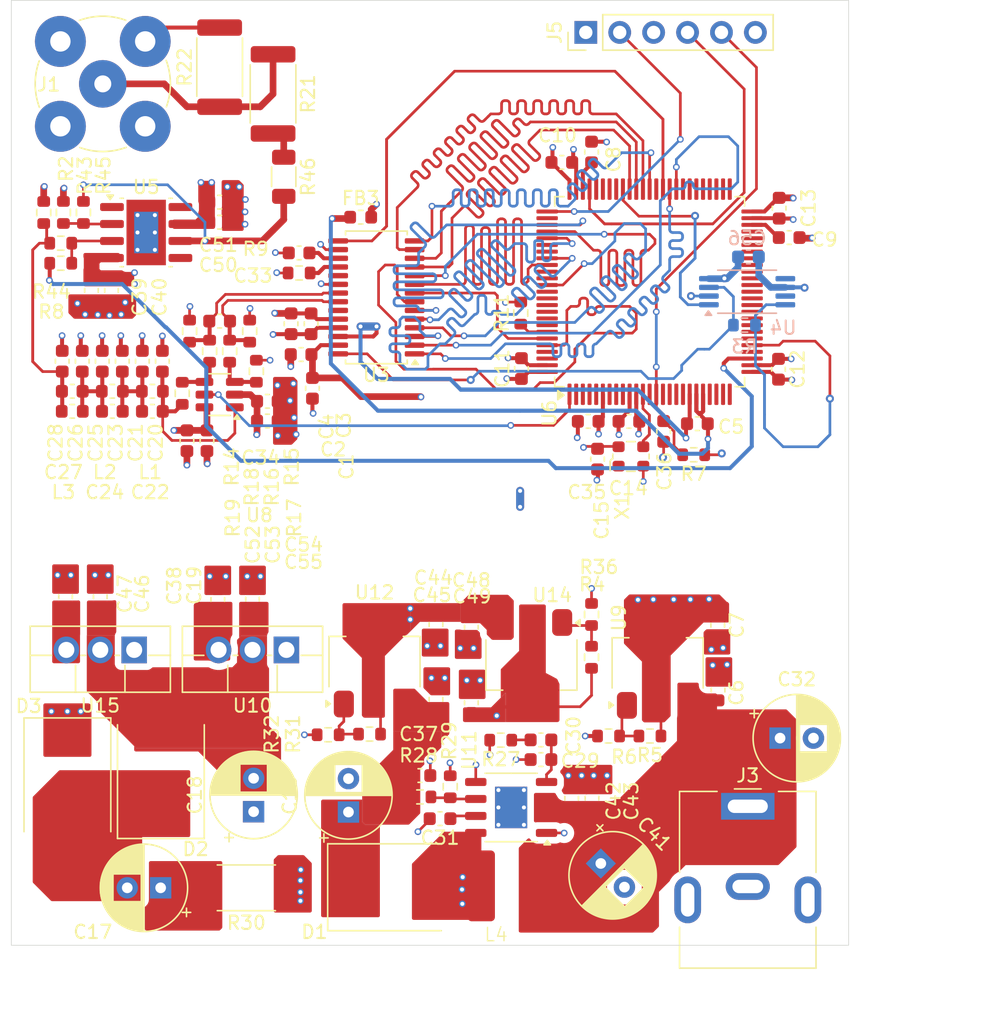
<source format=kicad_pcb>
(kicad_pcb (version 20241229) (generator "pcbnew") (generator_version "9.0")
  (layers (0 "F.Cu" signal) (4 "In1.Cu" signal) (6 "In2.Cu" signal) (2 "B.Cu" signal) (13 "F.Paste" user) (15 "B.Paste" user) (5 "F.SilkS" user "F.Silkscreen") (7 "B.SilkS" user "B.Silkscreen") (1 "F.Mask" user) (3 "B.Mask" user) (25 "Edge.Cuts" user))
  (net 0 "")
  (net 1 "AGND")
  (net 2 "/AWG/NRST")
  (net 14 "Net-(U6-BOOT0)")
  (net 23 "Net-(C21-Pad1)")
  (net 24 "Net-(C24-Pad2)")
  (net 28 "/AWG/PSSI_CLK")
  (net 47 "/AWG/PSSI_D8")
  (net 48 "/AWG/PSSI_D0")
  (net 49 "/AWG/PSSI_D3")
  (net 50 "/AWG/PSSI_D2")
  (net 51 "/AWG/PSSI_D1")
  (net 52 "/AWG/PSSI_D4")
  (net 53 "/AWG/PSSI_D6")
  (net 54 "/AWG/PSSI_D5")
  (net 55 "/AWG/PSSI_D9")
  (net 56 "/AWG/PSSI_D10")
  (net 57 "/AWG/PSSI_D12")
  (net 58 "/AWG/PSSI_D7")
  (net 59 "/AWG/PSSI_D13")
  (net 60 "/AWG/PSSI_D11")
  (net 61 "/AWG/OTG_HS_DM")
  (net 62 "/AWG/PSSI_D15")
  (net 64 "/AWG/SWDIO")
  (net 65 "/AWG/SPI1_MOSI")
  (net 66 "/AWG/SPI1_MISO")
  (net 67 "/AWG/OTG_HS_VBUS")
  (net 68 "/AWG/SWCLK")
  (net 69 "/AWG/DAC_SE_FLT")
  (net 70 "/AWG/SPI1_SCK")
  (net 72 "/AWG/OTG_HS_DP")
  (net 74 "Net-(U3-REFIO)")
  (net 75 "Net-(U3-FS_ADJ)")
  (net 76 "/AWG/DAC_SE")
  (net 77 "/AWG/IOUT_N")
  (net 78 "+3V3A")
  (net 79 "/AWG/DAC_EN")
  (net 80 "/AWG/IOUT_P")
  (net 81 "/AWG/10MHZ")
  (net 82 "/AWG/10MHZ_EN")
  (net 83 "VIN")
  (net 84 "/AWG/S_OUT")
  (net 85 "PGND")
  (net 86 "Net-(U8-+)")
  (net 87 "Net-(U8--)")
  (net 88 "+13V")
  (net 89 "/AWG/OTG_HS_ID")
  (net 90 "/AWG/MCO1")
  (net 91 "/AWG/695_EN")
  (net 92 "Net-(J1-In)")
  (net 93 "Net-(D2-A)")
  (net 94 "Net-(C17-Pad1)")
  (net 95 "-13V")
  (net 96 "Net-(U11-COMP)")
  (net 97 "Net-(C30-Pad2)")
  (net 98 "Net-(U11-SS)")
  (net 99 "/AWG/OFFSET")
  (net 100 "-12V_LDO")
  (net 101 "/AWG/2421_SW")
  (net 102 "Net-(U9-ADJ)")
  (net 103 "Net-(U11-FB)")
  (net 104 "Net-(U12-ADJ)")
  (net 105 "Net-(U14-ADJ)")
  (net 106 "Net-(U5--)")
  (net 107 "Net-(U5-+)")
  (net 108 "Net-(R45-Pad1)")
  (net 112 "+12VLDO")
  (net 113 "+3.3VLDO")
  (net 114 "-5V_LDO")
  (net 115 "+5VLDO")
  (net 120 "DGND")
  (net 124 "VCAP2")
  (net 125 "VCAP1")
  (net 129 "/AWG/DAC_CLK")
  (net 131 "/AWG/PSSI_D14")
  (footprint "Resistor_SMD:R_1206_3216Metric" (layer "F.Cu") (at 49.8 109.2 -90)
    (property "Reference" "R46")
    (property "Value" "35.7")
  )
  (footprint "Package_SO:HSOP-8-1EP_3.9x4.9mm_P1.27mm_EP2.41x3.1mm_ThermalVias" (layer "F.Cu") (at 66.8308 156.3878 180)
    (property "Reference" "U11")
    (property "Value" "PAM2421AECADJR")
  )
  (footprint "Resistor_SMD:R_0603_1608Metric" (layer "F.Cu") (at 47.75 123.75 -90)
    (property "Reference" "R17")
    (property "Value" "35.7")
  )
  (footprint "Resistor_SMD:R_2512_6332Metric" (layer "F.Cu") (at 49 103 -90)
    (property "Reference" "R21")
    (property "Value" "35.7")
  )
  (footprint "Capacitor_SMD:C_0603_1608Metric" (layer "F.Cu") (at 87.65 113.75)
    (property "Reference" "C9")
    (property "Value" "2.2U")
  )
  (footprint "Capacitor_SMD:C_0603_1608Metric" (layer "F.Cu") (at 73.3 130.325 -90)
    (property "Reference" "C15")
    (property "Value" "0.1U")
  )
  (footprint "Capacitor_SMD:C_0603_1608Metric" (layer "F.Cu") (at 82.3 142.75 -90)
    (property "Reference" "C7")
    (property "Value" "10u")
  )
  (footprint "Resistor_SMD:R_0603_1608Metric" (layer "F.Cu") (at 66.05 151.35 180)
    (property "Reference" "R27")
    (property "Value" "51k")
  )
  (footprint "Capacitor_SMD:C_0603_1608Metric" (layer "F.Cu") (at 51.95 125.025 -90)
    (property "Reference" "C1")
    (property "Value" "2.2U")
  )
  (footprint "Capacitor_SMD:C_0603_1608Metric" (layer "F.Cu") (at 33.2125 123 90)
    (property "Reference" "C28")
    (property "Value" "22pF")
  )
  (footprint "Capacitor_SMD:C_0603_1608Metric" (layer "F.Cu") (at 33.9625 125.25 180)
    (property "Reference" "C27")
    (property "Value" "9.1pF")
  )
  (footprint "Inductor_SMD:L_0603_1608Metric" (layer "F.Cu") (at 39.9625 125.25 180)
    (property "Reference" "L1")
    (property "Value" "150nH")
  )
  (footprint "Capacitor_SMD:C_0603_1608Metric" (layer "F.Cu") (at 63.849999 142.9 -90)
    (property "Reference" "C48")
    (property "Value" "10u")
  )
  (footprint "Capacitor_SMD:C_0603_1608Metric" (layer "F.Cu") (at 34.7125 123 90)
    (property "Reference" "C26")
    (property "Value" "91pF")
  )
  (footprint "Resistor_SMD:R_0603_1608Metric" (layer "F.Cu") (at 60 155.6)
    (property "Reference" "R28")
    (property "Value" "93.1k")
  )
  (footprint "Capacitor_SMD:C_0603_1608Metric" (layer "F.Cu") (at 86.9 111.55 -90)
    (property "Reference" "C13")
    (property "Value" "0.1U")
  )
  (footprint "Inductor_SMD:L_0603_1608Metric" (layer "F.Cu") (at 36.962499 125.25 180)
    (property "Reference" "L2")
    (property "Value" "250nH")
  )
  (footprint "Diode_SMD:D_SMC" (layer "F.Cu") (at 58 162.3568)
    (property "Reference" "D1")
    (property "Value" "SS34")
  )
  (footprint "Capacitor_SMD:C_0603_1608Metric" (layer "F.Cu") (at 39.9625 126.75 180)
    (property "Reference" "C22")
    (property "Value" "9.1pF")
  )
  (footprint "Capacitor_SMD:C_0603_1608Metric" (layer "F.Cu") (at 45 112.6)
    (property "Reference" "C50")
    (property "Value" "10u")
  )
  (footprint "Capacitor_SMD:C_0603_1608Metric" (layer "F.Cu") (at 36.9 117.7 -90)
    (property "Reference" "C40")
    (property "Value" "10u")
  )
  (footprint "Capacitor_SMD:C_0603_1608Metric" (layer "F.Cu") (at 50.35 120.2 -90)
    (property "Reference" "C4")
    (property "Value" "2.2U")
  )
  (footprint "Capacitor_SMD:C_0603_1608Metric" (layer "F.Cu") (at 39.2125 123 90)
    (property "Reference" "C21")
    (property "Value" "27pF")
  )
  (footprint "Resistor_SMD:R_0603_1608Metric" (layer "F.Cu") (at 47.25 120.75 90)
    (property "Reference" "R15")
    (property "Value" "53.6")
  )
  (footprint "Resistor_SMD:R_0603_1608Metric" (layer "F.Cu") (at 33.1 115.67 180)
    (property "Reference" "R8")
    (property "Value" "35.7")
  )
  (footprint "Resistor_SMD:R_2512_6332Metric" (layer "F.Cu") (at 47 162.4 180)
    (property "Reference" "R30")
    (property "Value" "1")
  )
  (footprint "Diode_SMD:D_SMC" (layer "F.Cu") (at 33.6 154.6 -90)
    (property "Reference" "D2")
    (property "Value" "SS34")
  )
  (footprint "Capacitor_SMD:C_0603_1608Metric" (layer "F.Cu") (at 36.2125 123 90)
    (property "Reference" "C25")
    (property "Value" "27pF")
  )
  (footprint "Capacitor_SMD:C_0603_1608Metric" (layer "F.Cu") (at 69.0614 152.8064 180)
    (property "Reference" "C29")
    (property "Value" "47p")
  )
  (footprint "Resistor_SMD:R_0603_1608Metric" (layer "F.Cu") (at 72.85 141.95 -90)
    (property "Reference" "R4")
    (property "Value" "10k")
  )
  (footprint "Capacitor_SMD:C_0603_1608Metric" (layer "F.Cu") (at 40.7125 123 90)
    (property "Reference" "C20")
    (property "Value" "22pF")
  )
  (footprint "Capacitor_SMD:C_0603_1608Metric" (layer "F.Cu") (at 61.2 148.3 90)
    (property "Reference" "C44")
    (property "Value" "10u")
  )
  (footprint "Capacitor_SMD:C_0603_1608Metric" (layer "F.Cu") (at 42.55 128.95 -90)
    (property "Reference" "C52")
    (property "Value" "10u")
  )
  (footprint "Capacitor_SMD:C_0603_1608Metric" (layer "F.Cu") (at 60 154)
    (property "Reference" "C37")
    (property "Value" "10u")
  )
  (footprint "Oscillator:Oscillator_SMD_ECS_2520MV-xxx-xx-4Pin_2.5x2.0mm" (layer "F.Cu") (at 75.8 130.125001 90)
    (property "Reference" "X1")
    (property "Value" "ECS-TXO-2520MV-100-AN-TR")
  )
  (footprint "Capacitor_SMD:C_0603_1608Metric" (layer "F.Cu") (at 72.6 127.5 180)
    (property "Reference" "C35")
    (property "Value" "4.7U")
  )
  (footprint "Package_TO_SOT_SMD:SOT-223-3_TabPin2" (layer "F.Cu") (at 68.35 145.7 -90)
    (property "Reference" "U14")
    (property "Value" "LM1117MP-ADJ")
  )
  (footprint "Package_SO:TSSOP-28_4.4x9.7mm_P0.65mm" (layer "F.Cu") (at 56.7375 118.225 180)
    (property "Reference" "U3")
    (property "Value" "MXT2144")
  )
  (footprint "Capacitor_SMD:C_0603_1608Metric" (layer "F.Cu") (at 75.65 127.5 180)
    (property "Reference" "C14")
    (property "Value" "0.1U")
  )
  (footprint "Capacitor_SMD:C_0603_1608Metric" (layer "F.Cu") (at 72.8844 155.688999 90)
    (property "Reference" "C42")
    (property "Value" "10u")
  )
  (footprint "Capacitor_THT:CP_Radial_D6.3mm_P2.50mm" (layer "F.Cu") (at 47.545103 156.704897 90)
    (property "Reference" "C18")
    (property "Value" "120u")
  )
  (footprint "Capacitor_SMD:C_0603_1608Metric" (layer "F.Cu") (at 67.6 123.55 90)
    (property "Reference" "C11")
    (property "Value" "0.1U")
  )
  (footprint "Capacitor_SMD:C_0603_1608Metric" (layer "F.Cu") (at 86.85 123.6 -90)
    (property "Reference" "C12")
    (property "Value" "0.1U")
  )
  (footprint "Diode_SMD:D_SMC" (layer "F.Cu") (at 40.6 153.8 90)
    (property "Reference" "D3")
    (property "Value" "SS34")
  )
  (footprint "Resistor_SMD:R_0603_1608Metric" (layer "F.Cu") (at 33.1 114.17 180)
    (property "Reference" "R44")
    (property "Value" "35.7")
  )
  (footprint "Resistor_SMD:R_0603_1608Metric" (layer "F.Cu") (at 80.5 130 180)
    (property "Reference" "R7")
    (property "Value" "10K")
  )
  (footprint "Capacitor_SMD:C_0603_1608Metric" (layer "F.Cu") (at 48.575 126)
    (property "Reference" "C54")
    (property "Value" "10u")
  )
  (footprint "Capacitor_SMD:C_0603_1608Metric" (layer "F.Cu") (at 71.3604 155.702 -90)
    (property "Reference" "C43")
    (property "Value" "1u")
  )
  (footprint "Package_SO:Texas_R-PDSO-G8_EP2.95x4.9mm_Mask2.4x3.1mm_ThermalVias" (layer "F.Cu") (at 39.5 113.37)
    (property "Reference" "U5")
    (property "Value" "THS3095DDA")
  )
  (footprint "Capacitor_THT:CP_Radial_D6.3mm_P2.50mm" (layer "F.Cu") (at 86.967621 151.2)
    (property "Reference" "C32")
    (property "Value" "120u")
  )
  (footprint "Package_TO_SOT_SMD:SOT-23-6" (layer "F.Cu") (at 45 125.5 180)
    (property "Reference" "U8")
    (property "Value" "OPA695IDBVR")
  )
  (footprint "Resistor_SMD:R_0603_1608Metric" (layer "F.Cu") (at 72.85 145.15 90)
    (property "Reference" "R36")
    (property "Value" "3.3k")
  )
  (footprint "Connector_PinHeader_2.54mm:PinHeader_1x06_P2.54mm_Vertical" (layer "F.Cu") (at 72.42 98.4 90)
    (property "Reference" "J5")
    (property "Value" "~")
  )
  (footprint "Resistor_SMD:R_0603_1608Metric" (layer "F.Cu") (at 53.125 150.95)
    (property "Reference" "R32")
    (property "Value" "10k")
  )
  (footprint "Resistor_SMD:R_0603_1608Metric" (layer "F.Cu") (at 31.825 111.875 90)
    (property "Reference" "R2")
    (property "Value" "35.7")
  )
  (footprint "Package_TO_SOT_SMD:SOT-223-3_TabPin2" (layer "F.Cu") (at 77.8 145.6 90)
    (property "Reference" "U9")
    (property "Value" "LM1117MP-ADJ")
  )
  (footprint "Resistor_SMD:R_0603_1608Metric" (layer "F.Cu") (at 45.75 122.25 90)
    (property "Reference" "R16")
    (property "Value" "10.7")
  )
  (footprint "Resistor_SMD:R_2512_6332Metric" (layer "F.Cu") (at 45 101 90)
    (property "Reference" "R22")
    (property "Value" "35.7")
  )
  (footprint "Capacitor_SMD:C_0603_1608Metric" (layer "F.Cu") (at 72.85 107.35 90)
    (property "Reference" "C8")
    (property "Value" "2.2U")
  )
  (footprint "Capacitor_SMD:C_0603_1608Metric" (layer "F.Cu") (at 44.86 140.825 -90)
    (property "Reference" "C38")
    (property "Value" "10u")
  )
  (footprint "Capacitor_SMD:C_0603_1608Metric" (layer "F.Cu") (at 61.2 142.7 -90)
    (property "Reference" "C45")
    (property "Value" "10u")
  )
  (footprint "NetTie:NetTie-2_THT_Pad0.3mm" (layer "F.Cu") (at 67.5 132.7 -90)
    (property "Reference" "NT2" (hide yes))
    (property "Value" "NetTie_2" (hide yes))
  )
  (footprint "Resistor_SMD:R_0603_1608Metric" (layer "F.Cu") (at 50.95 116.4)
    (property "Reference" "R9")
    (property "Value" "49.9")
  )
  (footprint "Capacitor_SMD:C_0603_1608Metric" (layer "F.Cu") (at 47.46 140.8 -90)
    (property "Reference" "C19")
    (property "Value" "10u")
  )
  (footprint "Resistor_SMD:R_0603_1608Metric" (layer "F.Cu") (at 56.225 150.9 180)
    (property "Reference" "R31")
    (property "Value" "1.15k")
  )
  (footprint "Package_TO_SOT_SMD:SOT-223-3_TabPin2" (layer "F.Cu") (at 56.6 145.5 90)
    (property "Reference" "U12")
    (property "Value" "LM1117MP-ADJ")
  )
  (footprint "Capacitor_SMD:C_0603_1608Metric" (layer "F.Cu") (at 35.4 117.7 -90)
    (property "Reference" "C39")
    (property "Value" "10u")
  )
  (footprint "Resistor_SMD:R_0603_1608Metric" (layer "F.Cu") (at 34.8 111.87 -90)
    (property "Reference" "R45")
    (property "Value" "35.7")
  )
  (footprint "Capacitor_SMD:C_0603_1608Metric" (layer "F.Cu") (at 61.5052 157.226 180)
    (property "Reference" "C31")
    (property "Value" "10n")
  )
  (footprint "Capacitor_SMD:C_0603_1608Metric" (layer "F.Cu") (at 82.325 147.6 90)
    (property "Reference" "C6")
    (property "Value" "10u")
  )
  (footprint "Capacitor_SMD:C_0603_1608Metric" (layer "F.Cu") (at 36.9625 126.75 180)
    (property "Reference" "C24")
    (property "Value" "9.1pF")
  )
  (footprint "Capacitor_THT:CP_Radial_D6.3mm_P2.50mm" (layer "F.Cu") (at 73.5448 160.5788 -45)
    (property "Reference" "C41")
    (property "Value" "120u")
  )
  (footprint "Capacitor_SMD:C_0603_1608Metric" (layer "F.Cu") (at 45 111.1)
    (property "Reference" "C51")
    (property "Value" "10u")
  )
  (footprint "Capacitor_SMD:C_0603_1608Metric" (layer "F.Cu") (at 63.85 148.55 90)
    (property "Reference" "C49")
    (property "Value" "10u")
  )
  (footprint "Capacitor_SMD:C_0603_1608Metric" (layer "F.Cu") (at 50.95 114.9 180)
    (property "Reference" "C33")
    (property "Value" "4.5pF")
  )
  (footprint "Resistor_SMD:R_0603_1608Metric" (layer "F.Cu") (at 42.75 120.75 90)
    (property "Reference" "R14")
    (property "Value" "31.6")
  )
  (footprint "Capacitor_THT:CP_Radial_D6.3mm_P2.50mm" (layer "F.Cu") (at 40.58238 162.4 180)
    (property "Reference" "C17")
    (property "Value" "120u")
  )
  (footprint "Capacitor_SMD:C_0603_1608Metric" (layer "F.Cu") (at 78.25 128.25 -90)
    (property "Reference" "C36")
    (property "Value" "0.1U")
  )
  (footprint "Resistor_SMD:R_0603_1608Metric" (layer "F.Cu") (at 77.2237 151.043 180)
    (property "Reference" "R5")
    (property "Value" "6.04k")
  )
  (footprint "Capacitor_THT:CP_Radial_D6.3mm_P2.50mm" (layer "F.Cu") (at 54.6472 156.73198 90)
    (property "Reference" "C16")
    (property "Value" "120u")
  )
  (footprint "Package_TO_SOT_THT:TO-220F-3_Vertical" (layer "F.Cu") (at 38.6 144.6 180)
    (property "Reference" "U15")
    (property "Value" "L7912")
  )
  (footprint "Resistor_SMD:R_0603_1608Metric" (layer "F.Cu") (at 62.267199 154.8384 90)
    (property "Reference" "R29")
    (property "Value" "10k")
  )
  (footprint "Capacitor_SMD:C_0603_1608Metric" (layer "F.Cu") (at 51.1 122.5 180)
    (property "Reference" "C2")
    (property "Value" "2.2U")
  )
  (footprint "AWG101:OWINR6045-6R8" (layer "F.Cu") (at 64.5892 162.2552)
    (property "Reference" "L4")
    (property "Value" "6.8u")
  )
  (footprint "Resistor_SMD:R_0603_1608Metric" (layer "F.Cu") (at 67.55 119.4 90)
    (property "Reference" "R11")
    (property "Value" "10K")
  )
  (footprint "Inductor_SMD:L_0603_1608Metric" (layer "F.Cu") (at 33.9625 126.75 180)
    (property "Reference" "L3")
    (property "Value" "150nH")
  )
  (footprint "Resistor_SMD:R_0603_1608Metric" (layer "F.Cu") (at 33.3 111.87 90)
    (property "Reference" "R43")
    (property "Value" "35.7")
  )
  (footprint "Capacitor_SMD:C_0603_1608Metric" (layer "F.Cu") (at 37.7125 123 90)
    (property "Reference" "C23")
    (property "Value" "91pF")
  )
  (footprint "Capacitor_SMD:C_0603_1608Metric" (layer "F.Cu") (at 69.0614 151.3332 180)
    (property "Reference" "C30")
    (property "Value" "2.2n")
  )
  (footprint "Inductor_SMD:L_0603_1608Metric" (layer "F.Cu") (at 55.562499 112.225)
    (property "Reference" "FB3")
    (property "Value" "FerriteBead")
  )
  (footprint "Capacitor_SMD:C_0603_1608Metric" (layer "F.Cu") (at 33.46 140.625 -90)
    (property "Reference" "C47")
    (property "Value" "10u")
  )
  (footprint "Capacitor_SMD:C_0603_1608Metric" (layer "F.Cu") (at 36.06 140.625 -90)
    (property "Reference" "C46")
    (property "Value" "10u")
  )
  (footprint "Capacitor_SMD:C_0603_1608Metric" (layer "F.Cu") (at 48.575 127.475)
    (property "Reference" "C55")
    (property "Value" "10u")
  )
  (footprint "Connector_BarrelJack:BarrelJack_CUI_PJ-063AH_Horizontal" (layer "F.Cu") (at 84.55 156.3)
    (property "Reference" "J3")
    (property "Value" "Jack-DC")
  )
  (footprint "Capacitor_SMD:C_0603_1608Metric" (layer "F.Cu") (at 44.05 128.95 -90)
    (property "Reference" "C53")
    (property "Value" "10u")
  )
  (footprint "Package_QFP:LQFP-100_14x14mm_P0.5mm" (layer "F.Cu") (at 77.2 117.8 90)
    (property "Reference" "U6")
    (property "Value" "STM32H723VGT6")
  )
  (footprint "Capacitor_SMD:C_0603_1608Metric" (layer "F.Cu") (at 45 120)
    (property "Reference" "C34")
    (property "Value" "10nF")
  )
  (footprint "Package_TO_SOT_THT:TO-220F-3_Vertical" (layer "F.Cu") (at 50 144.6 180)
    (property "Reference" "U10")
    (property "Value" "L7905")
  )
  (footprint "Capacitor_SMD:C_0603_1608Metric" (layer "F.Cu") (at 70.625 108.125)
    (property "Reference" "C10")
    (property "Value" "0.1U")
  )
  (footprint "Resistor_SMD:R_0603_1608Metric" (layer "F.Cu") (at 44.25 122.25 90)
    (property "Reference" "R18")
    (property "Value" "221")
  )
  (footprint "Resistor_SMD:R_0603_1608Metric" (layer "F.Cu") (at 42.2 125.4 90)
    (property "Reference" "R19")
    (property "Value" "402")
  )
  (footprint "Capacitor_SMD:C_0603_1608Metric" (layer "F.Cu") (at 51.85 120.2 -90)
    (property "Reference" "C3")
    (property "Value" "2.2U")
  )
  (footprint "Resistor_SMD:R_0603_1608Metric" (layer "F.Cu") (at 74.1237 151.043)
    (property "Reference" "R6")
    (property "Value" "10k")
  )
  (footprint "Capacitor_SMD:C_0603_1608Metric" (layer "F.Cu") (at 80.775 127.675 180)
    (property "Reference" "C5")
    (property "Value" "4.7U")
  )
  (footprint "Connector_Coaxial:BNC_TEConnectivity_1478204_Vertical" (layer "F.Cu") (at 36.25 102.25)
    (property "Reference" "J1")
    (property "Value" "112404")
  )
  (footprint "NetTie:NetTie-2_THT_Pad0.3mm" (layer "F.Cu") (at 56.75 120.4 180)
    (property "Reference" "NT1" (hide yes))
    (property "Value" "NetTie_2" (hide yes))
  )
  (footprint "Capacitor_SMD:C_0603_1608Metric" (layer "B.Cu") (at 84.6 115.2 180)
    (property "Reference" "C56")
    (property "Value" "0.1U")
  )
  (footprint "Package_SO:TSSOP-8_4.4x3mm_P0.65mm" (layer "B.Cu") (at 84.5 117.8)
    (property "Reference" "U4")
    (property "Value" "~")
  )
  (footprint "Resistor_SMD:R_0603_1608Metric" (layer "B.Cu") (at 84.3 120.3)
    (property "Reference" "R3")
    (property "Value" "0")
  )
  (gr_rect (start 29.4 96) (end 92.1 166.7) (stroke (width 0.05)) (fill no) (layer "Edge.Cuts"))
  (segment (start 50.175 114.9) (end 49.2 114.9) (width 0.2) (layer "F.Cu") (net 1))
  (segment (start 47.75 122.925) (end 48.775 122.925) (width 0.2) (layer "F.Cu") (net 1))
  (segment (start 33.3 111.045) (end 33.3 110.1) (width 0.5) (layer "F.Cu") (net 1))
  (segment (start 52.65 117.25) (end 52.6 117.2) (width 0.2) (layer "F.Cu") (net 1))
  (segment (start 42.75 118.925) (end 42.775 118.9) (width 0.2) (layer "F.Cu") (net 1))
  (segment (start 33.3 110.1) (end 33.35 110.05) (width 0.5) (layer "F.Cu") (net 1))
  (segment (start 80.2 125.475) (end 80.2 127.475) (width 0.3) (layer "F.Cu") (net 1))
  (segment (start 31.825 111.05) (end 31.825 109.975) (width 0.5) (layer "F.Cu") (net 1))
  (segment (start 49.2 114.9) (end 49.175 114.875) (width 0.2) (layer "F.Cu") (net 1))
  (segment (start 42.55 129.725) (end 42.55 130.775) (width 0.5) (layer "F.Cu") (net 1))
  (segment (start 36.2 121.0875) (end 36.2 122.2) (width 0.3) (layer "F.Cu") (net 1))
  (segment (start 44.05 129.725) (end 44.05 130.65) (width 0.5) (layer "F.Cu") (net 1))
  (segment (start 44.05 130.65) (end 44.075 130.675) (width 0.5) (layer "F.Cu") (net 1))
  (segment (start 51.85 120.975) (end 50.35 120.975) (width 0.3) (layer "F.Cu") (net 1))
  (segment (start 45 98.0375) (end 40.4625 98.0375) (width 0.3) (layer "F.Cu") (net 1))
  (segment (start 40.7125 121.1125) (end 40.7125 122.225) (width 0.3) (layer "F.Cu") (net 1))
  (segment (start 47.25 119.075) (end 47.275 119.05) (width 0.2) (layer "F.Cu") (net 1))
  (segment (start 52.953356 114.65) (end 52.557343 114.253987) (width 0.2) (layer "F.Cu") (net 1))
  (segment (start 50.35 120.975) (end 49.025 120.975) (width 0.3) (layer "F.Cu") (net 1))
  (segment (start 33.2 121.0875) (end 33.2 122.2) (width 0.3) (layer "F.Cu") (net 1))
  (segment (start 53.875 120.5) (end 52.325 120.5) (width 0.3) (layer "F.Cu") (net 1))
  (segment (start 53.875 117.25) (end 52.65 117.25) (width 0.2) (layer "F.Cu") (net 1))
  (segment (start 34.6 121.0875) (end 34.6 122.2) (width 0.3) (layer "F.Cu") (net 1))
  (segment (start 53.875 114.65) (end 52.953356 114.65) (width 0.2) (layer "F.Cu") (net 1))
  (segment (start 47.25 119.925) (end 47.25 119.075) (width 0.2) (layer "F.Cu") (net 1))
  (segment (start 52.325 120.5) (end 51.85 120.975) (width 0.3) (layer "F.Cu") (net 1))
  (segment (start 37.6 121.0875) (end 37.6 122.2) (width 0.3) (layer "F.Cu") (net 1))
  (segment (start 31.825 109.975) (end 31.875 109.925) (width 0.5) (layer "F.Cu") (net 1))
  (segment (start 50.125 116.4) (end 49.3 116.4) (width 0.2) (layer "F.Cu") (net 1))
  (segment (start 42.75 119.925) (end 42.75 118.925) (width 0.2) (layer "F.Cu") (net 1))
  (segment (start 79.925 128.75) (end 79.925 127.75) (width 0.3) (layer "F.Cu") (net 1))
  (segment (start 49.025 120.975) (end 49 121) (width 0.3) (layer "F.Cu") (net 1))
  (segment (start 49.3 116.4) (end 49.275 116.375) (width 0.2) (layer "F.Cu") (net 1))
  (segment (start 39.2 121.0875) (end 39.2 122.2) (width 0.3) (layer "F.Cu") (net 1))
  (via (at 50.275 125.95) (size 0.5) (drill 0.3) (layers "F.Cu" "B.Cu") (net 1))
  (via (at 46.9 111.825) (size 0.5) (drill 0.3) (layers "F.Cu" "B.Cu") (net 1))
  (via (at 34.925 119.5) (size 0.5) (drill 0.3) (layers "F.Cu" "B.Cu") (net 1))
  (via (at 37.6 121.0875) (size 0.5) (drill 0.3) (layers "F.Cu" "B.Cu") (net 1))
  (via (at 42.55 130.775) (size 0.5) (drill 0.3) (layers "F.Cu" "B.Cu") (net 1))
  (via (at 34.35 118.675) (size 0.5) (drill 0.3) (layers "F.Cu" "B.Cu") (net 1))
  (via (at 33.2 121.0875) (size 0.5) (drill 0.3) (layers "F.Cu" "B.Cu") (net 1))
  (via (at 46.475 109.95) (size 0.5) (drill 0.3) (layers "F.Cu" "B.Cu") (net 1))
  (via (at 46.925 110.9) (size 0.5) (drill 0.3) (layers "F.Cu" "B.Cu") (net 1))
  (via (at 37.625 119.5) (size 0.5) (drill 0.3) (layers "F.Cu" "B.Cu") (net 1))
  (via (at 36.75 119.575) (size 0.5) (drill 0.3) (layers "F.Cu" "B.Cu") (net 1))
  (via (at 36.2 121.0875) (size 0.5) (drill 0.3) (layers "F.Cu" "B.Cu") (net 1))
  (via (at 49.275 116.375) (size 0.5) (drill 0.3) (layers "F.Cu" "B.Cu") (net 1))
  (via (at 46.9 112.75) (size 0.5) (drill 0.3) (layers "F.Cu" "B.Cu") (net 1))
  (via (at 49 121) (size 0.5) (drill 0.3) (layers "F.Cu" "B.Cu") (net 1))
  (via (at 48.775 122.925) (size 0.5) (drill 0.3) (layers "F.Cu" "B.Cu") (net 1))
  (via (at 47.275 119.05) (size 0.5) (drill 0.3) (layers "F.Cu" "B.Cu") (net 1))
  (via (at 50.575 127.225) (size 0.5) (drill 0.3) (layers "F.Cu" "B.Cu") (net 1))
  (via (at 49.35 128.575) (size 0.5) (drill 0.3) (layers "F.Cu" "B.Cu") (net 1))
  (via (at 40.7125 121.1125) (size 0.5) (drill 0.3) (layers "F.Cu" "B.Cu") (net 1))
  (via (at 34.6 121.0875) (size 0.5) (drill 0.3) (layers "F.Cu" "B.Cu") (net 1))
  (via (at 31.875 109.925) (size 0.5) (drill 0.3) (layers "F.Cu" "B.Cu") (net 1))
  (via (at 37.925 118.6) (size 0.5) (drill 0.3) (layers "F.Cu" "B.Cu") (net 1))
  (via (at 35.875 119.525) (size 0.5) (drill 0.3) (layers "F.Cu" "B.Cu") (net 1))
  (via (at 50.525 124.675) (size 0.5) (drill 0.3) (layers "F.Cu" "B.Cu") (net 1))
  (via (at 44.075 130.675) (size 0.5) (drill 0.3) (layers "F.Cu" "B.Cu") (net 1))
  (via (at 33.35 110.05) (size 0.5) (drill 0.3) (layers "F.Cu" "B.Cu") (net 1))
  (via (at 39.2 121.0875) (size 0.5) (drill 0.3) (layers "F.Cu" "B.Cu") (net 1))
  (via (at 42.775 118.9) (size 0.5) (drill 0.3) (layers "F.Cu" "B.Cu") (net 1))
  (via (at 45.575 109.95) (size 0.5) (drill 0.3) (layers "F.Cu" "B.Cu") (net 1))
  (via (at 49.325 124.8) (size 0.5) (drill 0.3) (layers "F.Cu" "B.Cu") (net 1))
  (via (at 50.725 128.475) (size 0.5) (drill 0.3) (layers "F.Cu" "B.Cu") (net 1))
  (via (at 52.6 117.2) (size 0.5) (drill 0.3) (layers "F.Cu" "B.Cu") (net 1))
  (via (at 52.557343 114.253987) (size 0.5) (drill 0.3) (layers "F.Cu" "B.Cu") (net 1))
  (via (at 79.925 128.75) (size 0.5) (drill 0.3) (layers "F.Cu" "B.Cu") (net 1))
  (via (at 49.175 114.875) (size 0.5) (drill 0.3) (layers "F.Cu" "B.Cu") (net 1))
  (segment (start 73.925 125.125) (end 63.05 125.125) (width 0.3) (layer "B.Cu") (net 1))
  (segment (start 56.825 124.325) (end 55.55 123.05) (width 0.3) (layer "B.Cu") (net 1))
  (segment (start 63.05 125.125) (end 62.25 124.325) (width 0.3) (layer "B.Cu") (net 1))
  (segment (start 76.3 125.125) (end 63.05 125.125) (width 0.3) (layer "B.Cu") (net 1))
  (segment (start 79.925 128.75) (end 76.3 125.125) (width 0.3) (layer "B.Cu") (net 1))
  (segment (start 56.825 124.325) (end 55.8 123.3) (width 0.3) (layer "B.Cu") (net 1))
  (segment (start 55.55 123.05) (end 55.55 120.4) (width 0.3) (layer "B.Cu") (net 1))
  (segment (start 62.25 124.325) (end 56.825 124.325) (width 0.3) (layer "B.Cu") (net 1))
  (segment (start 59.275 124.325) (end 56.825 124.325) (width 0.3) (layer "B.Cu") (net 1))
  (segment (start 76.3 125.125) (end 73.925 125.125) (width 0.3) (layer "B.Cu") (net 1))
  (segment (start 62.25 124.325) (end 59.275 124.325) (width 0.3) (layer "B.Cu") (net 1))
  (segment (start 55.8 123.3) (end 55.55 123.05) (width 0.3) (layer "B.Cu") (net 1))
  (segment (start 79.026 128.251) (end 78.25 127.475) (width 0.2) (layer "F.Cu") (net 2))
  (segment (start 77.7 117.6) (end 85.2 110.1) (width 0.2) (layer "F.Cu") (net 2))
  (segment (start 79.675 130) (end 79.026 129.351) (width 0.2) (layer "F.Cu") (net 2))
  (segment (start 77.7 119.3) (end 77.7 117.6) (width 0.2) (layer "F.Cu") (net 2))
  (segment (start 77.7 117.6) (end 78.3375 116.9625) (width 0.2) (layer "F.Cu") (net 2))
  (segment (start 79.026 129.351) (end 79.026 128.251) (width 0.2) (layer "F.Cu") (net 2))
  (segment (start 78.25 127) (end 78.25 127.475) (width 0.2) (layer "F.Cu") (net 2))
  (segment (start 77.7 123.425) (end 77.7 125.475) (width 0.2) (layer "F.Cu") (net 2))
  (segment (start 77.7 126.45) (end 78.25 127) (width 0.2) (layer "F.Cu") (net 2))
  (segment (start 82.58 98.4) (end 85.2 101.02) (width 0.2) (layer "F.Cu") (net 2))
  (segment (start 77.7 125.475) (end 77.7 126.45) (width 0.2) (layer "F.Cu") (net 2))
  (segment (start 85.2 101.02) (end 85.2 110.1) (width 0.2) (layer "F.Cu") (net 2))
  (via (at 77.7 123.425) (size 0.5) (drill 0.3) (layers "F.Cu" "B.Cu") (net 2))
  (via (at 77.7 119.3) (size 0.5) (drill 0.3) (layers "F.Cu" "B.Cu") (net 2))
  (segment (start 77.7 119.3) (end 77.7 123.425) (width 0.2) (layer "B.Cu") (net 2))
  (segment (start 67.55 120.225) (end 68.125 120.8) (width 0.2) (layer "F.Cu") (net 14))
  (segment (start 68.125 120.8) (end 69.525 120.8) (width 0.2) (layer "F.Cu") (net 14))
  (segment (start 37.7125 123.775) (end 37.7125 126.725) (width 0.3) (layer "F.Cu") (net 23))
  (segment (start 39.2125 123.775) (end 39.2125 126.725) (width 0.3) (layer "F.Cu") (net 23))
  (segment (start 39.175 125.25) (end 37.75 125.25) (width 0.3) (layer "F.Cu") (net 23))
  (segment (start 34.7125 123.775) (end 34.7125 126.7125) (width 0.3) (layer "F.Cu") (net 24))
  (segment (start 36.2125 123.775) (end 36.2125 126.725) (width 0.3) (layer "F.Cu") (net 24))
  (segment (start 36.175 125.25) (end 34.7375 125.25) (width 0.3) (layer "F.Cu") (net 24))
  (segment (start 87.2 121.5) (end 86.899999 121.800001) (width 0.2) (layer "F.Cu") (net 28))
  (segment (start 90.7 122.6) (end 89.6 121.5) (width 0.2) (layer "F.Cu") (net 28))
  (segment (start 86.899999 121.800001) (end 84.875 121.800001) (width 0.2) (layer "F.Cu") (net 28))
  (segment (start 90.7 125.8) (end 90.7 122.6) (width 0.2) (layer "F.Cu") (net 28))
  (segment (start 89.6 121.5) (end 87.2 121.5) (width 0.2) (layer "F.Cu") (net 28))
  (via (at 90.7 125.8) (size 0.6) (drill 0.3) (layers "F.Cu" "B.Cu") (net 28))
  (segment (start 85.125 123.325) (end 85.8 124) (width 0.2) (layer "B.Cu") (net 28))
  (segment (start 85.4 119.3) (end 85.925 118.775) (width 0.2) (layer "B.Cu") (net 28))
  (segment (start 87.2 129.4) (end 89.8 129.4) (width 0.2) (layer "B.Cu") (net 28))
  (segment (start 85.125 119.575) (end 85.4 119.3) (width 0.2) (layer "B.Cu") (net 28))
  (segment (start 90.7 128.5) (end 90.7 125.8) (width 0.2) (layer "B.Cu") (net 28))
  (segment (start 85.8 124) (end 85.8 128) (width 0.2) (layer "B.Cu") (net 28))
  (segment (start 85.8 124) (end 85.8 127) (width 0.2) (layer "B.Cu") (net 28))
  (segment (start 85.4 123.6) (end 85.8 124) (width 0.2) (layer "B.Cu") (net 28))
  (segment (start 90 129.2) (end 90.7 128.5) (width 0.2) (layer "B.Cu") (net 28))
  (segment (start 89.8 129.4) (end 90.7 128.5) (width 0.2) (layer "B.Cu") (net 28))
  (segment (start 85.8 128) (end 87.2 129.4) (width 0.2) (layer "B.Cu") (net 28))
  (segment (start 85.125 120.3) (end 85.125 119.575) (width 0.2) (layer "B.Cu") (net 28))
  (segment (start 89.8 129.4) (end 90 129.2) (width 0.2) (layer "B.Cu") (net 28))
  (segment (start 85.925 118.775) (end 87.3625 118.775) (width 0.2) (layer "B.Cu") (net 28))
  (segment (start 85.125 120.3) (end 85.125 123.325) (width 0.2) (layer "B.Cu") (net 28))
  (segment (start 85.125 119.575) (end 85.925 118.775) (width 0.2) (layer "B.Cu") (net 28))
  (segment (start 85.125 123.325) (end 85.4 123.6) (width 0.2) (layer "B.Cu") (net 28))
  (segment (start 85.8 127) (end 85.8 128) (width 0.2) (layer "B.Cu") (net 28))
  (segment (start 72.2 112.5) (end 72.2 112.6) (width 0.2) (layer "F.Cu") (net 47))
  (segment (start 71.999999 112.800001) (end 69.525 112.800001) (width 0.2) (layer "F.Cu") (net 47))
  (segment (start 61.2 119.2) (end 59.6 119.2) (width 0.2) (layer "F.Cu") (net 47))
  (segment (start 72.2 112.6) (end 71.999999 112.800001) (width 0.2) (layer "F.Cu") (net 47))
  (via (at 72.2 112.5) (size 0.5) (drill 0.3) (layers "F.Cu" "B.Cu") (net 47))
  (via (at 61.2 119.2) (size 0.5) (drill 0.3) (layers "F.Cu" "B.Cu") (net 47))
  (segment (start 60.35962 114.100968) (end 59.398846 113.140194) (width 0.2) (layer "B.Cu") (net 47))
  (segment (start 59.9 115.62) (end 59.9 114.9) (width 0.2) (layer "B.Cu") (net 47))
  (segment (start 61.738741 118.02) (end 61.738741 117.9) (width 0.2) (layer "B.Cu") (net 47))
  (segment (start 58.301259 117.06) (end 60.948744 117.06) (width 0.2) (layer "B.Cu") (net 47))
  (segment (start 62 112.8) (end 71.9 112.8) (width 0.2) (layer "B.Cu") (net 47))
  (segment (start 59.928495 119.128495) (end 59.9 119.1) (width 0.2) (layer "B.Cu") (net 47))
  (segment (start 59.398846 112.800782) (end 59.483698 112.715931) (width 0.2) (layer "B.Cu") (net 47))
  (segment (start 61.188744 116.82) (end 61.188744 116.7) (width 0.2) (layer "B.Cu") (net 47))
  (segment (start 58.301259 115.86) (end 59.66 115.86) (width 0.2) (layer "B.Cu") (net 47))
  (segment (start 71.9 112.8) (end 72.2 112.5) (width 0.2) (layer "B.Cu") (net 47))
  (segment (start 59.66 118.86) (end 58.301259 118.86) (width 0.2) (layer "B.Cu") (net 47))
  (segment (start 59.82311 112.715931) (end 60.783885 113.676706) (width 0.2) (layer "B.Cu") (net 47))
  (segment (start 58.301259 116.46) (end 60.948744 116.46) (width 0.2) (layer "B.Cu") (net 47))
  (segment (start 60 119.2) (end 59.928495 119.128495) (width 0.2) (layer "B.Cu") (net 47))
  (segment (start 59.9 114.9) (end 60.359619 114.44038) (width 0.2) (layer "B.Cu") (net 47))
  (segment (start 58.061259 118.62) (end 58.061259 118.5) (width 0.2) (layer "B.Cu") (net 47))
  (segment (start 58.301259 117.66) (end 61.498741 117.66) (width 0.2) (layer "B.Cu") (net 47))
  (segment (start 58.061259 116.22) (end 58.061259 116.1) (width 0.2) (layer "B.Cu") (net 47))
  (segment (start 61.2 119.2) (end 60 119.2) (width 0.2) (layer "B.Cu") (net 47))
  (segment (start 61.123297 113.676706) (end 61.208149 113.591851) (width 0.2) (layer "B.Cu") (net 47))
  (segment (start 61.208149 113.591851) (end 62 112.8) (width 0.2) (layer "B.Cu") (net 47))
  (segment (start 58.061259 117.42) (end 58.061259 117.3) (width 0.2) (layer "B.Cu") (net 47))
  (segment (start 58.301259 118.26) (end 61.498741 118.26) (width 0.2) (layer "B.Cu") (net 47))
  (arc (start 58.061259 116.1) (mid 58.131553 115.930294) (end 58.301259 115.86) (width 0.2) (layer "B.Cu") (net 47))
  (arc (start 61.188744 116.7) (mid 61.11845 116.530294) (end 60.948744 116.46) (width 0.2) (layer "B.Cu") (net 47))
  (arc (start 60.359619 114.44038) (mid 60.429914 114.270674) (end 60.35962 114.100968) (width 0.2) (layer "B.Cu") (net 47))
  (arc (start 59.66 115.86) (mid 59.829706 115.789706) (end 59.9 115.62) (width 0.2) (layer "B.Cu") (net 47))
  (arc (start 61.738741 117.9) (mid 61.668447 117.730294) (end 61.498741 117.66) (width 0.2) (layer "B.Cu") (net 47))
  (arc (start 60.783885 113.676706) (mid 60.953592 113.747) (end 61.123297 113.676706) (width 0.2) (layer "B.Cu") (net 47))
  (arc (start 61.498741 118.26) (mid 61.668447 118.189706) (end 61.738741 118.02) (width 0.2) (layer "B.Cu") (net 47))
  (arc (start 58.061259 117.3) (mid 58.131553 117.130294) (end 58.301259 117.06) (width 0.2) (layer "B.Cu") (net 47))
  (arc (start 59.9 119.1) (mid 59.829706 118.930294) (end 59.66 118.86) (width 0.2) (layer "B.Cu") (net 47))
  (arc (start 58.061259 118.5) (mid 58.131553 118.330294) (end 58.301259 118.26) (width 0.2) (layer "B.Cu") (net 47))
  (arc (start 60.948744 117.06) (mid 61.11845 116.989706) (end 61.188744 116.82) (width 0.2) (layer "B.Cu") (net 47))
  (arc (start 58.301259 116.46) (mid 58.131553 116.389706) (end 58.061259 116.22) (width 0.2) (layer "B.Cu") (net 47))
  (arc (start 59.398846 113.140194) (mid 59.32855 112.970489) (end 59.398846 112.800782) (width 0.2) (layer "B.Cu") (net 47))
  (arc (start 59.483698 112.715931) (mid 59.653405 112.645635) (end 59.82311 112.715931) (width 0.2) (layer "B.Cu") (net 47))
  (arc (start 58.301259 118.86) (mid 58.131553 118.789706) (end 58.061259 118.62) (width 0.2) (layer "B.Cu") (net 47))
  (arc (start 58.301259 117.66) (mid 58.131553 117.589706) (end 58.061259 117.42) (width 0.2) (layer "B.Cu") (net 47))
  (segment (start 60.9 113.7) (end 60.6 114) (width 0.2) (layer "F.Cu") (net 48))
  (segment (start 60.9 111.4) (end 60.9 113.7) (width 0.2) (layer "F.Cu") (net 48))
  (segment (start 60.6 114) (end 59.6 114) (width 0.2) (layer "F.Cu") (net 48))
  (segment (start 60.8 113.8) (end 60.6 114) (width 0.2) (layer "F.Cu") (net 48))
  (segment (start 77.2 107.5) (end 77.3 107.4) (width 0.2) (layer "F.Cu") (net 48))
  (segment (start 77.2 110.124999) (end 77.2 107.5) (width 0.2) (layer "F.Cu") (net 48))
  (segment (start 60.9 113.7) (end 60.8 113.8) (width 0.2) (layer "F.Cu") (net 48))
  (via (at 60.9 111.4) (size 0.5) (drill 0.3) (layers "F.Cu" "B.Cu") (net 48))
  (via (at 77.3 107.4) (size 0.5) (drill 0.3) (layers "F.Cu" "B.Cu") (net 48))
  (segment (start 66.08849 111.16) (end 66.08849 110.409651) (width 0.2) (layer "B.Cu") (net 48))
  (segment (start 63.08849 110.409652) (end 63.08849 111.16) (width 0.2) (layer "B.Cu") (net 48))
  (segment (start 71.170563 109.872445) (end 71.255417 109.787592) (width 0.2) (layer "B.Cu") (net 48))
  (segment (start 66.68849 110.409651) (end 66.68849 111.16) (width 0.2) (layer "B.Cu") (net 48))
  (segment (start 71.877624 108.882444) (end 71.962477 108.797592) (width 0.2) (layer "B.Cu") (net 48))
  (segment (start 73.150408 107.949053) (end 73.681002 108.479647) (width 0.2) (layer "B.Cu") (net 48))
  (segment (start 63.68849 111.16) (end 63.68849 110.409652) (width 0.2) (layer "B.Cu") (net 48))
  (segment (start 73.171885 109.328175) (end 73.256736 109.243322) (width 0.2) (layer "B.Cu") (net 48))
  (segment (start 72.726143 108.033906) (end 72.810998 107.949052) (width 0.2) (layer "B.Cu") (net 48))
  (segment (start 64.88849 111.16) (end 64.88849 110.40965) (width 0.2) (layer "B.Cu") (net 48))
  (segment (start 63.32849 111.4) (end 63.44849 111.4) (width 0.2) (layer "B.Cu") (net 48))
  (segment (start 69.32849 111.4) (end 69.44849 111.4) (width 0.2) (layer "B.Cu") (net 48))
  (segment (start 65.48849 110.40965) (end 65.48849 111.16) (width 0.2) (layer "B.Cu") (net 48))
  (segment (start 71.559677 110.600968) (end 71.170564 110.211855) (width 0.2) (layer "B.Cu") (net 48))
  (segment (start 67.88849 110.409652) (end 67.88849 111.16) (width 0.2) (layer "B.Cu") (net 48))
  (segment (start 63.92849 110.169652) (end 64.04849 110.169652) (width 0.2) (layer "B.Cu") (net 48))
  (segment (start 62.72849 110.169652) (end 62.84849 110.169652) (width 0.2) (layer "B.Cu") (net 48))
  (segment (start 64.28849 110.409652) (end 64.28849 111.16) (width 0.2) (layer "B.Cu") (net 48))
  (segment (start 60.9 111.4) (end 62.24849 111.4) (width 0.2) (layer "B.Cu") (net 48))
  (segment (start 75.100057 107.4) (end 77.009852 107.4) (width 0.2) (layer "B.Cu") (net 48))
  (segment (start 74.105266 108.394792) (end 75.100057 107.4) (width 0.2) (layer "B.Cu") (net 48))
  (segment (start 68.72849 110.169651) (end 68.84849 110.169651) (width 0.2) (layer "B.Cu") (net 48))
  (segment (start 68.48849 111.16) (end 68.48849 110.409651) (width 0.2) (layer "B.Cu") (net 48))
  (segment (start 73.256737 108.903909) (end 72.726144 108.373316) (width 0.2) (layer "B.Cu") (net 48))
  (segment (start 69.68849 111.16) (end 69.68849 110.409652) (width 0.2) (layer "B.Cu") (net 48))
  (segment (start 72.323353 110.176707) (end 72.408206 110.091851) (width 0.2) (layer "B.Cu") (net 48))
  (segment (start 68.12849 111.4) (end 68.24849 111.4) (width 0.2) (layer "B.Cu") (net 48))
  (segment (start 65.72849 111.4) (end 65.84849 111.4) (width 0.2) (layer "B.Cu") (net 48))
  (segment (start 70.52849 111.4) (end 71.100057 111.4) (width 0.2) (layer "B.Cu") (net 48))
  (segment (start 72.408207 109.752439) (end 71.877624 109.221856) (width 0.2) (layer "B.Cu") (net 48))
  (segment (start 70.28849 110.409652) (end 70.28849 111.16) (width 0.2) (layer "B.Cu") (net 48))
  (segment (start 72.301889 108.797591) (end 72.832473 109.328175) (width 0.2) (layer "B.Cu") (net 48))
  (segment (start 62.48849 111.16) (end 62.48849 110.409652) (width 0.2) (layer "B.Cu") (net 48))
  (segment (start 69.92849 110.169652) (end 70.04849 110.169652) (width 0.2) (layer "B.Cu") (net 48))
  (segment (start 67.28849 111.16) (end 67.28849 110.409652) (width 0.2) (layer "B.Cu") (net 48))
  (segment (start 71.594829 109.787592) (end 71.983943 110.176706) (width 0.2) (layer "B.Cu") (net 48))
  (segment (start 67.52849 110.169652) (end 67.64849 110.169652) (width 0.2) (layer "B.Cu") (net 48))
  (segment (start 66.92849 111.4) (end 67.04849 111.4) (width 0.2) (layer "B.Cu") (net 48))
  (segment (start 66.32849 110.169651) (end 66.44849 110.169651) (width 0.2) (layer "B.Cu") (net 48))
  (segment (start 73.256736 109.243322) (end 73.256736 109.243321) (width 0.2) (layer "B.Cu") (net 48))
  (segment (start 65.12849 110.16965) (end 65.24849 110.16965) (width 0.2) (layer "B.Cu") (net 48))
  (segment (start 64.52849 111.4) (end 64.64849 111.4) (width 0.2) (layer "B.Cu") (net 48))
  (segment (start 77.009852 107.4) (end 77.3 107.4) (width 0.2) (layer "B.Cu") (net 48))
  (segment (start 74.020414 108.479646) (end 74.105266 108.394792) (width 0.2) (layer "B.Cu") (net 48))
  (segment (start 71.100057 111.4) (end 71.559676 110.94038) (width 0.2) (layer "B.Cu") (net 48))
  (segment (start 69.08849 110.409651) (end 69.08849 111.16) (width 0.2) (layer "B.Cu") (net 48))
  (arc (start 71.983943 110.176706) (mid 72.153648 110.247001) (end 72.323353 110.176707) (width 0.2) (layer "B.Cu") (net 48))
  (arc (start 71.559676 110.94038) (mid 71.629971 110.770674) (end 71.559677 110.600968) (width 0.2) (layer "B.Cu") (net 48))
  (arc (start 62.84849 110.169652) (mid 63.018196 110.239946) (end 63.08849 110.409652) (width 0.2) (layer "B.Cu") (net 48))
  (arc (start 63.68849 110.409652) (mid 63.758784 110.239946) (end 63.92849 110.169652) (width 0.2) (layer "B.Cu") (net 48))
  (arc (start 62.24849 111.4) (mid 62.418196 111.329706) (end 62.48849 111.16) (width 0.2) (layer "B.Cu") (net 48))
  (arc (start 71.255417 109.787592) (mid 71.425122 109.717298) (end 71.594829 109.787592) (width 0.2) (layer "B.Cu") (net 48))
  (arc (start 69.68849 110.409652) (mid 69.758784 110.239946) (end 69.92849 110.169652) (width 0.2) (layer "B.Cu") (net 48))
  (arc (start 66.08849 110.409651) (mid 66.158784 110.239945) (end 66.32849 110.169651) (width 0.2) (layer "B.Cu") (net 48))
  (arc (start 73.681002 108.479647) (mid 73.850707 108.549942) (end 74.020414 108.479646) (width 0.2) (layer "B.Cu") (net 48))
  (arc (start 67.28849 110.409652) (mid 67.358784 110.239946) (end 67.52849 110.169652) (width 0.2) (layer "B.Cu") (net 48))
  (arc (start 65.48849 111.16) (mid 65.558784 111.329706) (end 65.72849 111.4) (width 0.2) (layer "B.Cu") (net 48))
  (arc (start 69.08849 111.16) (mid 69.158784 111.329706) (end 69.32849 111.4) (width 0.2) (layer "B.Cu") (net 48))
  (arc (start 68.48849 110.409651) (mid 68.558784 110.239945) (end 68.72849 110.169651) (width 0.2) (layer "B.Cu") (net 48))
  (arc (start 71.877624 109.221856) (mid 71.807328 109.052151) (end 71.877624 108.882444) (width 0.2) (layer "B.Cu") (net 48))
  (arc (start 65.24849 110.16965) (mid 65.418196 110.239944) (end 65.48849 110.40965) (width 0.2) (layer "B.Cu") (net 48))
  (arc (start 64.28849 111.16) (mid 64.358784 111.329706) (end 64.52849 111.4) (width 0.2) (layer "B.Cu") (net 48))
  (arc (start 64.64849 111.4) (mid 64.818196 111.329706) (end 64.88849 111.16) (width 0.2) (layer "B.Cu") (net 48))
  (arc (start 66.44849 110.169651) (mid 66.618196 110.239945) (end 66.68849 110.409651) (width 0.2) (layer "B.Cu") (net 48))
  (arc (start 71.170564 110.211855) (mid 71.10027 110.042149) (end 71.170563 109.872445) (width 0.2) (layer "B.Cu") (net 48))
  (arc (start 72.832473 109.328175) (mid 73.002178 109.398471) (end 73.171885 109.328175) (width 0.2) (layer "B.Cu") (net 48))
  (arc (start 62.48849 110.409652) (mid 62.558784 110.239946) (end 62.72849 110.169652) (width 0.2) (layer "B.Cu") (net 48))
  (arc (start 64.88849 110.40965) (mid 64.958784 110.239944) (end 65.12849 110.16965) (width 0.2) (layer "B.Cu") (net 48))
  (arc (start 73.256736 109.243321) (mid 73.327031 109.073615) (end 73.256737 108.903909) (width 0.2) (layer "B.Cu") (net 48))
  (arc (start 67.64849 110.169652) (mid 67.818196 110.239946) (end 67.88849 110.409652) (width 0.2) (layer "B.Cu") (net 48))
  (arc (start 63.44849 111.4) (mid 63.618196 111.329706) (end 63.68849 111.16) (width 0.2) (layer "B.Cu") (net 48))
  (arc (start 66.68849 111.16) (mid 66.758784 111.329706) (end 66.92849 111.4) (width 0.2) (layer "B.Cu") (net 48))
  (arc (start 69.44849 111.4) (mid 69.618196 111.329706) (end 69.68849 111.16) (width 0.2) (layer "B.Cu") (net 48))
  (arc (start 70.28849 111.16) (mid 70.358784 111.329706) (end 70.52849 111.4) (width 0.2) (layer "B.Cu") (net 48))
  (arc (start 72.726144 108.373316) (mid 72.65585 108.20361) (end 72.726143 108.033906) (width 0.2) (layer "B.Cu") (net 48))
  (arc (start 68.24849 111.4) (mid 68.418196 111.329706) (end 68.48849 111.16) (width 0.2) (layer "B.Cu") (net 48))
  (arc (start 72.810998 107.949052) (mid 72.980703 107.878758) (end 73.150408 107.949053) (width 0.2) (layer "B.Cu") (net 48))
  (arc (start 72.408206 110.091851) (mid 72.478501 109.922145) (end 72.408207 109.752439) (width 0.2) (layer "B.Cu") (net 48))
  (arc (start 71.962477 108.797592) (mid 72.132184 108.727296) (end 72.301889 108.797591) (width 0.2) (layer "B.Cu") (net 48))
  (arc (start 67.04849 111.4) (mid 67.218196 111.329706) (end 67.28849 111.16) (width 0.2) (layer "B.Cu") (net 48))
  (arc (start 67.88849 111.16) (mid 67.958784 111.329706) (end 68.12849 111.4) (width 0.2) (layer "B.Cu") (net 48))
  (arc (start 64.04849 110.169652) (mid 64.218196 110.239946) (end 64.28849 110.409652) (width 0.2) (layer "B.Cu") (net 48))
  (arc (start 63.08849 111.16) (mid 63.158784 111.329706) (end 63.32849 111.4) (width 0.2) (layer "B.Cu") (net 48))
  (arc (start 68.84849 110.169651) (mid 69.018196 110.239945) (end 69.08849 110.409651) (width 0.2) (layer "B.Cu") (net 48))
  (arc (start 65.84849 111.4) (mid 66.018196 111.329706) (end 66.08849 111.16) (width 0.2) (layer "B.Cu") (net 48))
  (arc (start 70.04849 110.169652) (mid 70.218196 110.239946) (end 70.28849 110.409652) (width 0.2) (layer "B.Cu") (net 48))
  (segment (start 67.077117 106.856955) (end 66.992264 106.941807) (width 0.2) (layer "F.Cu") (net 49))
  (segment (start 65.508467 109.191533) (end 66.358078 110.041144) (width 0.2) (layer "F.Cu") (net 49))
  (segment (start 67.416529 106.856955) (end 68.479425 107.919851) (width 0.2) (layer "F.Cu") (net 49))
  (segment (start 68.903688 107.834999) (end 68.818837 107.919851) (width 0.2) (layer "F.Cu") (net 49))
  (segment (start 64.661065 112.077656) (end 64.576212 112.16251) (width 0.2) (layer "F.Cu") (net 49))
  (segment (start 66.78237 109.616908) (end 65.932732 108.76727) (width 0.2) (layer "F.Cu") (net 49))
  (segment (start 63.683002 110.251063) (end 63.598149 110.335915) (width 0.2) (layer "F.Cu") (net 49))
  (segment (start 68.05516 108.683526) (end 67.970307 108.76838) (width 0.2) (layer "F.Cu") (net 49))
  (segment (start 62.4 112.3) (end 62.4 115.7) (width 0.2) (layer "F.Cu") (net 49))
  (segment (start 66.228597 107.70549) (end 66.143744 107.790342) (width 0.2) (layer "F.Cu") (net 49))
  (segment (start 66.781259 107.918744) (end 66.781259 107.918741) (width 0.2) (layer "F.Cu") (net 49))
  (segment (start 66.356994 108.343004) (end 66.356995 108.343005) (width 0.2) (layer "F.Cu") (net 49))
  (segment (start 63.132587 111.567414) (end 62.4 112.3) (width 0.2) (layer "F.Cu") (net 49))
  (segment (start 64.531526 109.402531) (end 64.446673 109.487383) (width 0.2) (layer "F.Cu") (net 49))
  (segment (start 64.446673 109.826795) (end 64.659938 110.04006) (width 0.2) (layer "F.Cu") (net 49))
  (segment (start 66.992264 107.281219) (end 67.205521 107.494476) (width 0.2) (layer "F.Cu") (net 49))
  (segment (start 63.598149 110.675327) (end 64.661066 111.738244) (width 0.2) (layer "F.Cu") (net 49))
  (segment (start 65.380095 108.554045) (end 65.295242 108.638897) (width 0.2) (layer "F.Cu") (net 49))
  (segment (start 65.509603 111.229137) (end 65.42475 111.313991) (width 0.2) (layer "F.Cu") (net 49))
  (segment (start 64.659938 110.04006) (end 64.659939 110.040061) (width 0.2) (layer "F.Cu") (net 49))
  (segment (start 65.085338 111.313991) (end 64.235675 110.464328) (width 0.2) (layer "F.Cu") (net 49))
  (segment (start 65.084203 109.615797) (end 64.870937 109.402531) (width 0.2) (layer "F.Cu") (net 49))
  (segment (start 66.781259 107.918741) (end 66.568008 107.70549) (width 0.2) (layer "F.Cu") (net 49))
  (segment (start 63.21744 111.482563) (end 63.132587 111.567414) (width 0.2) (layer "F.Cu") (net 49))
  (segment (start 75.7 110.125) (end 75.7 106.9) (width 0.2) (layer "F.Cu") (net 49))
  (segment (start 65.084204 109.615798) (end 65.084203 109.615797) (width 0.2) (layer "F.Cu") (net 49))
  (segment (start 67.206633 109.532056) (end 67.121782 109.616908) (width 0.2) (layer "F.Cu") (net 49))
  (segment (start 66.356995 108.343005) (end 67.206634 109.192644) (width 0.2) (layer "F.Cu") (net 49))
  (segment (start 62.4 115.7) (end 62.15 115.95) (width 0.2) (layer "F.Cu") (net 49))
  (segment (start 65.508465 109.191532) (end 65.508467 109.191533) (width 0.2) (layer "F.Cu") (net 49))
  (segment (start 65.932731 108.767269) (end 65.719507 108.554045) (width 0.2) (layer "F.Cu") (net 49))
  (segment (start 65.295242 108.978309) (end 65.508465 109.191532) (width 0.2) (layer "F.Cu") (net 49))
  (segment (start 64.235675 110.464328) (end 64.235675 110.464325) (width 0.2) (layer "F.Cu") (net 49))
  (segment (start 66.143744 108.129754) (end 66.356994 108.343004) (width 0.2) (layer "F.Cu") (net 49))
  (segment (start 68.998 105.702) (end 68.223757 106.476243) (width 0.2) (layer "F.Cu") (net 49))
  (segment (start 67.205521 107.494476) (end 67.205523 107.494477) (width 0.2) (layer "F.Cu") (net 49))
  (segment (start 74.502 105.702) (end 68.998 105.702) (width 0.2) (layer "F.Cu") (net 49))
  (segment (start 66.358077 110.380556) (end 66.273226 110.465408) (width 0.2) (layer "F.Cu") (net 49))
  (segment (start 67.630895 108.76838) (end 66.781259 107.918744) (width 0.2) (layer "F.Cu") (net 49))
  (segment (start 62.15 115.95) (end 59.6 115.95) (width 0.2) (layer "F.Cu") (net 49))
  (segment (start 64.659939 110.040061) (end 65.509603 110.889725) (width 0.2) (layer "F.Cu") (net 49))
  (segment (start 64.2368 112.162511) (end 63.556852 111.482563) (width 0.2) (layer "F.Cu") (net 49))
  (segment (start 65.932732 108.76727) (end 65.932731 108.767269) (width 0.2) (layer "F.Cu") (net 49))
  (segment (start 75.7 106.9) (end 74.502 105.702) (width 0.2) (layer "F.Cu") (net 49))
  (segment (start 68.223757 106.815655) (end 68.903689 107.495587) (width 0.2) (layer "F.Cu") (net 49))
  (segment (start 65.933814 110.465408) (end 65.084204 109.615798) (width 0.2) (layer "F.Cu") (net 49))
  (segment (start 64.235675 110.464325) (end 64.022413 110.251063) (width 0.2) (layer "F.Cu") (net 49))
  (segment (start 67.205523 107.494477) (end 68.05516 108.344114) (width 0.2) (layer "F.Cu") (net 49))
  (arc (start 68.05516 108.344114) (mid 68.125454 108.513821) (end 68.05516 108.683526) (width 0.2) (layer "F.Cu") (net 49))
  (arc (start 65.509603 110.889725) (mid 65.579897 111.059432) (end 65.509603 111.229137) (width 0.2) (layer "F.Cu") (net 49))
  (arc (start 68.818837 107.919851) (mid 68.64913 107.990147) (end 68.479425 107.919851) (width 0.2) (layer "F.Cu") (net 49))
  (arc (start 65.42475 111.313991) (mid 65.255045 111.384285) (end 65.085338 111.313991) (width 0.2) (layer "F.Cu") (net 49))
  (arc (start 67.121782 109.616908) (mid 66.952075 109.687204) (end 66.78237 109.616908) (width 0.2) (layer "F.Cu") (net 49))
  (arc (start 64.022413 110.251063) (mid 63.852708 110.180768) (end 63.683002 110.251063) (width 0.2) (layer "F.Cu") (net 49))
  (arc (start 68.903689 107.495587) (mid 68.973984 107.665292) (end 68.903688 107.834999) (width 0.2) (layer "F.Cu") (net 49))
  (arc (start 63.556852 111.482563) (mid 63.387147 111.412267) (end 63.21744 111.482563) (width 0.2) (layer "F.Cu") (net 49))
  (arc (start 66.568008 107.70549) (mid 66.398303 107.635195) (end 66.228597 107.70549) (width 0.2) (layer "F.Cu") (net 49))
  (arc (start 65.719507 108.554045) (mid 65.549801 108.48375) (end 65.380095 108.554045) (width 0.2) (layer "F.Cu") (net 49))
  (arc (start 66.143744 107.790342) (mid 66.073449 107.960048) (end 66.143744 108.129754) (width 0.2) (layer "F.Cu") (net 49))
  (arc (start 66.358078 110.041144) (mid 66.428373 110.210849) (end 66.358077 110.380556) (width 0.2) (layer "F.Cu") (net 49))
  (arc (start 64.870937 109.402531) (mid 64.701232 109.332236) (end 64.531526 109.402531) (width 0.2) (layer "F.Cu") (net 49))
  (arc (start 67.970307 108.76838) (mid 67.800602 108.838674) (end 67.630895 108.76838) (width 0.2) (layer "F.Cu") (net 49))
  (arc (start 63.598149 110.335915) (mid 63.527854 110.505621) (end 63.598149 110.675327) (width 0.2) (layer "F.Cu") (net 49))
  (arc (start 64.576212 112.16251) (mid 64.406506 112.232805) (end 64.2368 112.162511) (width 0.2) (layer "F.Cu") (net 49))
  (arc (start 64.446673 109.487383) (mid 64.376378 109.657089) (end 64.446673 109.826795) (width 0.2) (layer "F.Cu") (net 49))
  (arc (start 67.416529 106.856955) (mid 67.246823 106.78666) (end 67.077117 106.856955) (width 0.2) (layer "F.Cu") (net 49))
  (arc (start 66.992264 106.941807) (mid 66.921969 107.111513) (end 66.992264 107.281219) (width 0.2) (layer "F.Cu") (net 49))
  (arc (start 64.661066 111.738244) (mid 64.731361 111.907949) (end 64.661065 112.077656) (width 0.2) (layer "F.Cu") (net 49))
  (arc (start 66.273226 110.465408) (mid 66.103519 110.535704) (end 65.933814 110.465408) (width 0.2) (layer "F.Cu") (net 49))
  (arc (start 68.223757 106.476243) (mid 68.153461 106.64595) (end 68.223757 106.815655) (width 0.2) (layer "F.Cu") (net 49))
  (arc (start 67.206634 109.192644) (mid 67.276929 109.362349) (end 67.206633 109.532056) (width 0.2) (layer "F.Cu") (net 49))
  (arc (start 65.295242 108.638897) (mid 65.224947 108.808603) (end 65.295242 108.978309) (width 0.2) (layer "F.Cu") (net 49))
  (segment (start 64.405069 108.630519) (end 63.365622 107.591072) (width 0.2) (layer "F.Cu") (net 50))
  (segment (start 66.950656 106.084932) (end 65.911209 105.045485) (width 0.2) (layer "F.Cu") (net 50))
  (segment (start 62.128335 111.246664) (end 62.145251 111.229749) (width 0.2) (layer "F.Cu") (net 50))
  (segment (start 64.723268 105.894014) (end 64.638415 105.978866) (width 0.2) (layer "F.Cu") (net 50))
  (segment (start 63.132274 110.242723) (end 63.047423 110.327576) (width 0.2) (layer "F.Cu") (net 50))
  (segment (start 61.2 115.3) (end 61.6 114.9) (width 0.2) (layer "F.Cu") (net 50))
  (segment (start 61.668716 111.706284) (end 62.128335 111.246664) (width 0.2) (layer "F.Cu") (net 50))
  (segment (start 65.677861 107.697136) (end 65.59301 107.781989) (width 0.2) (layer "F.Cu") (net 50))
  (segment (start 63.55654 109.479048) (end 62.517093 108.439601) (width 0.2) (layer "F.Cu") (net 50))
  (segment (start 66.52639 106.848607) (end 66.441539 106.93346) (width 0.2) (layer "F.Cu") (net 50))
  (segment (start 64.744481 108.630518) (end 64.744481 108.630519) (width 0.2) (layer "F.Cu") (net 50))
  (segment (start 62.145251 111.229749) (end 63.047423 110.327576) (width 0.2) (layer "F.Cu") (net 50))
  (segment (start 67.374919 106.000078) (end 67.290068 106.084931) (width 0.2) (layer "F.Cu") (net 50))
  (segment (start 59.6 115.3) (end 61.2 115.3) (width 0.2) (layer "F.Cu") (net 50))
  (segment (start 68.275 105.1) (end 68.138597 105.236403) (width 0.2) (layer "F.Cu") (net 50))
  (segment (start 62.092828 108.863865) (end 63.132274 109.903311) (width 0.2) (layer "F.Cu") (net 50))
  (segment (start 63.980803 109.394194) (end 63.895952 109.479047) (width 0.2) (layer "F.Cu") (net 50))
  (segment (start 65.253598 107.78199) (end 64.214151 106.742543) (width 0.2) (layer "F.Cu") (net 50))
  (segment (start 65.571797 105.045485) (end 65.486944 105.130337) (width 0.2) (layer "F.Cu") (net 50))
  (segment (start 64.829332 108.545665) (end 64.744481 108.630518) (width 0.2) (layer "F.Cu") (net 50))
  (segment (start 65.486944 105.469749) (end 66.52639 106.509195) (width 0.2) (layer "F.Cu") (net 50))
  (segment (start 67.290068 106.084931) (end 67.290068 106.084932) (width 0.2) (layer "F.Cu") (net 50))
  (segment (start 67.077935 105.363682) (end 67.374919 105.660666) (width 0.2) (layer "F.Cu") (net 50))
  (segment (start 76.2 106.6) (end 74.7 105.1) (width 0.2) (layer "F.Cu") (net 50))
  (segment (start 64.638415 106.318278) (end 65.677861 107.357724) (width 0.2) (layer "F.Cu") (net 50))
  (segment (start 63.789886 107.166807) (end 64.829332 108.206253) (width 0.2) (layer "F.Cu") (net 50))
  (segment (start 65.59301 107.781989) (end 65.59301 107.78199) (width 0.2) (layer "F.Cu") (net 50))
  (segment (start 76.2 110.125) (end 76.2 106.6) (width 0.2) (layer "F.Cu") (net 50))
  (segment (start 62.941357 108.015336) (end 63.980803 109.054782) (width 0.2) (layer "F.Cu") (net 50))
  (segment (start 74.7 105.1) (end 68.275 105.1) (width 0.2) (layer "F.Cu") (net 50))
  (segment (start 67.162788 104.939418) (end 67.077935 105.02427) (width 0.2) (layer "F.Cu") (net 50))
  (segment (start 67.799185 105.236403) (end 67.5022 104.939418) (width 0.2) (layer "F.Cu") (net 50))
  (segment (start 62.177681 108.439601) (end 62.092828 108.524453) (width 0.2) (layer "F.Cu") (net 50))
  (segment (start 63.874739 106.742543) (end 63.789886 106.827395) (width 0.2) (layer "F.Cu") (net 50))
  (segment (start 66.441539 106.93346) (end 66.441539 106.933461) (width 0.2) (layer "F.Cu") (net 50))
  (segment (start 61.6 114.9) (end 61.6 111.775) (width 0.2) (layer "F.Cu") (net 50))
  (segment (start 63.895952 109.479047) (end 63.895952 109.479048) (width 0.2) (layer "F.Cu") (net 50))
  (segment (start 66.102127 106.933461) (end 65.06268 105.894014) (width 0.2) (layer "F.Cu") (net 50))
  (segment (start 63.02621 107.591072) (end 62.941357 107.675924) (width 0.2) (layer "F.Cu") (net 50))
  (segment (start 61.6 111.775) (end 61.668716 111.706284) (width 0.2) (layer "F.Cu") (net 50))
  (arc (start 62.092828 108.524453) (mid 62.022533 108.694159) (end 62.092828 108.863865) (width 0.2) (layer "F.Cu") (net 50))
  (arc (start 65.59301 107.78199) (mid 65.423304 107.852285) (end 65.253598 107.78199) (width 0.2) (layer "F.Cu") (net 50))
  (arc (start 62.941357 107.675924) (mid 62.871062 107.84563) (end 62.941357 108.015336) (width 0.2) (layer "F.Cu") (net 50))
  (arc (start 67.5022 104.939418) (mid 67.332494 104.869123) (end 67.162788 104.939418) (width 0.2) (layer "F.Cu") (net 50))
  (arc (start 64.214151 106.742543) (mid 64.044445 106.672248) (end 63.874739 106.742543) (width 0.2) (layer "F.Cu") (net 50))
  (arc (start 65.486944 105.130337) (mid 65.416649 105.300043) (end 65.486944 105.469749) (width 0.2) (layer "F.Cu") (net 50))
  (arc (start 65.06268 105.894014) (mid 64.892974 105.823719) (end 64.723268 105.894014) (width 0.2) (layer "F.Cu") (net 50))
  (arc (start 63.365622 107.591072) (mid 63.195916 107.520777) (end 63.02621 107.591072) (width 0.2) (layer "F.Cu") (net 50))
  (arc (start 67.077935 105.02427) (mid 67.00764 105.193976) (end 67.077935 105.363682) (width 0.2) (layer "F.Cu") (net 50))
  (arc (start 64.744481 108.630519) (mid 64.574775 108.700814) (end 64.405069 108.630519) (width 0.2) (layer "F.Cu") (net 50))
  (arc (start 66.52639 106.509195) (mid 66.596685 106.678901) (end 66.52639 106.848607) (width 0.2) (layer "F.Cu") (net 50))
  (arc (start 63.980803 109.054782) (mid 64.051098 109.224488) (end 63.980803 109.394194) (width 0.2) (layer "F.Cu") (net 50))
  (arc (start 68.138597 105.236403) (mid 67.968891 105.306698) (end 67.799185 105.236403) (width 0.2) (layer "F.Cu") (net 50))
  (arc (start 63.132274 109.903311) (mid 63.202569 110.073017) (end 63.132274 110.242723) (width 0.2) (layer "F.Cu") (net 50))
  (arc (start 67.290068 106.084932) (mid 67.120362 106.155227) (end 66.950656 106.084932) (width 0.2) (layer "F.Cu") (net 50))
  (arc (start 66.441539 106.933461) (mid 66.271833 107.003756) (end 66.102127 106.933461) (width 0.2) (layer "F.Cu") (net 50))
  (arc (start 67.374919 105.660666) (mid 67.445214 105.830372) (end 67.374919 106.000078) (width 0.2) (layer "F.Cu") (net 50))
  (arc (start 65.911209 105.045485) (mid 65.741503 104.97519) (end 65.571797 105.045485) (width 0.2) (layer "F.Cu") (net 50))
  (arc (start 64.829332 108.206253) (mid 64.899627 108.375959) (end 64.829332 108.545665) (width 0.2) (layer "F.Cu") (net 50))
  (arc (start 64.638415 105.978866) (mid 64.56812 106.148572) (end 64.638415 106.318278) (width 0.2) (layer "F.Cu") (net 50))
  (arc (start 63.895952 109.479048) (mid 63.726246 109.549343) (end 63.55654 109.479048) (width 0.2) (layer "F.Cu") (net 50))
  (arc (start 65.677861 107.357724) (mid 65.748156 107.52743) (end 65.677861 107.697136) (width 0.2) (layer "F.Cu") (net 50))
  (arc (start 62.517093 108.439601) (mid 62.347387 108.369306) (end 62.177681 108.439601) (width 0.2) (layer "F.Cu") (net 50))
  (arc (start 63.789886 106.827395) (mid 63.719591 106.997101) (end 63.789886 107.166807) (width 0.2) (layer "F.Cu") (net 50))
  (segment (start 65.113939 104.686061) (end 65.3 104.5) (width 0.2) (layer "F.Cu") (net 51))
  (segment (start 59.431044 108.954744) (end 59.515898 108.869891) (width 0.2) (layer "F.Cu") (net 51))
  (segment (start 62.4009 106.324301) (end 62.768596 106.691997) (width 0.2) (layer "F.Cu") (net 51))
  (segment (start 69.112705 103.74) (end 69.112705 104.26) (width 0.2) (layer "F.Cu") (net 51))
  (segment (start 67.312705 104.26) (end 67.312705 103.74) (width 0.2) (layer "F.Cu") (net 51))
  (segment (start 61.4958 107.964789) (end 61.128105 107.597094) (width 0.2) (layer "F.Cu") (net 51))
  (segment (start 69.712705 104.26) (end 69.712705 103.74) (width 0.2) (layer "F.Cu") (net 51))
  (segment (start 59.85531 108.869891) (end 60.223006 109.237587) (width 0.2) (layer "F.Cu") (net 51))
  (segment (start 60.70384 108.021361) (end 61.071536 108.389057) (width 0.2) (layer "F.Cu") (net 51))
  (segment (start 68.512705 104.26) (end 68.512705 103.74) (width 0.2) (layer "F.Cu") (net 51))
  (segment (start 71.152705 103.5) (end 71.272705 103.5) (width 0.2) (layer "F.Cu") (net 51))
  (segment (start 67.912705 103.74) (end 67.912705 104.26) (width 0.2) (layer "F.Cu") (net 51))
  (segment (start 60.647269 109.152732) (end 60.647269 109.152731) (width 0.2) (layer "F.Cu") (net 51))
  (segment (start 64.805066 104.994938) (end 64.889919 104.910082) (width 0.2) (layer "F.Cu") (net 51))
  (segment (start 61.495799 108.304202) (end 61.495799 108.304201) (width 0.2) (layer "F.Cu") (net 51))
  (segment (start 64.041389 105.758612) (end 64.041389 105.758611) (width 0.2) (layer "F.Cu") (net 51))
  (segment (start 63.956536 105.843468) (end 64.041389 105.758612) (width 0.2) (layer "F.Cu") (net 51))
  (segment (start 63.108006 106.691998) (end 63.192859 106.607142) (width 0.2) (layer "F.Cu") (net 51))
  (segment (start 66.352705 103.5) (end 66.472705 103.5) (width 0.2) (layer "F.Cu") (net 51))
  (segment (start 63.192859 106.607142) (end 63.192859 106.607141) (width 0.2) (layer "F.Cu") (net 51))
  (segment (start 71.512705 103.74) (end 71.512705 104.26) (width 0.2) (layer "F.Cu") (net 51))
  (segment (start 72.712705 103.74) (end 72.712705 104.26) (width 0.2) (layer "F.Cu") (net 51))
  (segment (start 61.55237 107.172831) (end 61.920066 107.540527) (width 0.2) (layer "F.Cu") (net 51))
  (segment (start 58.45 114.65) (end 58.3 114.5) (width 0.2) (layer "F.Cu") (net 51))
  (segment (start 70.912705 104.26) (end 70.912705 103.74) (width 0.2) (layer "F.Cu") (net 51))
  (segment (start 63.673694 104.712094) (end 63.758548 104.627241) (width 0.2) (layer "F.Cu") (net 51))
  (segment (start 70.312705 103.74) (end 70.312705 104.26) (width 0.2) (layer "F.Cu") (net 51))
  (segment (start 63.19286 106.267729) (end 62.825165 105.900034) (width 0.2) (layer "F.Cu") (net 51))
  (segment (start 71.752705 104.5) (end 71.872705 104.5) (width 0.2) (layer "F.Cu") (net 51))
  (segment (start 63.24943 105.475771) (end 63.617126 105.843467) (width 0.2) (layer "F.Cu") (net 51))
  (segment (start 60.279574 108.106214) (end 60.364428 108.021361) (width 0.2) (layer "F.Cu") (net 51))
  (segment (start 62.825164 105.560624) (end 62.910018 105.475771) (width 0.2) (layer "F.Cu") (net 51))
  (segment (start 66.952705 104.5) (end 67.072705 104.5) (width 0.2) (layer "F.Cu") (net 51))
  (segment (start 65.3 104.5) (end 65.872705 104.5) (width 0.2) (layer "F.Cu") (net 51))
  (segment (start 64.889919 104.910082) (end 65.113939 104.686061) (width 0.2) (layer "F.Cu") (net 51))
  (segment (start 72.112705 104.26) (end 72.112705 103.74) (width 0.2) (layer "F.Cu") (net 51))
  (segment (start 58.3 114.5) (end 58.3 111.5) (width 0.2) (layer "F.Cu") (net 51))
  (segment (start 64.04139 105.419199) (end 63.673695 105.051504) (width 0.2) (layer "F.Cu") (net 51))
  (segment (start 67.552705 103.5) (end 67.672705 103.5) (width 0.2) (layer "F.Cu") (net 51))
  (segment (start 70.552705 104.5) (end 70.672705 104.5) (width 0.2) (layer "F.Cu") (net 51))
  (segment (start 60.562416 109.237588) (end 60.647269 109.152732) (width 0.2) (layer "F.Cu") (net 51))
  (segment (start 72.352705 103.5) (end 72.472705 103.5) (width 0.2) (layer "F.Cu") (net 51))
  (segment (start 60.64727 108.813319) (end 60.279575 108.445624) (width 0.2) (layer "F.Cu") (net 51))
  (segment (start 61.976634 106.409154) (end 62.061488 106.324301) (width 0.2) (layer "F.Cu") (net 51))
  (segment (start 66.112705 104.26) (end 66.112705 103.74) (width 0.2) (layer "F.Cu") (net 51))
  (segment (start 72.952705 104.5) (end 74.7 104.5) (width 0.2) (layer "F.Cu") (net 51))
  (segment (start 69.952705 103.5) (end 70.072705 103.5) (width 0.2) (layer "F.Cu") (net 51))
  (segment (start 66.712705 103.74) (end 66.712705 104.26) (width 0.2) (layer "F.Cu") (net 51))
  (segment (start 59.79874 109.661849) (end 59.431045 109.294154) (width 0.2) (layer "F.Cu") (net 51))
  (segment (start 74.7 104.5) (end 76.7 106.5) (width 0.2) (layer "F.Cu") (net 51))
  (segment (start 62.259476 107.540528) (end 62.344329 107.455672) (width 0.2) (layer "F.Cu") (net 51))
  (segment (start 61.410946 108.389058) (end 61.495799 108.304202) (width 0.2) (layer "F.Cu") (net 51))
  (segment (start 61.128104 107.257684) (end 61.212958 107.172831) (width 0.2) (layer "F.Cu") (net 51))
  (segment (start 58.3 111.5) (end 59.798739 110.001261) (width 0.2) (layer "F.Cu") (net 51))
  (segment (start 68.752705 103.5) (end 68.872705 103.5) (width 0.2) (layer "F.Cu") (net 51))
  (segment (start 64.09796 104.627241) (end 64.465656 104.994937) (width 0.2) (layer "F.Cu") (net 51))
  (segment (start 68.152705 104.5) (end 68.272705 104.5) (width 0.2) (layer "F.Cu") (net 51))
  (segment (start 62.34433 107.116259) (end 61.976635 106.748564) (width 0.2) (layer "F.Cu") (net 51))
  (segment (start 69.352705 104.5) (end 69.472705 104.5) (width 0.2) (layer "F.Cu") (net 51))
  (segment (start 59.6 114.65) (end 58.45 114.65) (width 0.2) (layer "F.Cu") (net 51))
  (segment (start 76.7 106.5) (end 76.7 110.125) (width 0.2) (layer "F.Cu") (net 51))
  (segment (start 62.344329 107.455672) (end 62.344329 107.455671) (width 0.2) (layer "F.Cu") (net 51))
  (arc (start 64.041389 105.758611) (mid 64.111684 105.588905) (end 64.04139 105.419199) (width 0.2) (layer "F.Cu") (net 51))
  (arc (start 62.344329 107.455671) (mid 62.414624 107.285965) (end 62.34433 107.116259) (width 0.2) (layer "F.Cu") (net 51))
  (arc (start 61.920066 107.540527) (mid 62.089771 107.610822) (end 62.259476 107.540528) (width 0.2) (layer "F.Cu") (net 51))
  (arc (start 65.872705 104.5) (mid 66.042411 104.429706) (end 66.112705 104.26) (width 0.2) (layer "F.Cu") (net 51))
  (arc (start 60.279575 108.445624) (mid 60.209281 108.275918) (end 60.279574 108.106214) (width 0.2) (layer "F.Cu") (net 51))
  (arc (start 60.364428 108.021361) (mid 60.534133 107.951067) (end 60.70384 108.021361) (width 0.2) (layer "F.Cu") (net 51))
  (arc (start 72.712705 104.26) (mid 72.782999 104.429706) (end 72.952705 104.5) (width 0.2) (layer "F.Cu") (net 51))
  (arc (start 71.272705 103.5) (mid 71.442411 103.570294) (end 71.512705 103.74) (width 0.2) (layer "F.Cu") (net 51))
  (arc (start 72.472705 103.5) (mid 72.642411 103.570294) (end 72.712705 103.74) (width 0.2) (layer "F.Cu") (net 51))
  (arc (start 61.128105 107.597094) (mid 61.057811 107.427388) (end 61.128104 107.257684) (width 0.2) (layer "F.Cu") (net 51))
  (arc (start 63.617126 105.843467) (mid 63.786831 105.913762) (end 63.956536 105.843468) (width 0.2) (layer "F.Cu") (net 51))
  (arc (start 66.472705 103.5) (mid 66.642411 103.570294) (end 66.712705 103.74) (width 0.2) (layer "F.Cu") (net 51))
  (arc (start 61.071536 108.389057) (mid 61.241241 108.459352) (end 61.410946 108.389058) (width 0.2) (layer "F.Cu") (net 51))
  (arc (start 70.912705 103.74) (mid 70.982999 103.570294) (end 71.152705 103.5) (width 0.2) (layer "F.Cu") (net 51))
  (arc (start 59.431045 109.294154) (mid 59.360751 109.124448) (end 59.431044 108.954744) (width 0.2) (layer "F.Cu") (net 51))
  (arc (start 61.495799 108.304201) (mid 61.566094 108.134495) (end 61.4958 107.964789) (width 0.2) (layer "F.Cu") (net 51))
  (arc (start 59.515898 108.869891) (mid 59.685603 108.799597) (end 59.85531 108.869891) (width 0.2) (layer "F.Cu") (net 51))
  (arc (start 69.472705 104.5) (mid 69.642411 104.429706) (end 69.712705 104.26) (width 0.2) (layer "F.Cu") (net 51))
  (arc (start 68.872705 103.5) (mid 69.042411 103.570294) (end 69.112705 103.74) (width 0.2) (layer "F.Cu") (net 51))
  (arc (start 63.758548 104.627241) (mid 63.928253 104.556947) (end 64.09796 104.627241) (width 0.2) (layer "F.Cu") (net 51))
  (arc (start 68.512705 103.74) (mid 68.582999 103.570294) (end 68.752705 103.5) (width 0.2) (layer "F.Cu") (net 51))
  (arc (start 66.712705 104.26) (mid 66.782999 104.429706) (end 66.952705 104.5) (width 0.2) (layer "F.Cu") (net 51))
  (arc (start 60.223006 109.237587) (mid 60.392711 109.307882) (end 60.562416 109.237588) (width 0.2) (layer "F.Cu") (net 51))
  (arc (start 72.112705 103.74) (mid 72.182999 103.570294) (end 72.352705 103.5) (width 0.2) (layer "F.Cu") (net 51))
  (arc (start 70.312705 104.26) (mid 70.382999 104.429706) (end 70.552705 104.5) (width 0.2) (layer "F.Cu") (net 51))
  (arc (start 63.192859 106.607141) (mid 63.263154 106.437435) (end 63.19286 106.267729) (width 0.2) (layer "F.Cu") (net 51))
  (arc (start 70.672705 104.5) (mid 70.842411 104.429706) (end 70.912705 104.26) (width 0.2) (layer "F.Cu") (net 51))
  (arc (start 62.061488 106.324301) (mid 62.231193 106.254007) (end 62.4009 106.324301) (width 0.2) (layer "F.Cu") (net 51))
  (arc (start 67.912705 104.26) (mid 67.982999 104.429706) (end 68.152705 104.5) (width 0.2) (layer "F.Cu") (net 51))
  (arc (start 62.825165 105.900034) (mid 62.754871 105.730328) (end 62.825164 105.560624) (width 0.2) (layer "F.Cu") (net 51))
  (arc (start 61.212958 107.172831) (mid 61.382663 107.102537) (end 61.55237 107.172831) (width 0.2) (layer "F.Cu") (net 51))
  (arc (start 63.673695 105.051504) (mid 63.603401 104.881798) (end 63.673694 104.712094) (width 0.2) (layer "F.Cu") (net 51))
  (arc (start 64.465656 104.994937) (mid 64.635361 105.065232) (end 64.805066 104.994938) (width 0.2) (layer "F.Cu") (net 51))
  (arc (start 62.768596 106.691997) (mid 62.938301 106.762292) (end 63.108006 106.691998) (width 0.2) (layer "F.Cu") (net 51))
  (arc (start 70.072705 103.5) (mid 70.242411 103.570294) (end 70.312705 103.74) (width 0.2) (layer "F.Cu") (net 51))
  (arc (start 68.272705 104.5) (mid 68.442411 104.429706) (end 68.512705 104.26) (width 0.2) (layer "F.Cu") (net 51))
  (arc (start 59.798739 110.001261) (mid 59.869034 109.831555) (end 59.79874 109.661849) (width 0.2) (layer "F.Cu") (net 51))
  (arc (start 71.872705 104.5) (mid 72.042411 104.429706) (end 72.112705 104.26) (width 0.2) (layer "F.Cu") (net 51))
  (arc (start 60.647269 109.152731) (mid 60.717564 108.983025) (end 60.64727 108.813319) (width 0.2) (layer "F.Cu") (net 51))
  (arc (start 67.072705 104.5) (mid 67.242411 104.429706) (end 67.312705 104.26) (width 0.2) (layer "F.Cu") (net 51))
  (arc (start 69.712705 103.74) (mid 69.782999 103.570294) (end 69.952705 103.5) (width 0.2) (layer "F.Cu") (net 51))
  (arc (start 66.112705 103.74) (mid 66.182999 103.570294) (end 66.352705 103.5) (width 0.2) (layer "F.Cu") (net 51))
  (arc (start 71.512705 104.26) (mid 71.582999 104.429706) (end 71.752705 104.5) (width 0.2) (layer "F.Cu") (net 51))
  (arc (start 62.910018 105.475771) (mid 63.079723 105.405477) (end 63.24943 105.475771) (width 0.2) (layer "F.Cu") (net 51))
  (arc (start 61.976635 106.748564) (mid 61.906341 106.578858) (end 61.976634 106.409154) (width 0.2) (layer "F.Cu") (net 51))
  (arc (start 67.672705 103.5) (mid 67.842411 103.570294) (end 67.912705 103.74) (width 0.2) (layer "F.Cu") (net 51))
  (arc (start 69.112705 104.26) (mid 69.182999 104.429706) (end 69.352705 104.5) (width 0.2) (layer "F.Cu") (net 51))
  (arc (start 67.312705 103.74) (mid 67.382999 103.570294) (end 67.552705 103.5) (width 0.2) (layer "F.Cu") (net 51))
  (segment (start 59.6 116.6) (end 61.9 116.6) (width 0.2) (layer "F.Cu") (net 52))
  (segment (start 77.2 113.5) (end 77.6 113.9) (width 0.2) (layer "F.Cu") (net 52))
  (segment (start 77.6 113.9) (end 77.6 114.2) (width 0.2) (layer "F.Cu") (net 52))
  (segment (start 75.107355 117.339148) (end 74.987355 117.339148) (width 0.2) (layer "F.Cu") (net 52))
  (segment (start 75.347355 114.94) (end 75.347355 117.099148) (width 0.2) (layer "F.Cu") (net 52))
  (segment (start 73 114.7) (end 71.6 113.3) (width 0.2) (layer "F.Cu") (net 52))
  (segment (start 76.307355 117.339128) (end 76.187355 117.339128) (width 0.2) (layer "F.Cu") (net 52))
  (segment (start 77.6 114.2) (end 77.1 114.7) (width 0.2) (layer "F.Cu") (net 52))
  (segment (start 73 114.7) (end 73.307355 114.7) (width 0.2) (layer "F.Cu") (net 52))
  (segment (start 75.947355 117.099128) (end 75.947355 114.94) (width 0.2) (layer "F.Cu") (net 52))
  (segment (start 74.507355 114.7) (end 74.387355 114.7) (width 0.2) (layer "F.Cu") (net 52))
  (segment (start 71.6 113.3) (end 69.525 113.3) (width 0.2) (layer "F.Cu") (net 52))
  (segment (start 73.547355 117.099128) (end 73.547355 114.94) (width 0.2) (layer "F.Cu") (net 52))
  (segment (start 73.8 113.5) (end 77.2 113.5) (width 0.2) (layer "F.Cu") (net 52))
  (segment (start 77.1 114.7) (end 76.787355 114.7) (width 0.2) (layer "F.Cu") (net 52))
  (segment (start 75.707355 114.7) (end 75.587355 114.7) (width 0.2) (layer "F.Cu") (net 52))
  (segment (start 74.147355 114.94) (end 74.147355 117.099128) (width 0.2) (layer "F.Cu") (net 52))
  (segment (start 73.907355 117.339128) (end 73.787355 117.339128) (width 0.2) (layer "F.Cu") (net 52))
  (segment (start 76.547355 114.94) (end 76.547355 117.099128) (width 0.2) (layer "F.Cu") (net 52))
  (segment (start 74.747355 117.099148) (end 74.747355 114.94) (width 0.2) (layer "F.Cu") (net 52))
  (via (at 61.9 116.6) (size 0.5) (drill 0.3) (layers "F.Cu" "B.Cu") (net 52))
  (via (at 73.8 113.5) (size 0.5) (drill 0.3) (layers "F.Cu" "B.Cu") (net 52))
  (arc (start 75.947355 114.94) (mid 75.877061 114.770294) (end 75.707355 114.7) (width 0.2) (layer "F.Cu") (net 52))
  (arc (start 74.387355 114.7) (mid 74.217649 114.770294) (end 74.147355 114.94) (width 0.2) (layer "F.Cu") (net 52))
  (arc (start 74.987355 117.339148) (mid 74.817649 117.268854) (end 74.747355 117.099148) (width 0.2) (layer "F.Cu") (net 52))
  (arc (start 76.787355 114.7) (mid 76.617649 114.770294) (end 76.547355 114.94) (width 0.2) (layer "F.Cu") (net 52))
  (arc (start 76.187355 117.339128) (mid 76.017649 117.268834) (end 75.947355 117.099128) (width 0.2) (layer "F.Cu") (net 52))
  (arc (start 76.547355 117.099128) (mid 76.477061 117.268834) (end 76.307355 117.339128) (width 0.2) (layer "F.Cu") (net 52))
  (arc (start 74.747355 114.94) (mid 74.677061 114.770294) (end 74.507355 114.7) (width 0.2) (layer "F.Cu") (net 52))
  (arc (start 73.787355 117.339128) (mid 73.617649 117.268834) (end 73.547355 117.099128) (width 0.2) (layer "F.Cu") (net 52))
  (arc (start 75.587355 114.7) (mid 75.417649 114.770294) (end 75.347355 114.94) (width 0.2) (layer "F.Cu") (net 52))
  (arc (start 75.347355 117.099148) (mid 75.277061 117.268854) (end 75.107355 117.339148) (width 0.2) (layer "F.Cu") (net 52))
  (arc (start 73.547355 114.94) (mid 73.477061 114.770294) (end 73.307355 114.7) (width 0.2) (layer "F.Cu") (net 52))
  (arc (start 74.147355 117.099128) (mid 74.077061 117.268834) (end 73.907355 117.339128) (width 0.2) (layer "F.Cu") (net 52))
  (segment (start 61.9 115.9) (end 64.3 113.5) (width 0.2) (layer "B.Cu") (net 52))
  (segment (start 61.9 116.6) (end 61.9 115.9) (width 0.2) (layer "B.Cu") (net 52))
  (segment (start 64.3 113.5) (end 73.8 113.5) (width 0.2) (layer "B.Cu") (net 52))
  (segment (start 65.6 117.9) (end 59.6 117.9) (width 0.2) (layer "F.Cu") (net 53))
  (segment (start 69.525 121.3) (end 66.6 121.3) (width 0.2) (layer "F.Cu") (net 53))
  (segment (start 65.8 118.1) (end 65.6 117.9) (width 0.2) (layer "F.Cu") (net 53))
  (segment (start 66.6 121.3) (end 65.8 120.5) (width 0.2) (layer "F.Cu") (net 53))
  (segment (start 65.8 120.5) (end 65.8 118.1) (width 0.2) (layer "F.Cu") (net 53))
  (segment (start 66.17 112.350577) (end 66.05 112.350577) (width 0.2) (layer "F.Cu") (net 54))
  (segment (start 68.1 116.1) (end 68.1 117) (width 0.2) (layer "F.Cu") (net 54))
  (segment (start 65.21 117.01) (end 65.21 113.240579) (width 0.2) (layer "F.Cu") (net 54))
  (segment (start 68.4 115.8) (end 68.1 116.1) (width 0.2) (layer "F.Cu") (net 54))
  (segment (start 64.01 117.01) (end 64.01 113.090591) (width 0.2) (layer "F.Cu") (net 54))
  (segment (start 63.41 113.090591) (end 63.41 117.01) (width 0.2) (layer "F.Cu") (net 54))
  (segment (start 67.37 112.350577) (end 67.25 112.350577) (width 0.2) (layer "F.Cu") (net 54))
  (segment (start 67.01 112.590577) (end 67.01 117.01) (width 0.2) (layer "F.Cu") (net 54))
  (segment (start 59.6 117.25) (end 63.17 117.25) (width 0.2) (layer "F.Cu") (net 54))
  (segment (start 68.1 117) (end 67.857158 117.242842) (width 0.2) (layer "F.Cu") (net 54))
  (segment (start 65.81 112.590577) (end 65.81 117.01) (width 0.2) (layer "F.Cu") (net 54))
  (segment (start 63.77 112.850591) (end 63.65 112.850591) (width 0.2) (layer "F.Cu") (net 54))
  (segment (start 64.97 113.000579) (end 64.85 113.000579) (width 0.2) (layer "F.Cu") (net 54))
  (segment (start 66.77 117.25) (end 66.65 117.25) (width 0.2) (layer "F.Cu") (net 54))
  (segment (start 67.61 117.01) (end 67.61 112.590577) (width 0.2) (layer "F.Cu") (net 54))
  (segment (start 69.525 115.8) (end 68.4 115.8) (width 0.2) (layer "F.Cu") (net 54))
  (segment (start 67.857158 117.242842) (end 67.85 117.25) (width 0.2) (layer "F.Cu") (net 54))
  (segment (start 64.37 117.25) (end 64.25 117.25) (width 0.2) (layer "F.Cu") (net 54))
  (segment (start 66.41 117.01) (end 66.41 112.590577) (width 0.2) (layer "F.Cu") (net 54))
  (segment (start 65.57 117.25) (end 65.45 117.25) (width 0.2) (layer "F.Cu") (net 54))
  (segment (start 64.61 113.240579) (end 64.61 117.01) (width 0.2) (layer "F.Cu") (net 54))
  (arc (start 64.85 113.000579) (mid 64.680294 113.070873) (end 64.61 113.240579) (width 0.2) (layer "F.Cu") (net 54))
  (arc (start 65.81 117.01) (mid 65.739706 117.179706) (end 65.57 117.25) (width 0.2) (layer "F.Cu") (net 54))
  (arc (start 64.25 117.25) (mid 64.080294 117.179706) (end 64.01 117.01) (width 0.2) (layer "F.Cu") (net 54))
  (arc (start 67.85 117.25) (mid 67.680294 117.179706) (end 67.61 117.01) (width 0.2) (layer "F.Cu") (net 54))
  (arc (start 66.41 112.590577) (mid 66.339706 112.420871) (end 66.17 112.350577) (width 0.2) (layer "F.Cu") (net 54))
  (arc (start 67.61 112.590577) (mid 67.539706 112.420871) (end 67.37 112.350577) (width 0.2) (layer "F.Cu") (net 54))
  (arc (start 65.21 113.240579) (mid 65.139706 113.070873) (end 64.97 113.000579) (width 0.2) (layer "F.Cu") (net 54))
  (arc (start 67.01 117.01) (mid 66.939706 117.179706) (end 66.77 117.25) (width 0.2) (layer "F.Cu") (net 54))
  (arc (start 67.25 112.350577) (mid 67.080294 112.420871) (end 67.01 112.590577) (width 0.2) (layer "F.Cu") (net 54))
  (arc (start 66.65 117.25) (mid 66.480294 117.179706) (end 66.41 117.01) (width 0.2) (layer "F.Cu") (net 54))
  (arc (start 63.65 112.850591) (mid 63.480294 112.920885) (end 63.41 113.090591) (width 0.2) (layer "F.Cu") (net 54))
  (arc (start 64.01 113.090591) (mid 63.939706 112.920885) (end 63.77 112.850591) (width 0.2) (layer "F.Cu") (net 54))
  (arc (start 66.05 112.350577) (mid 65.880294 112.420871) (end 65.81 112.590577) (width 0.2) (layer "F.Cu") (net 54))
  (arc (start 65.45 117.25) (mid 65.280294 117.179706) (end 65.21 117.01) (width 0.2) (layer "F.Cu") (net 54))
  (arc (start 64.61 117.01) (mid 64.539706 117.179706) (end 64.37 117.25) (width 0.2) (layer "F.Cu") (net 54))
  (arc (start 63.41 117.01) (mid 63.339706 117.179706) (end 63.17 117.25) (width 0.2) (layer "F.Cu") (net 54))
  (segment (start 71 113.8) (end 69.525001 113.8) (width 0.2) (layer "F.Cu") (net 55))
  (segment (start 60.7 119.85) (end 60.75 119.9) (width 0.2) (layer "F.Cu") (net 55))
  (segment (start 71.4 114.2) (end 71 113.8) (width 0.2) (layer "F.Cu") (net 55))
  (segment (start 59.6 119.85) (end 60.7 119.85) (width 0.2) (layer "F.Cu") (net 55))
  (via (at 60.75 119.9) (size 0.5) (drill 0.3) (layers "F.Cu" "B.Cu") (net 55))
  (via (at 71.4 114.2) (size 0.5) (drill 0.3) (layers "F.Cu" "B.Cu") (net 55))
  (segment (start 63.940796 115.528291) (end 64.856254 116.443749) (width 0.2) (layer "B.Cu") (net 55))
  (segment (start 65.280515 116.019485) (end 64.365074 115.104044) (width 0.2) (layer "B.Cu") (net 55))
  (segment (start 66.111088 117.359175) (end 66.19594 117.274322) (width 0.2) (layer "B.Cu") (net 55))
  (segment (start 64.007722 117.292278) (end 64.251421 117.535977) (width 0.2) (layer "B.Cu") (net 55))
  (segment (start 71.395322 114.2) (end 71.4 114.2) (width 0.2) (layer "B.Cu") (net 55))
  (segment (start 65.704779 115.595221) (end 66.620235 116.510677) (width 0.2) (layer "B.Cu") (net 55))
  (segment (start 65.42574 114.467654) (end 66.129043 115.170957) (width 0.2) (layer "B.Cu") (net 55))
  (segment (start 63.092297 116.376853) (end 64.007724 117.29228) (width 0.2) (layer "B.Cu") (net 55))
  (segment (start 67.044498 116.086412) (end 66.129041 115.170955) (width 0.2) (layer "B.Cu") (net 55))
  (segment (start 65.280513 116.019483) (end 65.280515 116.019485) (width 0.2) (layer "B.Cu") (net 55))
  (segment (start 63.282682 119.621946) (end 63.367534 119.537093) (width 0.2) (layer "B.Cu") (net 55))
  (segment (start 64.365075 114.764632) (end 64.449927 114.679781) (width 0.2) (layer "B.Cu") (net 55))
  (segment (start 62.668033 116.461704) (end 62.752885 116.376853) (width 0.2) (layer "B.Cu") (net 55))
  (segment (start 64.431987 116.868013) (end 63.51653 115.952556) (width 0.2) (layer "B.Cu") (net 55))
  (segment (start 64.789339 114.679781) (end 65.704781 115.595223) (width 0.2) (layer "B.Cu") (net 55))
  (segment (start 63.51653 115.613144) (end 63.601384 115.528291) (width 0.2) (layer "B.Cu") (net 55))
  (segment (start 69.43 115.484643) (end 69.55 115.484643) (width 0.2) (layer "B.Cu") (net 55))
  (segment (start 66.19594 116.93491) (end 65.280513 116.019483) (width 0.2) (layer "B.Cu") (net 55))
  (segment (start 62.27911 117.769843) (end 62.363964 117.68499) (width 0.2) (layer "B.Cu") (net 55))
  (segment (start 69.19 114.091614) (end 69.19 115.244643) (width 0.2) (layer "B.Cu") (net 55))
  (segment (start 64.590832 117.535977) (end 64.675685 117.451123) (width 0.2) (layer "B.Cu") (net 55))
  (segment (start 65.704781 115.595223) (end 65.704779 115.595221) (width 0.2) (layer "B.Cu") (net 55))
  (segment (start 64.431985 116.868012) (end 64.431987 116.868013) (width 0.2) (layer "B.Cu") (net 55))
  (segment (start 68.23 115.584642) (end 68.35 115.584642) (width 0.2) (layer "B.Cu") (net 55))
  (segment (start 65.42574 114.128242) (end 65.510596 114.043387) (width 0.2) (layer "B.Cu") (net 55))
  (segment (start 66.959646 116.510677) (end 67.044498 116.425824) (width 0.2) (layer "B.Cu") (net 55))
  (segment (start 63.159193 118.140807) (end 63.402873 118.384487) (width 0.2) (layer "B.Cu") (net 55))
  (segment (start 70.03 114.2) (end 71.395322 114.2) (width 0.2) (layer "B.Cu") (net 55))
  (segment (start 62.734924 118.565071) (end 63.367534 119.197681) (width 0.2) (layer "B.Cu") (net 55))
  (segment (start 61.4 119.9) (end 62.140956 119.159043) (width 0.2) (layer "B.Cu") (net 55))
  (segment (start 69.79 115.244643) (end 69.79 114.44) (width 0.2) (layer "B.Cu") (net 55))
  (segment (start 64.007724 117.29228) (end 64.007722 117.292278) (width 0.2) (layer "B.Cu") (net 55))
  (segment (start 65.850006 114.043388) (end 66.383605 114.576987) (width 0.2) (layer "B.Cu") (net 55))
  (segment (start 68.698385 113.983229) (end 69.081615 113.983229) (width 0.2) (layer "B.Cu") (net 55))
  (segment (start 64.856254 116.443749) (end 64.856251 116.443749) (width 0.2) (layer "B.Cu") (net 55))
  (segment (start 62.734927 118.565073) (end 62.279109 118.109255) (width 0.2) (layer "B.Cu") (net 55))
  (segment (start 63.742284 118.384487) (end 63.827137 118.299633) (width 0.2) (layer "B.Cu") (net 55))
  (segment (start 63.159195 118.140809) (end 63.159193 118.140807) (width 0.2) (layer "B.Cu") (net 55))
  (segment (start 68.59 115.344642) (end 68.59 114.091614) (width 0.2) (layer "B.Cu") (net 55))
  (segment (start 63.583456 117.716541) (end 63.583458 117.716542) (width 0.2) (layer "B.Cu") (net 55))
  (segment (start 62.734924 118.565071) (end 62.734927 118.565073) (width 0.2) (layer "B.Cu") (net 55))
  (segment (start 63.827137 117.960222) (end 63.583456 117.716541) (width 0.2) (layer "B.Cu") (net 55))
  (segment (start 67.99 114.44) (end 67.99 115.344642) (width 0.2) (layer "B.Cu") (net 55))
  (segment (start 66.129041 115.170955) (end 66.129043 115.170957) (width 0.2) (layer "B.Cu") (net 55))
  (segment (start 67.1 114.2) (end 67.75 114.2) (width 0.2) (layer "B.Cu") (net 55))
  (segment (start 60.75 119.9) (end 61.4 119.9) (width 0.2) (layer "B.Cu") (net 55))
  (segment (start 62.480367 119.159043) (end 62.94327 119.621946) (width 0.2) (layer "B.Cu") (net 55))
  (segment (start 62.703376 117.68499) (end 63.159195 118.140809) (width 0.2) (layer "B.Cu") (net 55))
  (segment (start 66.723017 114.576986) (end 67.1 114.2) (width 0.2) (layer "B.Cu") (net 55))
  (segment (start 64.856251 116.443749) (end 65.771677 117.359175) (width 0.2) (layer "B.Cu") (net 55))
  (segment (start 63.583458 117.716542) (end 62.668032 116.801116) (width 0.2) (layer "B.Cu") (net 55))
  (segment (start 64.675685 117.111712) (end 64.431985 116.868012) (width 0.2) (layer "B.Cu") (net 55))
  (arc (start 66.620235 116.510677) (mid 66.789941 116.580971) (end 66.959646 116.510677) (width 0.2) (layer "B.Cu") (net 55))
  (arc (start 63.367534 119.537093) (mid 63.437829 119.367387) (end 63.367534 119.197681) (width 0.2) (layer "B.Cu") (net 55))
  (arc (start 63.402873 118.384487) (mid 63.572579 118.454781) (end 63.742284 118.384487) (width 0.2) (layer "B.Cu") (net 55))
  (arc (start 69.19 115.244643) (mid 69.260294 115.414349) (end 69.43 115.484643) (width 0.2) (layer "B.Cu") (net 55))
  (arc (start 62.363964 117.68499) (mid 62.533671 117.614694) (end 62.703376 117.68499) (width 0.2) (layer "B.Cu") (net 55))
  (arc (start 64.251421 117.535977) (mid 64.421127 117.606271) (end 64.590832 117.535977) (width 0.2) (layer "B.Cu") (net 55))
  (arc (start 64.675685 117.451123) (mid 64.74598 117.281417) (end 64.675685 117.111712) (width 0.2) (layer "B.Cu") (net 55))
  (arc (start 66.19594 117.274322) (mid 66.266235 117.104616) (end 66.19594 116.93491) (width 0.2) (layer "B.Cu") (net 55))
  (arc (start 63.51653 115.952556) (mid 63.446236 115.782849) (end 63.51653 115.613144) (width 0.2) (layer "B.Cu") (net 55))
  (arc (start 69.55 115.484643) (mid 69.719706 115.414349) (end 69.79 115.244643) (width 0.2) (layer "B.Cu") (net 55))
  (arc (start 65.42574 114.467654) (mid 65.355446 114.297947) (end 65.42574 114.128242) (width 0.2) (layer "B.Cu") (net 55))
  (arc (start 64.449927 114.679781) (mid 64.619634 114.609485) (end 64.789339 114.679781) (width 0.2) (layer "B.Cu") (net 55))
  (arc (start 69.081615 113.983229) (mid 69.158255 114.014974) (end 69.19 114.091614) (width 0.2) (layer "B.Cu") (net 55))
  (arc (start 67.99 115.344642) (mid 68.060294 115.514348) (end 68.23 115.584642) (width 0.2) (layer "B.Cu") (net 55))
  (arc (start 67.044498 116.425824) (mid 67.114793 116.256118) (end 67.044498 116.086412) (width 0.2) (layer "B.Cu") (net 55))
  (arc (start 62.668032 116.801116) (mid 62.597738 116.63141) (end 62.668033 116.461704) (width 0.2) (layer "B.Cu") (net 55))
  (arc (start 62.279109 118.109255) (mid 62.208815 117.939549) (end 62.27911 117.769843) (width 0.2) (layer "B.Cu") (net 55))
  (arc (start 62.752885 116.376853) (mid 62.922592 116.306557) (end 63.092297 116.376853) (width 0.2) (layer "B.Cu") (net 55))
  (arc (start 62.140956 119.159043) (mid 62.310661 119.088749) (end 62.480367 119.159043) (width 0.2) (layer "B.Cu") (net 55))
  (arc (start 68.59 114.091614) (mid 68.621745 114.014974) (end 68.698385 113.983229) (width 0.2) (layer "B.Cu") (net 55))
  (arc (start 66.383605 114.576987) (mid 66.55331 114.647282) (end 66.723017 114.576986) (width 0.2) (layer "B.Cu") (net 55))
  (arc (start 67.75 114.2) (mid 67.919706 114.270294) (end 67.99 114.44) (width 0.2) (layer "B.Cu") (net 55))
  (arc (start 62.94327 119.621946) (mid 63.112976 119.692241) (end 63.282682 119.621946) (width 0.2) (layer "B.Cu") (net 55))
  (arc (start 65.771677 117.359175) (mid 65.941383 117.429469) (end 66.111088 117.359175) (width 0.2) (layer "B.Cu") (net 55))
  (arc (start 65.510596 114.043387) (mid 65.680301 113.973093) (end 65.850006 114.043388) (width 0.2) (layer "B.Cu") (net 55))
  (arc (start 63.827137 118.299633) (mid 63.897432 118.129927) (end 63.827137 117.960222) (width 0.2) (layer "B.Cu") (net 55))
  (arc (start 68.35 115.584642) (mid 68.519706 115.514348) (end 68.59 115.344642) (width 0.2) (layer "B.Cu") (net 55))
  (arc (start 64.365074 115.104044) (mid 64.29478 114.934338) (end 64.365075 114.764632) (width 0.2) (layer "B.Cu") (net 55))
  (arc (start 69.79 114.44) (mid 69.860294 114.270294) (end 70.03 114.2) (width 0.2) (layer "B.Cu") (net 55))
  (arc (start 63.601384 115.528291) (mid 63.771089 115.457997) (end 63.940796 115.528291) (width 0.2) (layer "B.Cu") (net 55))
  (segment (start 61.7 120.5) (end 59.6 120.5) (width 0.2) (layer "F.Cu") (net 56))
  (segment (start 72.3 115.7) (end 70.7 117.3) (width 0.2) (layer "F.Cu") (net 56))
  (segment (start 63.3 121.1) (end 62.3 121.1) (width 0.2) (layer "F.Cu") (net 56))
  (segment (start 62.3 121.1) (end 61.7 120.5) (width 0.2) (layer "F.Cu") (net 56))
  (segment (start 70.7 117.3) (end 69.525 117.3) (width 0.2) (layer "F.Cu") (net 56))
  (via (at 72.3 115.7) (size 0.5) (drill 0.3) (layers "F.Cu" "B.Cu") (net 56))
  (via (at 63.3 121.1) (size 0.5) (drill 0.3) (layers "F.Cu" "B.Cu") (net 56))
  (segment (start 73.686253 119.19888) (end 73.6014 119.283734) (width 0.2) (layer "B.Cu") (net 56))
  (segment (start 75.807582 116.738156) (end 75.384714 116.315288) (width 0.2) (layer "B.Cu") (net 56))
  (segment (start 64.9 121.1) (end 65.9 120.1) (width 0.2) (layer "B.Cu") (net 56))
  (segment (start 75.808977 115.891023) (end 76.231846 116.313892) (width 0.2) (layer "B.Cu") (net 56))
  (segment (start 74.537572 116.316674) (end 74.960448 116.73955) (width 0.2) (layer "B.Cu") (net 56))
  (segment (start 74.960448 116.73955) (end 74.960449 116.739551) (width 0.2) (layer "B.Cu") (net 56))
  (segment (start 63.3 121.1) (end 64.9 121.1) (width 0.2) (layer "B.Cu") (net 56))
  (segment (start 73.773889 116.740931) (end 73.689036 116.825783) (width 0.2) (layer "B.Cu") (net 56))
  (segment (start 76.9 114.8) (end 76.402948 115.297052) (width 0.2) (layer "B.Cu") (net 56))
  (segment (start 72.669422 119.030581) (end 72.584569 119.115432) (width 0.2) (layer "B.Cu") (net 56))
  (segment (start 73.261988 119.283735) (end 73.008834 119.030581) (width 0.2) (layer "B.Cu") (net 56))
  (segment (start 73.687657 118.012343) (end 73.26478 117.589466) (width 0.2) (layer "B.Cu") (net 56))
  (segment (start 74.110526 118.435212) (end 73.687658 118.012344) (width 0.2) (layer "B.Cu") (net 56))
  (segment (start 73.433099 118.606313) (end 73.686254 118.859468) (width 0.2) (layer "B.Cu") (net 56))
  (segment (start 72.584569 119.115432) (end 71.6 120.1) (width 0.2) (layer "B.Cu") (net 56))
  (segment (start 74.536185 117.163815) (end 74.113301 116.740931) (width 0.2) (layer "B.Cu") (net 56))
  (segment (start 76.5 112.7) (end 76.9 113.1) (width 0.2) (layer "B.Cu") (net 56))
  (segment (start 71.6 120.1) (end 68.162612 120.1) (width 0.2) (layer "B.Cu") (net 56))
  (segment (start 74.959039 117.586669) (end 74.536186 117.163816) (width 0.2) (layer "B.Cu") (net 56))
  (segment (start 74.536186 117.163816) (end 74.536185 117.163815) (width 0.2) (layer "B.Cu") (net 56))
  (segment (start 76.063536 115.297052) (end 75.810357 115.043873) (width 0.2) (layer "B.Cu") (net 56))
  (segment (start 72.9 115.7) (end 74.6 114) (width 0.2) (layer "B.Cu") (net 56))
  (segment (start 73.263392 118.436606) (end 73.433099 118.606313) (width 0.2) (layer "B.Cu") (net 56))
  (segment (start 75.384714 116.315288) (end 75.384713 116.315287) (width 0.2) (layer "B.Cu") (net 56))
  (segment (start 65.9 120.1) (end 68.162612 120.1) (width 0.2) (layer "B.Cu") (net 56))
  (segment (start 73.687658 118.012344) (end 73.687657 118.012343) (width 0.2) (layer "B.Cu") (net 56))
  (segment (start 75.383302 117.501817) (end 75.298451 117.586669) (width 0.2) (layer "B.Cu") (net 56))
  (segment (start 73.689036 117.165195) (end 74.111919 117.588078) (width 0.2) (layer "B.Cu") (net 56))
  (segment (start 75.386091 115.468138) (end 75.639269 115.721316) (width 0.2) (layer "B.Cu") (net 56))
  (segment (start 75.3 112.7) (end 76.5 112.7) (width 0.2) (layer "B.Cu") (net 56))
  (segment (start 74.6 114) (end 74.6 113.4) (width 0.2) (layer "B.Cu") (net 56))
  (segment (start 74.111919 117.588078) (end 74.111921 117.588079) (width 0.2) (layer "B.Cu") (net 56))
  (segment (start 75.470946 115.043873) (end 75.386091 115.128727) (width 0.2) (layer "B.Cu") (net 56))
  (segment (start 75.384713 116.315287) (end 74.961836 115.89241) (width 0.2) (layer "B.Cu") (net 56))
  (segment (start 72.840516 118.01373) (end 73.263392 118.436606) (width 0.2) (layer "B.Cu") (net 56))
  (segment (start 76.231845 116.653304) (end 76.146994 116.738156) (width 0.2) (layer "B.Cu") (net 56))
  (segment (start 72.925369 117.589466) (end 72.840516 117.674318) (width 0.2) (layer "B.Cu") (net 56))
  (segment (start 74.622425 115.89241) (end 74.537572 115.977262) (width 0.2) (layer "B.Cu") (net 56))
  (segment (start 72.3 115.7) (end 72.9 115.7) (width 0.2) (layer "B.Cu") (net 56))
  (segment (start 75.639269 115.721316) (end 75.808977 115.891023) (width 0.2) (layer "B.Cu") (net 56))
  (segment (start 74.534789 118.35036) (end 74.449938 118.435212) (width 0.2) (layer "B.Cu") (net 56))
  (segment (start 74.111921 117.588079) (end 74.53479 118.010948) (width 0.2) (layer "B.Cu") (net 56))
  (segment (start 74.6 113.4) (end 75.3 112.7) (width 0.2) (layer "B.Cu") (net 56))
  (segment (start 76.9 113.1) (end 76.9 114.8) (width 0.2) (layer "B.Cu") (net 56))
  (segment (start 74.960449 116.739551) (end 75.383303 117.162405) (width 0.2) (layer "B.Cu") (net 56))
  (arc (start 73.26478 117.589466) (mid 73.095075 117.519171) (end 72.925369 117.589466) (width 0.2) (layer "B.Cu") (net 56))
  (arc (start 76.231846 116.313892) (mid 76.302141 116.483597) (end 76.231845 116.653304) (width 0.2) (layer "B.Cu") (net 56))
  (arc (start 73.6014 119.283734) (mid 73.431694 119.354029) (end 73.261988 119.283735) (width 0.2) (layer "B.Cu") (net 56))
  (arc (start 75.383303 117.162405) (mid 75.453598 117.33211) (end 75.383302 117.501817) (width 0.2) (layer "B.Cu") (net 56))
  (arc (start 74.537572 115.977262) (mid 74.467277 116.146968) (end 74.537572 116.316674) (width 0.2) (layer "B.Cu") (net 56))
  (arc (start 73.686254 118.859468) (mid 73.756549 119.029173) (end 73.686253 119.19888) (width 0.2) (layer "B.Cu") (net 56))
  (arc (start 74.53479 118.010948) (mid 74.605085 118.180653) (end 74.534789 118.35036) (width 0.2) (layer "B.Cu") (net 56))
  (arc (start 73.689036 116.825783) (mid 73.618741 116.995489) (end 73.689036 117.165195) (width 0.2) (layer "B.Cu") (net 56))
  (arc (start 75.386091 115.128727) (mid 75.315797 115.298432) (end 75.386091 115.468138) (width 0.2) (layer "B.Cu") (net 56))
  (arc (start 72.840516 117.674318) (mid 72.770221 117.844024) (end 72.840516 118.01373) (width 0.2) (layer "B.Cu") (net 56))
  (arc (start 75.810357 115.043873) (mid 75.640652 114.973578) (end 75.470946 115.043873) (width 0.2) (layer "B.Cu") (net 56))
  (arc (start 76.402948 115.297052) (mid 76.233242 115.367347) (end 76.063536 115.297052) (width 0.2) (layer "B.Cu") (net 56))
  (arc (start 74.449938 118.435212) (mid 74.280231 118.505508) (end 74.110526 118.435212) (width 0.2) (layer "B.Cu") (net 56))
  (arc (start 74.961836 115.89241) (mid 74.792131 115.822115) (end 74.622425 115.89241) (width 0.2) (layer "B.Cu") (net 56))
  (arc (start 76.146994 116.738156) (mid 75.977287 116.808452) (end 75.807582 116.738156) (width 0.2) (layer "B.Cu") (net 56))
  (arc (start 75.298451 117.586669) (mid 75.128744 117.656965) (end 74.959039 117.586669) (width 0.2) (layer "B.Cu") (net 56))
  (arc (start 73.008834 119.030581) (mid 72.839129 118.960285) (end 72.669422 119.030581) (width 0.2) (layer "B.Cu") (net 56))
  (arc (start 74.113301 116.740931) (mid 73.943595 116.670636) (end 73.773889 116.740931) (width 0.2) (layer "B.Cu") (net 56))
  (segment (start 79.2 108.474265) (end 79.2 110.125) (width 0.2) (layer "F.Cu") (net 57))
  (segment (start 59.6 121.8) (end 62.7 121.8) (width 0.2) (layer "F.Cu") (net 57))
  (via (at 62.7 121.8) (size 0.5) (drill 0.3) (layers "F.Cu" "B.Cu") (net 57))
  (via (at 79.2 108.474265) (size 0.5) (drill 0.3) (layers "F.Cu" "B.Cu") (net 57))
  (segment (start 72.9 120.9) (end 78 115.8) (width 0.2) (layer "B.Cu") (net 57))
  (segment (start 80.472036 109.821055) (end 80.472036 109.86) (width 0.2) (layer "B.Cu") (net 57))
  (segment (start 83.8 106.9) (end 83.1 106.2) (width 0.2) (layer "B.Cu") (net 57))
  (segment (start 83.1 106.2) (end 80.9 106.2) (width 0.2) (layer "B.Cu") (net 57))
  (segment (start 62.7 121.8) (end 65.3 121.8) (width 0.2) (layer "B.Cu") (net 57))
  (segment (start 80.832036 110.1) (end 82.051368 110.1) (width 0.2) (layer "B.Cu") (net 57))
  (segment (start 78 115.8) (end 78 111) (width 0.2) (layer "B.Cu") (net 57))
  (segment (start 80.112036 109.581055) (end 80.232036 109.581055) (width 0.2) (layer "B.Cu") (net 57))
  (segment (start 78 111) (end 78.9 110.1) (width 0.2) (layer "B.Cu") (net 57))
  (segment (start 65.3 121.8) (end 66.2 120.9) (width 0.2) (layer "B.Cu") (net 57))
  (segment (start 82.051368 110.1) (end 83.3 110.1) (width 0.2) (layer "B.Cu") (net 57))
  (segment (start 66.2 120.9) (end 72.9 120.9) (width 0.2) (layer "B.Cu") (net 57))
  (segment (start 83.8 109.6) (end 83.8 106.9) (width 0.2) (layer "B.Cu") (net 57))
  (segment (start 78.9 110.1) (end 79.632036 110.1) (width 0.2) (layer "B.Cu") (net 57))
  (segment (start 80.9 106.2) (end 79.2 107.9) (width 0.2) (layer "B.Cu") (net 57))
  (segment (start 83.3 110.1) (end 83.8 109.6) (width 0.2) (layer "B.Cu") (net 57))
  (segment (start 79.2 107.9) (end 79.2 108.474265) (width 0.2) (layer "B.Cu") (net 57))
  (segment (start 80.712036 110.1) (end 80.832036 110.1) (width 0.2) (layer "B.Cu") (net 57))
  (segment (start 79.872036 109.86) (end 79.872036 109.821055) (width 0.2) (layer "B.Cu") (net 57))
  (arc (start 80.232036 109.581055) (mid 80.401742 109.651349) (end 80.472036 109.821055) (width 0.2) (layer "B.Cu") (net 57))
  (arc (start 80.472036 109.86) (mid 80.54233 110.029706) (end 80.712036 110.1) (width 0.2) (layer "B.Cu") (net 57))
  (arc (start 79.872036 109.821055) (mid 79.94233 109.651349) (end 80.112036 109.581055) (width 0.2) (layer "B.Cu") (net 57))
  (arc (start 79.632036 110.1) (mid 79.801742 110.029706) (end 79.872036 109.86) (width 0.2) (layer "B.Cu") (net 57))
  (segment (start 56.9 118.8) (end 56.9 116.3) (width 0.2) (layer "F.Cu") (net 58))
  (segment (start 72.556676 118.66) (end 72.556676 119.14) (width 0.2) (layer "F.Cu") (net 58))
  (segment (start 72.196676 118.275782) (end 72.316676 118.275782) (width 0.2) (layer "F.Cu") (net 58))
  (segment (start 69.525 121.800001) (end 70.799999 121.800001) (width 0.2) (layer "F.Cu") (net 58))
  (segment (start 71 121.6) (end 71 119.2) (width 0.2) (layer "F.Cu") (net 58))
  (segment (start 57.4 115.8) (end 58.1 115.8) (width 0.2) (layer "F.Cu") (net 58))
  (segment (start 70.799999 121.800001) (end 71 121.6) (width 0.2) (layer "F.Cu") (net 58))
  (segment (start 73.156676 119.284242) (end 73.156676 119.14) (width 0.2) (layer "F.Cu") (net 58))
  (segment (start 68.524 125.076) (end 65.676 125.076) (width 0.2) (layer "F.Cu") (net 58))
  (segment (start 72.556676 119.14) (end 72.556676 119.284242) (width 0.2) (layer "F.Cu") (net 58))
  (segment (start 61 123.6) (end 58.8 123.6) (width 0.2) (layer "F.Cu") (net 58))
  (segment (start 75.9 120.9) (end 72.8 120.9) (width 0.2) (layer "F.Cu") (net 58))
  (segment (start 76.2 120.6) (end 75.9 120.9) (width 0.2) (layer "F.Cu") (net 58))
  (segment (start 71.3 118.9) (end 71.716676 118.9) (width 0.2) (layer "F.Cu") (net 58))
  (segment (start 69 124.6) (end 68.524 125.076) (width 0.2) (layer "F.Cu") (net 58))
  (segment (start 58.1 115.8) (end 58.3 116) (width 0.2) (layer "F.Cu") (net 58))
  (segment (start 56.9 116.3) (end 57.4 115.8) (width 0.2) (layer "F.Cu") (net 58))
  (segment (start 74.567741 118.9) (end 75.7 118.9) (width 0.2) (layer "F.Cu") (net 58))
  (segment (start 71 119.2) (end 71.3 118.9) (width 0.2) (layer "F.Cu") (net 58))
  (segment (start 58.8 123.6) (end 58.2 123) (width 0.2) (layer "F.Cu") (net 58))
  (segment (start 71.956676 118.66) (end 71.956676 118.515782) (width 0.2) (layer "F.Cu") (net 58))
  (segment (start 76.2 119.4) (end 76.2 120.6) (width 0.2) (layer "F.Cu") (net 58))
  (segment (start 71.6 123.058824) (end 70.058824 124.6) (width 0.2) (layer "F.Cu") (net 58))
  (segment (start 70.058824 124.6) (end 69 124.6) (width 0.2) (layer "F.Cu") (net 58))
  (segment (start 58.85 118.55) (end 59.6 118.55) (width 0.2) (layer "F.Cu") (net 58))
  (segment (start 72.8 120.9) (end 71.6 122.1) (width 0.2) (layer "F.Cu") (net 58))
  (segment (start 64.2 123.6) (end 63.5 123.6) (width 0.2) (layer "F.Cu") (net 58))
  (segment (start 64.2 123.6) (end 61 123.6) (width 0.2) (layer "F.Cu") (net 58))
  (segment (start 58.3 118) (end 58.85 118.55) (width 0.2) (layer "F.Cu") (net 58))
  (segment (start 58.3 116) (end 58.3 118) (width 0.2) (layer "F.Cu") (net 58))
  (segment (start 73.396676 118.9) (end 73.516676 118.9) (width 0.2) (layer "F.Cu") (net 58))
  (segment (start 65.676 125.076) (end 64.2 123.6) (width 0.2) (layer "F.Cu") (net 58))
  (segment (start 71.6 122.1) (end 71.6 123.058824) (width 0.2) (layer "F.Cu") (net 58))
  (segment (start 63.5 123.6) (end 61 123.6) (width 0.2) (layer "F.Cu") (net 58))
  (segment (start 58.2 120.1) (end 56.9 118.8) (width 0.2) (layer "F.Cu") (net 58))
  (segment (start 75.7 118.9) (end 76.2 119.4) (width 0.2) (layer "F.Cu") (net 58))
  (segment (start 72.796676 119.524242) (end 72.916676 119.524242) (width 0.2) (layer "F.Cu") (net 58))
  (segment (start 58.2 123) (end 58.2 120.1) (width 0.2) (layer "F.Cu") (net 58))
  (segment (start 72.556676 118.515782) (end 72.556676 118.66) (width 0.2) (layer "F.Cu") (net 58))
  (segment (start 73.516676 118.9) (end 74.567741 118.9) (width 0.2) (layer "F.Cu") (net 58))
  (arc (start 73.156676 119.14) (mid 73.22697 118.970294) (end 73.396676 118.9) (width 0.2) (layer "F.Cu") (net 58))
  (arc (start 71.956676 118.515782) (mid 72.02697 118.346076) (end 72.196676 118.275782) (width 0.2) (layer "F.Cu") (net 58))
  (arc (start 72.316676 118.275782) (mid 72.486382 118.346076) (end 72.556676 118.515782) (width 0.2) (layer "F.Cu") (net 58))
  (arc (start 72.556676 119.284242) (mid 72.62697 119.453948) (end 72.796676 119.524242) (width 0.2) (layer "F.Cu") (net 58))
  (arc (start 72.916676 119.524242) (mid 73.086382 119.453948) (end 73.156676 119.284242) (width 0.2) (layer "F.Cu") (net 58))
  (arc (start 71.716676 118.9) (mid 71.886382 118.829706) (end 71.956676 118.66) (width 0.2) (layer "F.Cu") (net 58))
  (segment (start 61.55 122.45) (end 59.6 122.45) (width 0.2) (layer "F.Cu") (net 59))
  (segment (start 78.7 111.6) (end 78.7 110.125) (width 0.2) (layer "F.Cu") (net 59))
  (segment (start 61.9 122.8) (end 61.55 122.45) (width 0.2) (layer "F.Cu") (net 59))
  (via (at 78.7 111.6) (size 0.5) (drill 0.3) (layers "F.Cu" "B.Cu") (net 59))
  (via (at 61.9 122.8) (size 0.5) (drill 0.3) (layers "F.Cu" "B.Cu") (net 59))
  (segment (start 72.72 122.663841) (end 72.6 122.663841) (width 0.2) (layer "B.Cu") (net 59))
  (segment (start 76.885456 119.377639) (end 76.800604 119.462492) (width 0.2) (layer "B.Cu") (net 59))
  (segment (start 70.92 121.7) (end 70.8 121.7) (width 0.2) (layer "B.Cu") (net 59))
  (segment (start 77.309714 118.613955) (end 76.967587 118.271828) (width 0.2) (layer "B.Cu") (net 59))
  (segment (start 72.12 121.7) (end 72 121.7) (width 0.2) (layer "B.Cu") (net 59))
  (segment (start 71.52 122.663847) (end 71.4 122.663847) (width 0.2) (layer "B.Cu") (net 59))
  (segment (start 79.423841 115.174407) (end 78.94 115.174407) (width 0.2) (layer "B.Cu") (net 59))
  (segment (start 73.538111 121.361888) (end 73.2 121.7) (width 0.2) (layer "B.Cu") (net 59))
  (segment (start 76.543322 118.356679) (end 76.543321 118.356679) (width 0.2) (layer "B.Cu") (net 59))
  (segment (start 74.931117 119.968887) (end 74.846262 120.053739) (width 0.2) (layer "B.Cu") (net 59))
  (segment (start 76.036901 120.226144) (end 75.952049 120.310997) (width 0.2) (layer "B.Cu") (net 59))
  (segment (start 74.846262 120.053739) (end 74.846261 120.053739) (width 0.2) (layer "B.Cu") (net 59))
  (segment (start 66.4 121.7) (end 69.72 121.7) (width 0.2) (layer "B.Cu") (net 59))
  (segment (start 76.461192 119.462493) (end 76.119057 119.120358) (width 0.2) (layer "B.Cu") (net 59))
  (segment (start 78.94 114.574407) (end 79.423841 114.574407) (width 0.2) (layer "B.Cu") (net 59))
  (segment (start 78.158229 117.765408) (end 77.816117 117.423296) (width 0.2) (layer "B.Cu") (net 59))
  (segment (start 79.663841 113.614407) (end 79.663841 113.734407) (width 0.2) (layer "B.Cu") (net 59))
  (segment (start 66.4 121.7) (end 65.3 122.8) (width 0.2) (layer "B.Cu") (net 59))
  (segment (start 78.24038 116.999031) (end 78.582493 117.341144) (width 0.2) (layer "B.Cu") (net 59))
  (segment (start 78.94 113.374407) (end 79.423841 113.374407) (width 0.2) (layer "B.Cu") (net 59))
  (segment (start 75.612637 120.310998) (end 75.270527 119.968888) (width 0.2) (layer "B.Cu") (net 59))
  (segment (start 74.764124 121.159545) (end 74.421997 120.817418) (width 0.2) (layer "B.Cu") (net 59))
  (segment (start 69.96 122.42385) (end 69.96 121.94) (width 0.2) (layer "B.Cu") (net 59))
  (segment (start 72.36 122.423841) (end 72.36 121.94) (width 0.2) (layer "B.Cu") (net 59))
  (segment (start 76.543321 118.696091) (end 76.885457 119.038227) (width 0.2) (layer "B.Cu") (net 59))
  (segment (start 70.32 122.66385) (end 70.2 122.66385) (width 0.2) (layer "B.Cu") (net 59))
  (segment (start 75.694792 119.205209) (end 75.694791 119.205209) (width 0.2) (layer "B.Cu") (net 59))
  (segment (start 78.7 116.2) (end 78.24038 116.659619) (width 0.2) (layer "B.Cu") (net 59))
  (segment (start 75.694791 119.544621) (end 76.036902 119.886732) (width 0.2) (layer "B.Cu") (net 59))
  (segment (start 78.7 115.414407) (end 78.7 116.2) (width 0.2) (layer "B.Cu") (net 59))
  (segment (start 72.96 121.94) (end 72.96 122.423841) (width 0.2) (layer "B.Cu") (net 59))
  (segment (start 79.423841 113.974407) (end 78.94 113.974407) (width 0.2) (layer "B.Cu") (net 59))
  (segment (start 74.846261 120.393151) (end 75.188389 120.735279) (width 0.2) (layer "B.Cu") (net 59))
  (segment (start 71.16 122.423847) (end 71.16 121.94) (width 0.2) (layer "B.Cu") (net 59))
  (segment (start 70.56 121.94) (end 70.56 122.42385) (width 0.2) (layer "B.Cu") (net 59))
  (segment (start 78.7 114.214407) (end 78.7 114.334407) (width 0.2) (layer "B.Cu") (net 59))
  (segment (start 76.628177 118.271827) (end 76.543322 118.356679) (width 0.2) (layer "B.Cu") (net 59))
  (segment (start 79.663841 114.814407) (end 79.663841 114.934407) (width 0.2) (layer "B.Cu") (net 59))
  (segment (start 75.188388 121.074691) (end 75.103536 121.159544) (width 0.2) (layer "B.Cu") (net 59))
  (segment (start 77.733978 118.529101) (end 77.649126 118.613954) (width 0.2) (layer "B.Cu") (net 59))
  (segment (start 78.582492 117.680556) (end 78.497641 117.765408) (width 0.2) (layer "B.Cu") (net 59))
  (segment (start 74.082587 120.817417) (end 73.997732 120.902269) (width 0.2) (layer "B.Cu") (net 59))
  (segment (start 65.3 122.8) (end 61.9 122.8) (width 0.2) (layer "B.Cu") (net 59))
  (segment (start 73.997732 120.902269) (end 73.538111 121.361888) (width 0.2) (layer "B.Cu") (net 59))
  (segment (start 77.391851 117.847561) (end 77.733979 118.189689) (width 0.2) (layer "B.Cu") (net 59))
  (segment (start 77.476705 117.423297) (end 77.391851 117.508149) (width 0.2) (layer "B.Cu") (net 59))
  (segment (start 78.7 111.6) (end 78.7 113.134407) (width 0.2) (layer "B.Cu") (net 59))
  (segment (start 71.76 121.94) (end 71.76 122.423847) (width 0.2) (layer "B.Cu") (net 59))
  (segment (start 75.779647 119.120357) (end 75.694792 119.205209) (width 0.2) (layer "B.Cu") (net 59))
  (arc (start 76.119057 119.120358) (mid 75.949351 119.050064) (end 75.779647 119.120357) (width 0.2) (layer "B.Cu") (net 59))
  (arc (start 79.423841 113.374407) (mid 79.593547 113.444701) (end 79.663841 113.614407) (width 0.2) (layer "B.Cu") (net 59))
  (arc (start 72.36 121.94) (mid 72.289706 121.770294) (end 72.12 121.7) (width 0.2) (layer "B.Cu") (net 59))
  (arc (start 70.8 121.7) (mid 70.630294 121.770294) (end 70.56 121.94) (width 0.2) (layer "B.Cu") (net 59))
  (arc (start 72.96 122.423841) (mid 72.889706 122.593547) (end 72.72 122.663841) (width 0.2) (layer "B.Cu") (net 59))
  (arc (start 78.24038 116.659619) (mid 78.170084 116.829326) (end 78.24038 116.999031) (width 0.2) (layer "B.Cu") (net 59))
  (arc (start 76.543321 118.356679) (mid 76.473025 118.526386) (end 76.543321 118.696091) (width 0.2) (layer "B.Cu") (net 59))
  (arc (start 74.846261 120.053739) (mid 74.775965 120.223446) (end 74.846261 120.393151) (width 0.2) (layer "B.Cu") (net 59))
  (arc (start 72.6 122.663841) (mid 72.430294 122.593547) (end 72.36 122.423841) (width 0.2) (layer "B.Cu") (net 59))
  (arc (start 76.967587 118.271828) (mid 76.797881 118.201534) (end 76.628177 118.271827) (width 0.2) (layer "B.Cu") (net 59))
  (arc (start 73.2 121.7) (mid 73.030294 121.770294) (end 72.96 121.94) (width 0.2) (layer "B.Cu") (net 59))
  (arc (start 77.816117 117.423296) (mid 77.646411 117.353002) (end 77.476705 117.423297) (width 0.2) (layer "B.Cu") (net 59))
  (arc (start 75.188389 120.735279) (mid 75.258684 120.904984) (end 75.188388 121.074691) (width 0.2) (layer "B.Cu") (net 59))
  (arc (start 70.56 122.42385) (mid 70.489706 122.593556) (end 70.32 122.66385) (width 0.2) (layer "B.Cu") (net 59))
  (arc (start 79.423841 114.574407) (mid 79.593547 114.644701) (end 79.663841 114.814407) (width 0.2) (layer "B.Cu") (net 59))
  (arc (start 78.94 113.974407) (mid 78.770294 114.044701) (end 78.7 114.214407) (width 0.2) (layer "B.Cu") (net 59))
  (arc (start 79.663841 114.934407) (mid 79.593547 115.104113) (end 79.423841 115.174407) (width 0.2) (layer "B.Cu") (net 59))
  (arc (start 78.582493 117.341144) (mid 78.652788 117.510849) (end 78.582492 117.680556) (width 0.2) (layer "B.Cu") (net 59))
  (arc (start 71.4 122.663847) (mid 71.230294 122.593553) (end 71.16 122.423847) (width 0.2) (layer "B.Cu") (net 59))
  (arc (start 71.16 121.94) (mid 71.089706 121.770294) (end 70.92 121.7) (width 0.2) (layer "B.Cu") (net 59))
  (arc (start 78.94 115.174407) (mid 78.770294 115.244701) (end 78.7 115.414407) (width 0.2) (layer "B.Cu") (net 59))
  (arc (start 75.694791 119.205209) (mid 75.624495 119.374916) (end 75.694791 119.544621) (width 0.2) (layer "B.Cu") (net 59))
  (arc (start 77.649126 118.613954) (mid 77.47942 118.684249) (end 77.309714 118.613955) (width 0.2) (layer "B.Cu") (net 59))
  (arc (start 76.800604 119.462492) (mid 76.630898 119.532787) (end 76.461192 119.462493) (width 0.2) (layer "B.Cu") (net 59))
  (arc (start 75.270527 119.968888) (mid 75.100821 119.898594) (end 74.931117 119.968887) (width 0.2) (layer "B.Cu") (net 59))
  (arc (start 79.663841 113.734407) (mid 79.593547 113.904113) (end 79.423841 113.974407) (width 0.2) (layer "B.Cu") (net 59))
  (arc (start 77.733979 118.189689) (mid 77.804274 118.359394) (end 77.733978 118.529101) (width 0.2) (layer "B.Cu") (net 59))
  (arc (start 70.2 122.66385) (mid 70.030294 122.593556) (end 69.96 122.42385) (width 0.2) (layer "B.Cu") (net 59))
  (arc (start 75.952049 120.310997) (mid 75.782343 120.381292) (end 75.612637 120.310998) (width 0.2) (layer "B.Cu") (net 59))
  (arc (start 77.391851 117.508149) (mid 77.321555 117.677856) (end 77.391851 117.847561) (width 0.2) (layer "B.Cu") (net 59))
  (arc (start 76.036902 119.886732) (mid 76.107197 120.056437) (end 76.036901 120.226144) (width 0.2) (layer "B.Cu") (net 59))
  (arc (start 72 121.7) (mid 71.830294 121.770294) (end 71.76 121.94) (width 0.2) (layer "B.Cu") (net 59))
  (arc (start 74.421997 120.817418) (mid 74.252291 120.747124) (end 74.082587 120.817417) (width 0.2) (layer "B.Cu") (net 59))
  (arc (start 78.7 114.334407) (mid 78.770294 114.504113) (end 78.94 114.574407) (width 0.2) (layer "B.Cu") (net 59))
  (arc (start 71.76 122.423847) (mid 71.689706 122.593553) (end 71.52 122.663847) (width 0.2) (layer "B.Cu") (net 59))
  (arc (start 75.103536 121.159544) (mid 74.93383 121.229839) (end 74.764124 121.159545) (width 0.2) (layer "B.Cu") (net 59))
  (arc (start 78.497641 117.765408) (mid 78.327934 117.835704) (end 78.158229 117.765408) (width 0.2) (layer "B.Cu") (net 59))
  (arc (start 78.7 113.134407) (mid 78.770294 113.304113) (end 78.94 113.374407) (width 0.2) (layer "B.Cu") (net 59))
  (arc (start 76.885457 119.038227) (mid 76.955752 119.207932) (end 76.885456 119.377639) (width 0.2) (layer "B.Cu") (net 59))
  (arc (start 69.96 121.94) (mid 69.889706 121.770294) (end 69.72 121.7) (width 0.2) (layer "B.Cu") (net 59))
  (segment (start 71.4 115.3) (end 69.525001 115.3) (width 0.2) (layer "F.Cu") (net 60))
  (segment (start 61.3 121.15) (end 61.35 121.1) (width 0.2) (layer "F.Cu") (net 60))
  (segment (start 59.6 121.15) (end 61.3 121.15) (width 0.2) (layer "F.Cu") (net 60))
  (via (at 61.35 121.1) (size 0.5) (drill 0.3) (layers "F.Cu" "B.Cu") (net 60))
  (via (at 71.4 115.3) (size 0.5) (drill 0.3) (layers "F.Cu" "B.Cu") (net 60))
  (segment (start 68.685849 115.992196) (end 68.770702 115.907344) (width 0.2) (layer "B.Cu") (net 60))
  (segment (start 65.540041 119.259959) (end 65.900735 119.259959) (width 0.2) (layer "B.Cu") (net 60))
  (segment (start 58.26 120.49617) (end 57.99 120.49617) (width 0.2) (layer "B.Cu") (net 60))
  (segment (start 60 120.1) (end 59.6 119.7) (width 0.2) (layer "B.Cu") (net 60))
  (segment (start 61.35 121.1) (end 60.4 121.1) (width 0.2) (layer "B.Cu") (net 60))
  (segment (start 59 123.6) (end 60.4 123.6) (width 0.2) (layer "B.Cu") (net 60))
  (segment (start 65.180735 119.499265) (end 65.300735 119.499265) (width 0.2) (layer "B.Cu") (net 60))
  (segment (start 57.75 120.73617) (end 57.75 120.85617) (width 0.2) (layer "B.Cu") (net 60))
  (segment (start 57.99 121.69617) (end 59.01 121.69617) (width 0.2) (layer "B.Cu") (net 60))
  (segment (start 58.5 119.9) (end 58.5 120.25617) (width 0.2) (layer "B.Cu") (net 60))
  (segment (start 69.357415 117.003174) (end 68.685849 116.331608) (width 0.2) (layer "B.Cu") (net 60))
  (segment (start 64.580735 118.069526) (end 64.700735 118.069526) (width 0.2) (layer "B.Cu") (net 60))
  (segment (start 60.6 123.4) (end 60.6 122.6) (width 0.2) (layer "B.Cu") (net 60))
  (segment (start 62.553789 119.858613) (end 62.977884 120.282708) (width 0.2) (layer "B.Cu") (net 60))
  (segment (start 58.5 122.53617) (end 58.5 123.1) (width 0.2) (layer "B.Cu") (net 60))
  (segment (start 59.25 121.33617) (end 59.25 121.45617) (width 0.2) (layer "B.Cu") (net 60))
  (segment (start 60.4 123.6) (end 60.6 123.4) (width 0.2) (layer "B.Cu") (net 60))
  (segment (start 67.413043 117.604393) (end 68.084621 118.275971) (width 0.2) (layer "B.Cu") (net 60))
  (segment (start 60.6 122.6) (end 61.5 121.7) (width 0.2) (layer "B.Cu") (net 60))
  (segment (start 67.83729 116.840697) (end 67.922143 116.755845) (width 0.2) (layer "B.Cu") (net 60))
  (segment (start 63.861767 119.738232) (end 64.100735 119.499265) (width 0.2) (layer "B.Cu") (net 60))
  (segment (start 70.121093 116.57891) (end 70.665563 116.034436) (width 0.2) (layer "B.Cu") (net 60))
  (segment (start 67.660355 118.700233) (end 66.988778 118.028656) (width 0.2) (layer "B.Cu") (net 60))
  (segment (start 66.988777 117.689246) (end 67.073631 117.604393) (width 0.2) (layer "B.Cu") (net 60))
  (segment (start 57.99 121.09617) (end 59.01 121.09617) (width 0.2) (layer "B.Cu") (net 60))
  (segment (start 61.9 121.7) (end 62.553618 121.046382) (width 0.2) (layer "B.Cu") (net 60))
  (segment (start 68.508885 117.851704) (end 67.83729 117.180109) (width 0.2) (layer "B.Cu") (net 60))
  (segment (start 61.5 121.7) (end 61.9 121.7) (width 0.2) (layer "B.Cu") (net 60))
  (segment (start 58.5 123.1) (end 59 123.6) (width 0.2) (layer "B.Cu") (net 60))
  (segment (start 62.553619 120.70697) (end 62.129525 120.282876) (width 0.2) (layer "B.Cu") (net 60))
  (segment (start 70.665563 116.034436) (end 71.4 115.3) (width 0.2) (layer "B.Cu") (net 60))
  (segment (start 59.6 119.7) (end 58.7 119.7) (width 0.2) (layer "B.Cu") (net 60))
  (segment (start 64.940735 118.309526) (end 64.940735 119.259265) (width 0.2) (layer "B.Cu") (net 60))
  (segment (start 66.140041 119.499265) (end 67.200735 119.499265) (width 0.2) (layer "B.Cu") (net 60))
  (segment (start 69.272563 117.42744) (end 69.357414 117.342587) (width 0.2) (layer "B.Cu") (net 60))
  (segment (start 68.261555 116.755844) (end 68.933151 117.42744) (width 0.2) (layer "B.Cu") (net 60))
  (segment (start 69.110114 115.907343) (end 69.781681 116.57891) (width 0.2) (layer "B.Cu") (net 60))
  (segment (start 57.75 121.93617) (end 57.75 122.05617) (width 0.2) (layer "B.Cu") (net 60))
  (segment (start 68.424031 118.275972) (end 68.508884 118.191116) (width 0.2) (layer "B.Cu") (net 60))
  (segment (start 67.200735 119.499265) (end 67.660354 119.039645) (width 0.2) (layer "B.Cu") (net 60))
  (segment (start 60 120.7) (end 60 120.1) (width 0.2) (layer "B.Cu") (net 60))
  (segment (start 63.317296 120.282707) (end 63.861767 119.738232) (width 0.2) (layer "B.Cu") (net 60))
  (segment (start 57.99 122.29617) (end 58.26 122.29617) (width 0.2) (layer "B.Cu") (net 60))
  (segment (start 62.129524 119.943466) (end 62.214379 119.858612) (width 0.2) (layer "B.Cu") (net 60))
  (segment (start 60.4 121.1) (end 60 120.7) (width 0.2) (layer "B.Cu") (net 60))
  (segment (start 64.340735 119.259265) (end 64.340735 118.309526) (width 0.2) (layer "B.Cu") (net 60))
  (segment (start 69.357414 117.342587) (end 69.357414 117.342586) (width 0.2) (layer "B.Cu") (net 60))
  (segment (start 58.7 119.7) (end 58.5 119.9) (width 0.2) (layer "B.Cu") (net 60))
  (arc (start 69.357414 117.342586) (mid 69.427709 117.17288) (end 69.357415 117.003174) (width 0.2) (layer "B.Cu") (net 60))
  (arc (start 64.940735 119.259265) (mid 65.011029 119.428971) (end 65.180735 119.499265) (width 0.2) (layer "B.Cu") (net 60))
  (arc (start 57.75 122.05617) (mid 57.820294 122.225876) (end 57.99 122.29617) (width 0.2) (layer "B.Cu") (net 60))
  (arc (start 58.26 122.29617) (mid 58.429706 122.366464) (end 58.5 122.53617) (width 0.2) (layer "B.Cu") (net 60))
  (arc (start 59.01 121.09617) (mid 59.179706 121.166464) (end 59.25 121.33617) (width 0.2) (layer "B.Cu") (net 60))
  (arc (start 68.770702 115.907344) (mid 68.940409 115.837048) (end 69.110114 115.907343) (width 0.2) (layer "B.Cu") (net 60))
  (arc (start 66.020388 119.379612) (mid 66.055434 119.464219) (end 66.140041 119.499265) (width 0.2) (layer "B.Cu") (net 60))
  (arc (start 67.922143 116.755845) (mid 68.09185 116.685549) (end 68.261555 116.755844) (width 0.2) (layer "B.Cu") (net 60))
  (arc (start 68.933151 117.42744) (mid 69.102856 117.497736) (end 69.272563 117.42744) (width 0.2) (layer "B.Cu") (net 60))
  (arc (start 62.553618 121.046382) (mid 62.623913 120.876676) (end 62.553619 120.70697) (width 0.2) (layer "B.Cu") (net 60))
  (arc (start 57.99 121.69617) (mid 57.820294 121.766464) (end 57.75 121.93617) (width 0.2) (layer "B.Cu") (net 60))
  (arc (start 64.100735 119.499265) (mid 64.270441 119.428971) (end 64.340735 119.259265) (width 0.2) (layer "B.Cu") (net 60))
  (arc (start 68.508884 118.191116) (mid 68.579179 118.02141) (end 68.508885 117.851704) (width 0.2) (layer "B.Cu") (net 60))
  (arc (start 65.300735 119.499265) (mid 65.385342 119.464219) (end 65.420388 119.379612) (width 0.2) (layer "B.Cu") (net 60))
  (arc (start 64.340735 118.309526) (mid 64.411029 118.13982) (end 64.580735 118.069526) (width 0.2) (layer "B.Cu") (net 60))
  (arc (start 67.073631 117.604393) (mid 67.243336 117.534099) (end 67.413043 117.604393) (width 0.2) (layer "B.Cu") (net 60))
  (arc (start 66.988778 118.028656) (mid 66.918484 117.85895) (end 66.988777 117.689246) (width 0.2) (layer "B.Cu") (net 60))
  (arc (start 67.83729 117.180109) (mid 67.766994 117.010404) (end 67.83729 116.840697) (width 0.2) (layer "B.Cu") (net 60))
  (arc (start 65.420388 119.379612) (mid 65.455434 119.295005) (end 65.540041 119.259959) (width 0.2) (layer "B.Cu") (net 60))
  (arc (start 62.214379 119.858612) (mid 62.384084 119.788318) (end 62.553789 119.858613) (width 0.2) (layer "B.Cu") (net 60))
  (arc (start 64.700735 118.069526) (mid 64.870441 118.13982) (end 64.940735 118.309526) (width 0.2) (layer "B.Cu") (net 60))
  (arc (start 67.660354 119.039645) (mid 67.730649 118.869939) (end 67.660355 118.700233) (width 0.2) (layer "B.Cu") (net 60))
  (arc (start 59.25 121.45617) (mid 59.179706 121.625876) (end 59.01 121.69617) (width 0.2) (layer "B.Cu") (net 60))
  (arc (start 69.781681 116.57891) (mid 69.951386 116.649206) (end 70.121093 116.57891) (width 0.2) (layer "B.Cu") (net 60))
  (arc (start 58.5 120.25617) (mid 58.429706 120.425876) (end 58.26 120.49617) (width 0.2) (layer "B.Cu") (net 60))
  (arc (start 68.084621 118.275971) (mid 68.254326 118.346266) (end 68.424031 118.275972) (width 0.2) (layer "B.Cu") (net 60))
  (arc (start 57.75 120.85617) (mid 57.820294 121.025876) (end 57.99 121.09617) (width 0.2) (layer "B.Cu") (net 60))
  (arc (start 68.685849 116.331608) (mid 68.615553 116.161903) (end 68.685849 115.992196) (width 0.2) (layer "B.Cu") (net 60))
  (arc (start 65.900735 119.259959) (mid 65.985342 119.295005) (end 66.020388 119.379612) (width 0.2) (layer "B.Cu") (net 60))
  (arc (start 62.977884 120.282708) (mid 63.147589 120.353003) (end 63.317296 120.282707) (width 0.2) (layer "B.Cu") (net 60))
  (arc (start 62.129525 120.282876) (mid 62.059231 120.11317) (end 62.129524 119.943466) (width 0.2) (layer "B.Cu") (net 60))
  (arc (start 57.99 120.49617) (mid 57.820294 120.566464) (end 57.75 120.73617) (width 0.2) (layer "B.Cu") (net 60))
  (segment (start 81.933824 112.725) (end 74.35 112.725) (width 0.2) (layer "F.Cu") (net 64))
  (segment (start 74.35 112.725) (end 73.825 112.725) (width 0.2) (layer "F.Cu") (net 64))
  (segment (start 73.825 112.725) (end 72.775 111.675) (width 0.2) (layer "F.Cu") (net 64))
  (segment (start 72.775 111.675) (end 72.7 111.6) (width 0.2) (layer "F.Cu") (net 64))
  (segment (start 73.825 112.725) (end 72.7 111.6) (width 0.2) (layer "F.Cu") (net 64))
  (segment (start 80.04 98.4) (end 84.279412 102.639412) (width 0.2) (layer "F.Cu") (net 64))
  (segment (start 81.933824 112.725) (end 73.825 112.725) (width 0.2) (layer "F.Cu") (net 64))
  (segment (start 84.279412 110.379412) (end 81.933824 112.725) (width 0.2) (layer "F.Cu") (net 64))
  (segment (start 72.7 111.6) (end 72.7 110.125) (width 0.2) (layer "F.Cu") (net 64))
  (segment (start 84.279412 102.639412) (end 84.279412 110.379412) (width 0.2) (layer "F.Cu") (net 64))
  (segment (start 71.55 111.8) (end 69.525 111.8) (width 0.2) (layer "F.Cu") (net 68))
  (segment (start 74.96 98.4) (end 79.5 102.94) (width 0.2) (layer "F.Cu") (net 68))
  (segment (start 79.5 102.94) (end 79.5 106.4) (width 0.2) (layer "F.Cu") (net 68))
  (via (at 71.55 111.8) (size 0.5) (drill 0.3) (layers "F.Cu" "B.Cu") (net 68))
  (via (at 79.5 106.4) (size 0.5) (drill 0.3) (layers "F.Cu" "B.Cu") (net 68))
  (segment (start 74.1 111.8) (end 71.55 111.8) (width 0.2) (layer "B.Cu") (net 68))
  (segment (start 79.5 106.4) (end 74.1 111.8) (width 0.2) (layer "B.Cu") (net 68))
  (segment (start 31.25 114.425) (end 31 114.675) (width 0.2) (layer "F.Cu") (net 69))
  (segment (start 31 117.4) (end 31 123.025) (width 0.2) (layer "F.Cu") (net 69))
  (segment (start 31.75 123.775) (end 33.2125 123.775) (width 0.2) (layer "F.Cu") (net 69))
  (segment (start 31 114.675) (end 31 117.4) (width 0.2) (layer "F.Cu") (net 69))
  (segment (start 31.505 114.17) (end 31 114.675) (width 0.2) (layer "F.Cu") (net 69))
  (segment (start 31 123.025) (end 31.675 123.7) (width 0.2) (layer "F.Cu") (net 69))
  (segment (start 31.675 123.7) (end 31.75 123.775) (width 0.2) (layer "F.Cu") (net 69))
  (segment (start 32.275 114.17) (end 31.505 114.17) (width 0.2) (layer "F.Cu") (net 69))
  (segment (start 32.05 112.975) (end 32.05 113.945) (width 0.2) (layer "F.Cu") (net 69))
  (segment (start 33.212499 123.775) (end 33.2125 126.7125) (width 0.3) (layer "F.Cu") (net 69))
  (segment (start 31.505 114.17) (end 31.25 114.425) (width 0.2) (layer "F.Cu") (net 69))
  (segment (start 31 114.675) (end 31 123.025) (width 0.2) (layer "F.Cu") (net 69))
  (segment (start 31 123.025) (end 31.75 123.775) (width 0.2) (layer "F.Cu") (net 69))
  (segment (start 32.05 112.925) (end 32.05 113.945) (width 0.2) (layer "F.Cu") (net 69))
  (segment (start 53.875 115.3) (end 52.8 115.3) (width 0.3) (layer "F.Cu") (net 74))
  (segment (start 52.45 114.95) (end 52.4 114.9) (width 0.3) (layer "F.Cu") (net 74))
  (segment (start 52.8 115.3) (end 52.45 114.95) (width 0.3) (layer "F.Cu") (net 74))
  (segment (start 52.8 115.3) (end 52.4 114.9) (width 0.3) (layer "F.Cu") (net 74))
  (segment (start 52.4 114.9) (end 51.725 114.9) (width 0.3) (layer "F.Cu") (net 74))
  (segment (start 51.775 116.4) (end 52.4 116.4) (width 0.3) (layer "F.Cu") (net 75))
  (segment (start 52.4 116.4) (end 52.65 116.15) (width 0.3) (layer "F.Cu") (net 75))
  (segment (start 52.65 116.15) (end 52.85 115.95) (width 0.3) (layer "F.Cu") (net 75))
  (segment (start 52.4 116.4) (end 52.85 115.95) (width 0.3) (layer "F.Cu") (net 75))
  (segment (start 52.85 115.95) (end 53.875 115.95) (width 0.3) (layer "F.Cu") (net 75))
  (segment (start 41.426 128.926) (end 40.7375 128.2375) (width 0.2) (layer "F.Cu") (net 76))
  (segment (start 40.7125 123.775) (end 40.7125 125.2125) (width 0.3) (layer "F.Cu") (net 76))
  (segment (start 46.075 128.45) (end 45.599 128.926) (width 0.2) (layer "F.Cu") (net 76))
  (segment (start 45.599 128.926) (end 41.426 128.926) (width 0.2) (layer "F.Cu") (net 76))
  (segment (start 41.675 126.75) (end 42.2 126.225) (width 0.3) (layer "F.Cu") (net 76))
  (segment (start 40.75 125.25) (end 40.75 126.7375) (width 0.3) (layer "F.Cu") (net 76))
  (segment (start 41.426 128.926) (end 41.3 128.8) (width 0.2) (layer "F.Cu") (net 76))
  (segment (start 46.1375 126.449999) (end 46.1375 128.3875) (width 0.2) (layer "F.Cu") (net 76))
  (segment (start 46.1375 128.3875) (end 45.599 128.926) (width 0.2) (layer "F.Cu") (net 76))
  (segment (start 40.7375 126.75) (end 41.675 126.75) (width 0.3) (layer "F.Cu") (net 76))
  (segment (start 41.3 128.8) (end 40.7375 128.2375) (width 0.2) (layer "F.Cu") (net 76))
  (segment (start 46.1375 128.3875) (end 46.075 128.45) (width 0.2) (layer "F.Cu") (net 76))
  (segment (start 40.7375 128.2375) (end 40.7375 126.75) (width 0.2) (layer "F.Cu") (net 76))
  (segment (start 44.775 119.425) (end 44.225 119.975) (width 0.2) (layer "F.Cu") (net 77))
  (segment (start 52.768749 117.9) (end 52.668749 118) (width 0.2) (layer "F.Cu") (net 77))
  (segment (start 53.875 117.9) (end 52.768749 117.9) (width 0.2) (layer "F.Cu") (net 77))
  (segment (start 44.25 121.425) (end 42.9 121.425) (width 0.3) (layer "F.Cu") (net 77))
  (segment (start 45.431802 118) (end 44.775 118.656802) (width 0.2) (layer "F.Cu") (net 77))
  (segment (start 52.668749 118) (end 45.431802 118) (width 0.2) (layer "F.Cu") (net 77))
  (segment (start 44.25 121.425) (end 44.25 120.025) (width 0.3) (layer "F.Cu") (net 77))
  (segment (start 44.775 118.656802) (end 44.775 119.425) (width 0.2) (layer "F.Cu") (net 77))
  (segment (start 81.200001 125.475) (end 81.200001 126.549999) (width 0.3) (layer "F.Cu") (net 78))
  (segment (start 80.85 126.875) (end 81.075 126.875) (width 0.3) (layer "F.Cu") (net 78))
  (segment (start 52.275 119.85) (end 51.85 119.425) (width 0.3) (layer "F.Cu") (net 78))
  (segment (start 81.200001 126.749999) (end 81.200001 126.549999) (width 0.3) (layer "F.Cu") (net 78))
  (segment (start 50.35 119.425) (end 49.15 119.425) (width 0.5) (layer "F.Cu") (net 78))
  (segment (start 49.15 119.425) (end 49.125 119.4) (width 0.5) (layer "F.Cu") (net 78))
  (segment (start 81.075 126.875) (end 81.1 126.85) (width 0.3) (layer "F.Cu") (net 78))
  (segment (start 80.85 126.875) (end 81.55 127.575) (width 0.3) (layer "F.Cu") (net 78))
  (segment (start 53.875 119.85) (end 52.275 119.85) (width 0.3) (layer "F.Cu") (net 78))
  (segment (start 51.85 119.425) (end 50.35 119.425) (width 0.3) (layer "F.Cu") (net 78))
  (segment (start 53.425 112.325) (end 54.674998 112.325) (width 0.5) (layer "F.Cu") (net 78))
  (segment (start 81.1 126.85) (end 81.200001 126.749999) (width 0.3) (layer "F.Cu") (net 78))
  (segment (start 81.571091 128.821091) (end 81.571091 127.696091) (width 0.3) (layer "F.Cu") (net 78))
  (segment (start 80.7 126.725) (end 80.85 126.875) (width 0.3) (layer "F.Cu") (net 78))
  (segment (start 80.7 125.475) (end 80.7 126.55) (width 0.3) (layer "F.Cu") (net 78))
  (segment (start 81.200001 126.749999) (end 81.200001 125.475) (width 0.3) (layer "F.Cu") (net 78))
  (segment (start 81.075 126.875) (end 81.200001 126.749999) (width 0.3) (layer "F.Cu") (net 78))
  (segment (start 80.7 126.55) (end 80.7 126.725) (width 0.3) (layer "F.Cu") (net 78))
  (segment (start 80.7 125.475) (end 80.7 126.725) (width 0.3) (layer "F.Cu") (net 78))
  (via (at 81.571091 128.821091) (size 0.5) (drill 0.3) (layers "F.Cu" "B.Cu") (net 78))
  (via (at 53.425 112.325) (size 0.5) (drill 0.3) (layers "F.Cu" "B.Cu") (net 78))
  (via (at 49.125 119.4) (size 0.5) (drill 0.3) (layers "F.Cu" "B.Cu") (net 78))
  (segment (start 67.5 126.7) (end 56.85 126.7) (width 0.3) (layer "B.Cu") (net 78))
  (segment (start 81.571091 128.821091) (end 81.571091 129.503909) (width 0.3) (layer "B.Cu") (net 78))
  (segment (start 76.175 126.7) (end 56.85 126.7) (width 0.3) (layer "B.Cu") (net 78))
  (segment (start 79.4 129.925) (end 81.15 129.925) (width 0.3) (layer "B.Cu") (net 78))
  (segment (start 76.175 126.7) (end 78.425 128.95) (width 0.3) (layer "B.Cu") (net 78))
  (segment (start 67.5 126.7) (end 76.175 126.7) (width 0.3) (layer "B.Cu") (net 78))
  (segment (start 53.325 112.425) (end 53.425 112.325) (width 0.3) (layer "B.Cu") (net 78))
  (segment (start 78.425 128.95) (end 79.4 129.925) (width 0.3) (layer "B.Cu") (net 78))
  (segment (start 53.325 123.175) (end 53.325 112.425) (width 0.3) (layer "B.Cu") (net 78))
  (segment (start 81.571091 129.503909) (end 81.15 129.925) (width 0.3) (layer "B.Cu") (net 78))
  (segment (start 56.85 126.7) (end 53.325 123.175) (width 0.3) (layer "B.Cu") (net 78))
  (segment (start 79.4 129.925) (end 76.175 126.7) (width 0.3) (layer "B.Cu") (net 78))
  (segment (start 62.6 101.3) (end 57.5 106.4) (width 0.2) (layer "F.Cu") (net 79))
  (segment (start 77.9 104.6) (end 78.2 104.9) (width 0.2) (layer "F.Cu") (net 79))
  (segment (start 57.5 106.4) (end 60.6 103.3) (width 0.2) (layer "F.Cu") (net 79))
  (segment (start 74.6 101.3) (end 77.9 104.6) (width 0.2) (layer "F.Cu") (net 79))
  (segment (start 62.6 101.3) (end 74.6 101.3) (width 0.2) (layer "F.Cu") (net 79))
  (segment (start 57.5 112.9) (end 57.5 111.2) (width 0.2) (layer "F.Cu") (net 79))
  (segment (start 53.875 114) (end 56.4 114) (width 0.2) (layer "F.Cu") (net 79))
  (segment (start 57.5 111.2) (end 57.5 106.4) (width 0.2) (layer "F.Cu") (net 79))
  (segment (start 78.2 110.125) (end 78.2 108.6) (width 0.2) (layer "F.Cu") (net 79))
  (segment (start 78.2 104.9) (end 78.2 108.6) (width 0.2) (layer "F.Cu") (net 79))
  (segment (start 56.4 114) (end 57.2 113.2) (width 0.2) (layer "F.Cu") (net 79))
  (segment (start 60.6 103.3) (end 62.6 101.3) (width 0.2) (layer "F.Cu") (net 79))
  (segment (start 78.2 110.125) (end 78.2 104.9) (width 0.2) (layer "F.Cu") (net 79))
  (segment (start 78.2 104.9) (end 74.6 101.3) (width 0.2) (layer "F.Cu") (net 79))
  (segment (start 57.2 113.2) (end 57.5 112.9) (width 0.2) (layer "F.Cu") (net 79))
  (segment (start 57.5 112.9) (end 56.4 114) (width 0.2) (layer "F.Cu") (net 79))
  (segment (start 57.5 106.4) (end 57.5 112.9) (width 0.2) (layer "F.Cu") (net 79))
  (segment (start 45.75 121.425) (end 45.75 120.024999) (width 0.3) (layer "F.Cu") (net 80))
  (segment (start 45.225 118.843198) (end 45.225 119.425) (width 0.2) (layer "F.Cu") (net 80))
  (segment (start 45.225 119.425) (end 45.775 119.975) (width 0.2) (layer "F.Cu") (net 80))
  (segment (start 53.875 118.55) (end 52.768749 118.55) (width 0.2) (layer "F.Cu") (net 80))
  (segment (start 45.618198 118.45) (end 45.225 118.843198) (width 0.2) (layer "F.Cu") (net 80))
  (segment (start 52.668749 118.45) (end 45.618198 118.45) (width 0.2) (layer "F.Cu") (net 80))
  (segment (start 52.768749 118.55) (end 52.668749 118.45) (width 0.2) (layer "F.Cu") (net 80))
  (segment (start 45.75 121.425) (end 47.1 121.425) (width 0.3) (layer "F.Cu") (net 80))
  (segment (start 77.176 127.125) (end 77.176 128.498943) (width 0.2) (layer "F.Cu") (net 81))
  (segment (start 76.887471 128.787472) (end 76.725 128.949943) (width 0.2) (layer "F.Cu") (net 81))
  (segment (start 76.725 128.949943) (end 76.725 129.400001) (width 0.2) (layer "F.Cu") (net 81))
  (segment (start 77.176 128.498943) (end 76.725 128.949943) (width 0.2) (layer "F.Cu") (net 81))
  (segment (start 77.176 127.02589) (end 77.176 127.125) (width 0.2) (layer "F.Cu") (net 81))
  (segment (start 77.176 127.02589) (end 77.176 128.498943) (width 0.2) (layer "F.Cu") (net 81))
  (segment (start 77.176 128.498943) (end 76.887471 128.787472) (width 0.2) (layer "F.Cu") (net 81))
  (segment (start 76.7 125.475) (end 76.7 126.54989) (width 0.2) (layer "F.Cu") (net 81))
  (segment (start 76.7 126.54989) (end 77.176 127.02589) (width 0.2) (layer "F.Cu") (net 81))
  (segment (start 49.8 106.075) (end 49.8 107.7375) (width 0.5) (layer "F.Cu") (net 84))
  (segment (start 62.267199 154.0134) (end 62.267199 153.067199) (width 0.2) (layer "F.Cu") (net 85))
  (segment (start 72.375 151.043) (end 73.2987 151.043) (width 0.3) (layer "F.Cu") (net 85))
  (segment (start 72.85 141.125) (end 72.85 140) (width 0.2) (layer "F.Cu") (net 85))
  (segment (start 52.3 150.95) (end 51.35 150.95) (width 0.2) (layer "F.Cu") (net 85))
  (segment (start 65.225 151.35) (end 65.225 152.425) (width 0.2) (layer "F.Cu") (net 85))
  (segment (start 64.1808 153.2192) (end 64.2 153.2) (width 0.2) (layer "F.Cu") (net 85))
  (segment (start 67.2064 152.8064) (end 67.2 152.8) (width 0.2) (layer "F.Cu") (net 85))
  (segment (start 60.775 154) (end 60.775 152.925) (width 0.2) (layer "F.Cu") (net 85))
  (segment (start 70.792799 158.292799) (end 70.8 158.3) (width 0.2) (layer "F.Cu") (net 85))
  (segment (start 65.225 152.425) (end 65.25 152.45) (width 0.2) (layer "F.Cu") (net 85))
  (segment (start 69.4808 158.292799) (end 70.792799 158.292799) (width 0.2) (layer "F.Cu") (net 85))
  (segment (start 62.267199 153.067199) (end 62.25 153.05) (width 0.2) (layer "F.Cu") (net 85))
  (segment (start 68.2864 152.8064) (end 67.2064 152.8064) (width 0.2) (layer "F.Cu") (net 85))
  (segment (start 60.775 152.925) (end 60.75 152.9) (width 0.2) (layer "F.Cu") (net 85))
  (segment (start 60.7302 157.3198) (end 59.85 158.2) (width 0.2) (layer "F.Cu") (net 85))
  (segment (start 64.1808 154.482801) (end 64.1808 153.2192) (width 0.2) (layer "F.Cu") (net 85))
  (via (at 83 145.7) (size 0.5) (drill 0.3) (layers "F.Cu" "B.Cu") (net 85))
  (via (at 64.51 146.875) (size 0.5) (drill 0.3) (layers "F.Cu" "B.Cu") (net 85))
  (via (at 64.2 153.2) (size 0.5) (drill 0.3) (layers "F.Cu" "B.Cu") (net 85))
  (via (at 32.4 149.2) (size 0.5) (drill 0.3) (layers "F.Cu" "B.Cu") (net 85))
  (via (at 47.06 139.095) (size 0.5) (drill 0.3) (layers "F.Cu" "B.Cu") (net 85))
  (via (at 70.8 158.3) (size 0.5) (drill 0.3) (layers "F.Cu" "B.Cu") (net 85))
  (via (at 74.01 154) (size 0.5) (drill 0.3) (layers "F.Cu" "B.Cu") (net 85))
  (via (at 63.015 144.475) (size 0.5) (drill 0.3) (layers "F.Cu" "B.Cu") (net 85))
  (via (at 61.86 146.7) (size 0.5) (drill 0.3) (layers "F.Cu" "B.Cu") (net 85))
  (via (at 63.51 146.875) (size 0.5) (drill 0.3) (layers "F.Cu" "B.Cu") (net 85))
  (via (at 35.66 139) (size 0.5) (drill 0.3) (layers "F.Cu" "B.Cu") (net 85))
  (via (at 34.6 149.2) (size 0.5) (drill 0.3) (layers "F.Cu" "B.Cu") (net 85))
  (via (at 65.25 152.45) (size 0.5) (drill 0.3) (layers "F.Cu" "B.Cu") (net 85))
  (via (at 36.66 139) (size 0.5) (drill 0.3) (layers "F.Cu" "B.Cu") (net 85))
  (via (at 62.25 153.05) (size 0.5) (drill 0.3) (layers "F.Cu" "B.Cu") (net 85))
  (via (at 73.01 154) (size 0.5) (drill 0.3) (layers "F.Cu" "B.Cu") (net 85))
  (via (at 33.86 139) (size 0.5) (drill 0.3) (layers "F.Cu" "B.Cu") (net 85))
  (via (at 67.2 152.8) (size 0.5) (drill 0.3) (layers "F.Cu" "B.Cu") (net 85))
  (via (at 51.35 150.95) (size 0.5) (drill 0.3) (layers "F.Cu" "B.Cu") (net 85))
  (via (at 81.925 145.75) (size 0.5) (drill 0.3) (layers "F.Cu" "B.Cu") (net 85))
  (via (at 59.85 158.2) (size 0.5) (drill 0.3) (layers "F.Cu" "B.Cu") (net 85))
  (via (at 32.86 139) (size 0.5) (drill 0.3) (layers "F.Cu" "B.Cu") (net 85))
  (via (at 72.85 140) (size 0.5) (drill 0.3) (layers "F.Cu" "B.Cu") (net 85))
  (via (at 48.06 139.095) (size 0.5) (drill 0.3) (layers "F.Cu" "B.Cu") (net 85))
  (via (at 81.825 144.575) (size 0.5) (drill 0.3) (layers "F.Cu" "B.Cu") (net 85))
  (via (at 71.11 154) (size 0.5) (drill 0.3) (layers "F.Cu" "B.Cu") (net 85))
  (via (at 45.46 139.095) (size 0.5) (drill 0.3) (layers "F.Cu" "B.Cu") (net 85))
  (via (at 72.375 151.043) (size 0.5) (drill 0.3) (layers "F.Cu" "B.Cu") (net 85))
  (via (at 61.54 144.3) (size 0.5) (drill 0.3) (layers "F.Cu" "B.Cu") (net 85))
  (via (at 60.75 152.9) (size 0.5) (drill 0.3) (layers "F.Cu" "B.Cu") (net 85))
  (via (at 44.26 139.095) (size 0.5) (drill 0.3) (layers "F.Cu" "B.Cu") (net 85))
  (via (at 82.7 144.45) (size 0.5) (drill 0.3) (layers "F.Cu" "B.Cu") (net 85))
  (via (at 33.6 149.2) (size 0.5) (drill 0.3) (layers "F.Cu" "B.Cu") (net 85))
  (via (at 64.015 144.475) (size 0.5) (drill 0.3) (layers "F.Cu" "B.Cu") (net 85))
  (via (at 72.11 154) (size 0.5) (drill 0.3) (layers "F.Cu" "B.Cu") (net 85))
  (via (at 60.54 144.3) (size 0.5) (drill 0.3) (layers "F.Cu" "B.Cu") (net 85))
  (via (at 60.86 146.7) (size 0.5) (drill 0.3) (layers "F.Cu" "B.Cu") (net 85))
  (segment (start 46.1375 124.550001) (end 47.725001 124.550001) (width 0.3) (layer "F.Cu") (net 86))
  (segment (start 45.75 124.5) (end 45.75 123.075) (width 0.3) (layer "F.Cu") (net 86))
  (segment (start 43.8625 124.550001) (end 42.224999 124.550001) (width 0.3) (layer "F.Cu") (net 87))
  (segment (start 44.25 124.5) (end 44.25 123.075) (width 0.3) (layer "F.Cu") (net 87))
  (segment (start 76.392176 112.151) (end 80.574 112.151) (width 0.2) (layer "F.Cu") (net 90))
  (segment (start 80.574 112.151) (end 80.6 112.125) (width 0.2) (layer "F.Cu") (net 90))
  (segment (start 75.2 110.958824) (end 76.392176 112.151) (width 0.2) (layer "F.Cu") (net 90))
  (segment (start 75.2 110.125) (end 75.2 110.958824) (width 0.2) (layer "F.Cu") (net 90))
  (via (at 80.6 112.125) (size 0.6) (drill 0.3) (layers "F.Cu" "B.Cu") (net 90))
  (segment (start 79.6 118.3) (end 79.5 118.2) (width 0.2) (layer "B.Cu") (net 90))
  (segment (start 80 115.9) (end 80.6 115.3) (width 0.2) (layer "B.Cu") (net 90))
  (segment (start 80.6 115.3) (end 80.6 114.7) (width 0.2) (layer "B.Cu") (net 90))
  (segment (start 79.5 118.2) (end 79.5 116.4) (width 0.2) (layer "B.Cu") (net 90))
  (segment (start 79.5 116.4) (end 80.6 115.3) (width 0.2) (layer "B.Cu") (net 90))
  (segment (start 79.5 116.5) (end 79.5 116.4) (width 0.2) (layer "B.Cu") (net 90))
  (segment (start 80.6 115.3) (end 80.6 112.125) (width 0.2) (layer "B.Cu") (net 90))
  (segment (start 79.5 116.4) (end 80 115.9) (width 0.2) (layer "B.Cu") (net 90))
  (segment (start 80.6 114.7) (end 80.6 112.125) (width 0.2) (layer "B.Cu") (net 90))
  (segment (start 79.5 118.2) (end 79.5 116.5) (width 0.2) (layer "B.Cu") (net 90))
  (segment (start 80.075 118.775) (end 79.5 118.2) (width 0.2) (layer "B.Cu") (net 90))
  (segment (start 81.6375 118.775) (end 80.075 118.775) (width 0.2) (layer "B.Cu") (net 90))
  (segment (start 80.075 118.775) (end 79.6 118.3) (width 0.2) (layer "B.Cu") (net 90))
  (segment (start 70 127.8) (end 71.1 126.7) (width 0.2) (layer "F.Cu") (net 91))
  (segment (start 66.8 127.8) (end 70 127.8) (width 0.2) (layer "F.Cu") (net 91))
  (segment (start 43.8625 125.5) (end 44.9 125.5) (width 0.2) (layer "F.Cu") (net 91))
  (segment (start 71.2 125.475) (end 71.2 126.6) (width 0.2) (layer "F.Cu") (net 91))
  (segment (start 71.2 126.6) (end 71.1 126.7) (width 0.2) (layer "F.Cu") (net 91))
  (segment (start 71.2 126.6) (end 70 127.8) (width 0.2) (layer "F.Cu") (net 91))
  (via (at 66.8 127.8) (size 0.5) (drill 0.3) (layers "F.Cu" "B.Cu") (net 91))
  (via (at 44.9 125.5) (size 0.5) (drill 0.3) (layers "F.Cu" "B.Cu") (net 91))
  (segment (start 47.226 127.826) (end 66.774 127.826) (width 0.2) (layer "B.Cu") (net 91))
  (segment (start 44.9 125.5) (end 47.226 127.826) (width 0.2) (layer "B.Cu") (net 91))
  (segment (start 66.774 127.826) (end 66.8 127.8) (width 0.2) (layer "B.Cu") (net 91))
  (segment (start 36.25 102.25) (end 40.85 102.25) (width 0.5) (layer "F.Cu") (net 92))
  (segment (start 45 103.9625) (end 48.0375 103.9625) (width 0.5) (layer "F.Cu") (net 92))
  (segment (start 40.85 102.25) (end 42.5625 103.9625) (width 0.5) (layer "F.Cu") (net 92))
  (segment (start 48.0375 103.9625) (end 49 103) (width 0.5) (layer "F.Cu") (net 92))
  (segment (start 48.6 103.4) (end 49 103) (width 0.5) (layer "F.Cu") (net 92))
  (segment (start 42.2 103.6) (end 42.5625 103.9625) (width 0.5) (layer "F.Cu") (net 92))
  (segment (start 40.85 102.25) (end 42.2 103.6) (width 0.5) (layer "F.Cu") (net 92))
  (segment (start 48.0375 103.9625) (end 48.6 103.4) (width 0.5) (layer "F.Cu") (net 92))
  (segment (start 49 103) (end 49 100.0375) (width 0.5) (layer "F.Cu") (net 92))
  (segment (start 42.5625 103.9625) (end 45 103.9625) (width 0.5) (layer "F.Cu") (net 92))
  (segment (start 69.4808 154.4828) (end 69.480799 153.924) (width 0.2) (layer "F.Cu") (net 96))
  (segment (start 69.8364 151.3332) (end 69.8364 152.8064) (width 0.2) (layer "F.Cu") (net 96))
  (segment (start 69.480799 153.924) (end 69.684 153.720799) (width 0.2) (layer "F.Cu") (net 96))
  (segment (start 69.684 153.720799) (end 69.8364 153.5684) (width 0.2) (layer "F.Cu") (net 96))
  (segment (start 69.8364 153.5684) (end 69.8364 152.8064) (width 0.2) (layer "F.Cu") (net 96))
  (segment (start 69.480799 153.924) (end 69.8364 153.5684) (width 0.2) (layer "F.Cu") (net 96))
  (segment (start 68.2864 151.3332) (end 66.8918 151.3332) (width 0.2) (layer "F.Cu") (net 97))
  (segment (start 64.1808 157.0228) (end 62.4834 157.0228) (width 0.2) (layer "F.Cu") (net 98))
  (segment (start 32.275 115.67) (end 32.275 116.925) (width 0.3) (layer "F.Cu") (net 99))
  (segment (start 83.1 122.799999) (end 82.75 123.149999) (width 0.3) (layer "F.Cu") (net 99))
  (segment (start 83.1 122.799999) (end 84.875 122.799999) (width 0.3) (layer "F.Cu") (net 99))
  (segment (start 82.75 123.149999) (end 82.75 123.525) (width 0.3) (layer "F.Cu") (net 99))
  (segment (start 32.275 116.925) (end 32.25 116.95) (width 0.3) (layer "F.Cu") (net 99))
  (via (at 82.75 123.525) (size 0.5) (drill 0.3) (layers "F.Cu" "B.Cu") (net 99))
  (via (at 32.25 116.95) (size 0.5) (drill 0.3) (layers "F.Cu" "B.Cu") (net 99))
  (segment (start 44 123.479346) (end 44 127.85) (width 0.3) (layer "B.Cu") (net 99))
  (segment (start 46.6 130.45) (end 69.625 130.45) (width 0.3) (layer "B.Cu") (net 99))
  (segment (start 84.85 125.625) (end 82.75 123.525) (width 0.3) (layer "B.Cu") (net 99))
  (segment (start 40.982154 120.4615) (end 44 123.479346) (width 0.3) (layer "B.Cu") (net 99))
  (segment (start 32.25 116.95) (end 32.525 117.225) (width 0.3) (layer "B.Cu") (net 99))
  (segment (start 70.175 131) (end 83.225 131) (width 0.3) (layer "B.Cu") (net 99))
  (segment (start 32.525 117.225) (end 37.704346 117.225) (width 0.3) (layer "B.Cu") (net 99))
  (segment (start 40.940846 120.4615) (end 40.982154 120.4615) (width 0.3) (layer "B.Cu") (net 99))
  (segment (start 83.225 131) (end 84.85 129.375) (width 0.3) (layer "B.Cu") (net 99))
  (segment (start 44 127.85) (end 46.6 130.45) (width 0.3) (layer "B.Cu") (net 99))
  (segment (start 84.85 129.375) (end 84.85 125.625) (width 0.3) (layer "B.Cu") (net 99))
  (segment (start 37.704346 117.225) (end 40.940846 120.4615) (width 0.3) (layer "B.Cu") (net 99))
  (segment (start 69.625 130.45) (end 70.175 131) (width 0.3) (layer "B.Cu") (net 99))
  (via (at 38.625 117.225) (size 0.5) (drill 0.3) (layers "F.Cu" "B.Cu") (net 100))
  (via (at 38.625 116.375) (size 0.5) (drill 0.3) (layers "F.Cu" "B.Cu") (net 100))
  (via (at 51.05 161.85) (size 0.5) (drill 0.3) (layers "F.Cu" "B.Cu") (net 101))
  (via (at 63.175 163.6) (size 0.5) (drill 0.3) (layers "F.Cu" "B.Cu") (net 101))
  (via (at 51.075 161.05) (size 0.5) (drill 0.3) (layers "F.Cu" "B.Cu") (net 101))
  (via (at 51.05 163.375) (size 0.5) (drill 0.3) (layers "F.Cu" "B.Cu") (net 101))
  (via (at 63.15 162.525) (size 0.5) (drill 0.3) (layers "F.Cu" "B.Cu") (net 101))
  (via (at 51.05 162.725) (size 0.5) (drill 0.3) (layers "F.Cu" "B.Cu") (net 101))
  (via (at 63.2 161.6) (size 0.5) (drill 0.3) (layers "F.Cu" "B.Cu") (net 101))
  (segment (start 76.3987 151.043) (end 74.9487 151.043) (width 0.2) (layer "F.Cu") (net 102))
  (segment (start 75.123701 150.868) (end 75.1237 149.126301) (width 0.2) (layer "F.Cu") (net 102))
  (segment (start 62.267199 155.6634) (end 60.8884 155.6634) (width 0.2) (layer "F.Cu") (net 103))
  (segment (start 64.1808 155.7528) (end 62.356599 155.7528) (width 0.2) (layer "F.Cu") (net 103))
  (segment (start 53.95 150.95) (end 53.95 150.3) (width 0.2) (layer "F.Cu") (net 104))
  (segment (start 54.15 150.1) (end 54.3 149.95) (width 0.2) (layer "F.Cu") (net 104))
  (segment (start 53.95 150.3) (end 54.3 149.95) (width 0.2) (layer "F.Cu") (net 104))
  (segment (start 54.3 149.95) (end 54.3 148.65) (width 0.2) (layer "F.Cu") (net 104))
  (segment (start 55.4 150.9) (end 54 150.9) (width 0.2) (layer "F.Cu") (net 104))
  (segment (start 53.95 150.3) (end 54.15 150.1) (width 0.2) (layer "F.Cu") (net 104))
  (segment (start 72.85 142.775) (end 72.85 144.325) (width 0.2) (layer "F.Cu") (net 105))
  (segment (start 72.85 142.775) (end 70.875 142.775) (width 0.2) (layer "F.Cu") (net 105))
  (segment (start 33.3 112.695) (end 34.8 112.695) (width 0.2) (layer "F.Cu") (net 106))
  (segment (start 36.9375 112.735) (end 34.84 112.735) (width 0.2) (layer "F.Cu") (net 106))
  (segment (start 33.925 115.67) (end 33.925 114.17) (width 0.2) (layer "F.Cu") (net 107))
  (segment (start 36.9375 114.005) (end 34.09 114.005) (width 0.2) (layer "F.Cu") (net 107))
  (segment (start 42.0675 114) (end 48.2 114) (width 0.5) (layer "F.Cu") (net 108))
  (segment (start 48.2 114) (end 49 113.2) (width 0.5) (layer "F.Cu") (net 108))
  (segment (start 42.0625 114.005) (end 43.895 114.005) (width 0.5) (layer "F.Cu") (net 108))
  (segment (start 43.895 114.005) (end 43.9 114) (width 0.5) (layer "F.Cu") (net 108))
  (segment (start 49.8 112.4) (end 49.8 110.6625) (width 0.5) (layer "F.Cu") (net 108))
  (segment (start 34.8 109.8) (end 34.8 111.045) (width 0.2) (layer "F.Cu") (net 108))
  (segment (start 42.0675 114) (end 43.9 114) (width 0.5) (layer "F.Cu") (net 108))
  (segment (start 48.2 114) (end 49.8 112.4) (width 0.5) (layer "F.Cu") (net 108))
  (segment (start 43.9 114) (end 45.9 114) (width 0.5) (layer "F.Cu") (net 108))
  (segment (start 45.9 114) (end 48.2 114) (width 0.5) (layer "F.Cu") (net 108))
  (segment (start 49 113.2) (end 49.8 112.4) (width 0.5) (layer "F.Cu") (net 108))
  (via (at 43.9 114) (size 0.5) (drill 0.3) (layers "F.Cu" "B.Cu") (net 108))
  (via (at 34.8 109.8) (size 0.5) (drill 0.3) (layers "F.Cu" "B.Cu") (net 108))
  (segment (start 41.1 109.8) (end 43.9 112.6) (width 0.2) (layer "B.Cu") (net 108))
  (segment (start 43.9 114) (end 43.9 112.6) (width 0.2) (layer "B.Cu") (net 108))
  (segment (start 41.1 109.8) (end 34.8 109.8) (width 0.2) (layer "B.Cu") (net 108))
  (segment (start 57.05 148.75) (end 57.05 150.9) (width 0.2) (layer "F.Cu") (net 112))
  (via (at 59.275 141.5) (size 0.5) (drill 0.3) (layers "F.Cu" "B.Cu") (net 112))
  (via (at 59.275 142.325) (size 0.5) (drill 0.3) (layers "F.Cu" "B.Cu") (net 112))
  (via (at 44.4 109.625) (size 0.5) (drill 0.3) (layers "F.Cu" "B.Cu") (net 112))
  (via (at 43.6 109.625) (size 0.5) (drill 0.3) (layers "F.Cu" "B.Cu") (net 112))
  (segment (start 81.325 130) (end 82.5 130) (width 0.2) (layer "F.Cu") (net 113))
  (segment (start 68.125 123.8) (end 67.6 124.325) (width 0.3) (layer "F.Cu") (net 113))
  (segment (start 84.875 123.3) (end 86.375 123.3) (width 0.3) (layer "F.Cu") (net 113))
  (segment (start 55.6 125.65) (end 60.05 125.65) (width 0.5) (layer "F.Cu") (net 113))
  (segment (start 86.35 111.25) (end 86.825 110.775) (width 0.3) (layer "F.Cu") (net 113))
  (segment (start 86.375 123.3) (end 86.85 122.825) (width 0.3) (layer "F.Cu") (net 113))
  (segment (start 73.7 125.475) (end 73.7 127.175) (width 0.3) (layer "F.Cu") (net 113))
  (segment (start 85.8 111.8) (end 86.35 111.25) (width 0.3) (layer "F.Cu") (net 113))
  (segment (start 87.925 110.775) (end 87.95 110.8) (width 0.5) (layer "F.Cu") (net 113))
  (segment (start 72.325 129.375) (end 72.25 129.45) (width 0.2) (layer "F.Cu") (net 113))
  (segment (start 52.575 121.8) (end 51.875 122.5) (width 0.3) (layer "F.Cu") (net 113))
  (segment (start 51.95 124.25) (end 54.2 124.25) (width 0.5) (layer "F.Cu") (net 113))
  (segment (start 71.2 109.475) (end 69.85 108.125) (width 0.3) (layer "F.Cu") (net 113))
  (segment (start 82.5 130) (end 82.6 129.9) (width 0.2) (layer "F.Cu") (net 113))
  (segment (start 66.525 124.325) (end 66.5 124.3) (width 0.3) (layer "F.Cu") (net 113))
  (segment (start 78.0487 151.043) (end 78.0487 148.9987) (width 0.2) (layer "F.Cu") (net 113))
  (segment (start 69.925 107.025) (end 69.95 107) (width 0.3) (layer "F.Cu") (net 113))
  (segment (start 84.875 111.8) (end 85.8 111.8) (width 0.3) (layer "F.Cu") (net 113))
  (segment (start 67.6 124.325) (end 66.525 124.325) (width 0.3) (layer "F.Cu") (net 113))
  (segment (start 56.35 112.225) (end 56.35 111.65) (width 0.5) (layer "F.Cu") (net 113))
  (segment (start 76.425 128.4) (end 76.375 128.45) (width 0.3) (layer "F.Cu") (net 113))
  (segment (start 73.7 127.175) (end 73.375 127.5) (width 0.3) (layer "F.Cu") (net 113))
  (segment (start 69.525 123.8) (end 68.125 123.8) (width 0.3) (layer "F.Cu") (net 113))
  (segment (start 86.85 122.825) (end 87.8 122.825) (width 0.3) (layer "F.Cu") (net 113))
  (segment (start 85.8 111.8) (end 86.825 110.775) (width 0.3) (layer "F.Cu") (net 113))
  (segment (start 53.875 121.8) (end 52.575 121.8) (width 0.3) (layer "F.Cu") (net 113))
  (segment (start 60.05 125.65) (end 60.075 125.675) (width 0.5) (layer "F.Cu") (net 113))
  (segment (start 54.2 124.25) (end 55.6 125.65) (width 0.5) (layer "F.Cu") (net 113))
  (segment (start 51.95 124.25) (end 51.95 122.575) (width 0.5) (layer "F.Cu") (net 113))
  (segment (start 73.375 127.5) (end 73.375 128.45) (width 0.3) (layer "F.Cu") (net 113))
  (segment (start 76.2 125.475) (end 76.2 127.275) (width 0.3) (layer "F.Cu") (net 113))
  (segment (start 73.325 129.375) (end 74.849999 129.375) (width 0.2) (layer "F.Cu") (net 113))
  (segment (start 76.425 127.5) (end 76.425 128.4) (width 0.3) (layer "F.Cu") (net 113))
  (segment (start 69.925 108.1) (end 69.925 107.025) (width 0.3) (layer "F.Cu") (net 113))
  (segment (start 86.9 110.775) (end 87.925 110.775) (width 0.5) (layer "F.Cu") (net 113))
  (segment (start 73.325 129.375) (end 72.325 129.375) (width 0.2) (layer "F.Cu") (net 113))
  (segment (start 56.35 111.65) (end 56.75 111.25) (width 0.5) (layer "F.Cu") (net 113))
  (via (at 66.5 124.3) (size 0.5) (drill 0.3) (layers "F.Cu" "B.Cu") (net 113))
  (via (at 80.25 140.825) (size 0.5) (drill 0.3) (layers "F.Cu" "B.Cu") (net 113))
  (via (at 87.95 110.8) (size 0.5) (drill 0.3) (layers "F.Cu" "B.Cu") (net 113))
  (via (at 87.8 122.825) (size 0.5) (drill 0.3) (layers "F.Cu" "B.Cu") (net 113))
  (via (at 69.95 107) (size 0.5) (drill 0.3) (layers "F.Cu" "B.Cu") (net 113))
  (via (at 77.475 140.825) (size 0.5) (drill 0.3) (layers "F.Cu" "B.Cu") (net 113))
  (via (at 79 140.825) (size 0.5) (drill 0.3) (layers "F.Cu" "B.Cu") (net 113))
  (via (at 72.25 129.45) (size 0.5) (drill 0.3) (layers "F.Cu" "B.Cu") (net 113))
  (via (at 88.8 117.5) (size 0.6) (drill 0.3) (layers "F.Cu" "B.Cu") (net 113))
  (via (at 76.325 140.85) (size 0.5) (drill 0.3) (layers "F.Cu" "B.Cu") (net 113))
  (via (at 60.075 125.675) (size 0.5) (drill 0.3) (layers "F.Cu" "B.Cu") (net 113))
  (via (at 80.3 118.125) (size 0.6) (drill 0.3) (layers "F.Cu" "B.Cu") (net 113))
  (via (at 76.375 128.45) (size 0.5) (drill 0.3) (layers "F.Cu" "B.Cu") (net 113))
  (via (at 73.375 128.45) (size 0.5) (drill 0.3) (layers "F.Cu" "B.Cu") (net 113))
  (via (at 56.75 111.25) (size 0.5) (drill 0.3) (layers "F.Cu" "B.Cu") (net 113))
  (via (at 82.6 129.9) (size 0.6) (drill 0.3) (layers "F.Cu" "B.Cu") (net 113))
  (via (at 81.65 140.8) (size 0.5) (drill 0.3) (layers "F.Cu" "B.Cu") (net 113))
  (segment (start 86.275 117.475) (end 87.3625 117.475) (width 0.5) (layer "B.Cu") (net 113))
  (segment (start 87.3625 117.475) (end 88.775 117.475) (width 0.3) (layer "B.Cu") (net 113))
  (segment (start 85.375 116.575) (end 86.275 117.475) (width 0.5) (layer "B.Cu") (net 113))
  (segment (start 88.775 117.475) (end 88.8 117.5) (width 0.3) (layer "B.Cu") (net 113))
  (segment (start 86.1 117.3) (end 86.275 117.475) (width 0.5) (layer "B.Cu") (net 113))
  (segment (start 85.375 116.575) (end 86.1 117.3) (width 0.5) (layer "B.Cu") (net 113))
  (segment (start 85.375 115.2) (end 85.375 116.575) (width 0.5) (layer "B.Cu") (net 113))
  (segment (start 80.3 118.125) (end 81.6375 118.125) (width 0.2) (layer "B.Cu") (net 113))
  (segment (start 47.8 128.475) (end 47.775 128.5) (width 0.5) (layer "F.Cu") (net 114))
  (segment (start 47.8 126) (end 47.8 127.475) (width 0.5) (layer "F.Cu") (net 114))
  (segment (start 46.1375 125.5) (end 47.3 125.5) (width 0.5) (layer "F.Cu") (net 114))
  (segment (start 47.3 125.5) (end 47.8 126) (width 0.5) (layer "F.Cu") (net 114))
  (segment (start 47.8 127.475) (end 47.8 128.475) (width 0.5) (layer "F.Cu") (net 114))
  (via (at 47.775 128.5) (size 0.5) (drill 0.3) (layers "F.Cu" "B.Cu") (net 114))
  (segment (start 72.000001 148.849999) (end 68.35 148.849999) (width 0.2) (layer "F.Cu") (net 115))
  (segment (start 72.85 145.975) (end 72.85 148) (width 0.2) (layer "F.Cu") (net 115))
  (segment (start 72.3 148.55) (end 72.000001 148.849999) (width 0.2) (layer "F.Cu") (net 115))
  (segment (start 44.05 128.175) (end 44.05 126.637499) (width 0.5) (layer "F.Cu") (net 115))
  (segment (start 42.55 128.175) (end 44.05 128.175) (width 0.5) (layer "F.Cu") (net 115))
  (segment (start 66.425001 148.849999) (end 65.75 149.525) (width 0.2) (layer "F.Cu") (net 115))
  (segment (start 68.35 148.849999) (end 66.425001 148.849999) (width 0.2) (layer "F.Cu") (net 115))
  (segment (start 44.05 126.637499) (end 43.8625 126.449999) (width 0.5) (layer "F.Cu") (net 115))
  (segment (start 42.55 128.175) (end 41.575 128.175) (width 0.5) (layer "F.Cu") (net 115))
  (segment (start 72.85 148) (end 72.000001 148.849999) (width 0.2) (layer "F.Cu") (net 115))
  (segment (start 72.85 148) (end 72.3 148.55) (width 0.2) (layer "F.Cu") (net 115))
  (via (at 41.575 128.175) (size 0.5) (drill 0.3) (layers "F.Cu" "B.Cu") (net 115))
  (via (at 65.75 149.525) (size 0.5) (drill 0.3) (layers "F.Cu" "B.Cu") (net 115))
  (segment (start 51.95 125.8) (end 51.95 126.85) (width 0.3) (layer "F.Cu") (net 120))
  (segment (start 56.75 120.901) (end 56.75 120.4) (width 0.3) (layer "F.Cu") (net 120))
  (segment (start 86.275 123.8) (end 86.85 124.375) (width 0.3) (layer "F.Cu") (net 120))
  (segment (start 73.325 131.825) (end 73.25 131.9) (width 0.3) (layer "F.Cu") (net 120))
  (segment (start 78.25 130.15) (end 78.2 130.2) (width 0.2) (layer "F.Cu") (net 120))
  (segment (start 76.725 130.850001) (end 76.725 132) (width 0.2) (layer "F.Cu") (net 120))
  (segment (start 88.425 113.8) (end 89.35 113.8) (width 0.5) (layer "F.Cu") (net 120))
  (segment (start 89.35 113.8) (end 89.375 113.775) (width 0.5) (layer "F.Cu") (net 120))
  (segment (start 56.501 121.15) (end 56.75 120.901) (width 0.3) (layer "F.Cu") (net 120))
  (segment (start 75.7 125.475) (end 75.7 126.675) (width 0.3) (layer "F.Cu") (net 120))
  (segment (start 87.875 112.325) (end 87.95 112.4) (width 0.3) (layer "F.Cu") (net 120))
  (segment (start 75.7 126.675) (end 74.875 127.5) (width 0.3) (layer "F.Cu") (net 120))
  (segment (start 87.825 124.375) (end 87.85 124.4) (width 0.3) (layer "F.Cu") (net 120))
  (segment (start 51.95 126.85) (end 52 126.9) (width 0.3) (layer "F.Cu") (net 120))
  (segment (start 71.825 127.5) (end 71.825 128.675) (width 0.3) (layer "F.Cu") (net 120))
  (segment (start 78.25 129.025) (end 78.25 130.15) (width 0.2) (layer "F.Cu") (net 120))
  (segment (start 71.475 108.1) (end 71.475 107.175) (width 0.3) (layer "F.Cu") (net 120))
  (segment (start 84.875 112.3) (end 86.875 112.3) (width 0.3) (layer "F.Cu") (net 120))
  (segment (start 72.95 106.575) (end 73.95 106.575) (width 0.3) (layer "F.Cu") (net 120))
  (segment (start 69.525 123.3) (end 68.125 123.3) (width 0.3) (layer "F.Cu") (net 120))
  (segment (start 74.875 127.5) (end 74.875 128.475) (width 0.3) (layer "F.Cu") (net 120))
  (segment (start 73.95 106.575) (end 73.975 106.6) (width 0.3) (layer "F.Cu") (net 120))
  (segment (start 84.875 123.8) (end 86.275 123.8) (width 0.3) (layer "F.Cu") (net 120))
  (segment (start 73.325 130.925) (end 73.325 131.825) (width 0.3) (layer "F.Cu") (net 120))
  (segment (start 71.7 110.125) (end 71.7 108.325) (width 0.3) (layer "F.Cu") (net 120))
  (segment (start 67.6 122.775) (end 66.625 122.775) (width 0.3) (layer "F.Cu") (net 120))
  (segment (start 66.625 122.775) (end 66.6 122.75) (width 0.3) (layer "F.Cu") (net 120))
  (segment (start 66.425 118.575) (end 66.4 118.6) (width 0.2) (layer "F.Cu") (net 120))
  (segment (start 53.875 121.15) (end 56.501 121.15) (width 0.3) (layer "F.Cu") (net 120))
  (segment (start 56.501 121.15) (end 56.6 121.051) (width 0.3) (layer "F.Cu") (net 120))
  (segment (start 67.55 118.575) (end 66.425 118.575) (width 0.2) (layer "F.Cu") (net 120))
  (segment (start 86.85 124.375) (end 87.825 124.375) (width 0.3) (layer "F.Cu") (net 120))
  (segment (start 68.125 123.3) (end 67.6 122.775) (width 0.3) (layer "F.Cu") (net 120))
  (segment (start 71.475 107.175) (end 71.5 107.15) (width 0.3) (layer "F.Cu") (net 120))
  (segment (start 50.325 122.5) (end 50.325 123.4) (width 0.5) (layer "F.Cu") (net 120))
  (segment (start 56.6 121.051) (end 56.75 120.901) (width 0.3) (layer "F.Cu") (net 120))
  (segment (start 74.875 128.475) (end 74.9 128.5) (width 0.3) (layer "F.Cu") (net 120))
  (segment (start 86.9 112.325) (end 87.875 112.325) (width 0.3) (layer "F.Cu") (net 120))
  (segment (start 71.825 128.675) (end 71.775 128.725) (width 0.3) (layer "F.Cu") (net 120))
  (via (at 78.2 130.2) (size 0.6) (drill 0.3) (layers "F.Cu" "B.Cu") (net 120))
  (via (at 73.25 131.9) (size 0.5) (drill 0.3) (layers "F.Cu" "B.Cu") (net 120))
  (via (at 82.8 116.8) (size 0.6) (drill 0.3) (layers "F.Cu" "B.Cu") (net 120))
  (via (at 76.725 132) (size 0.5) (drill 0.3) (layers "F.Cu" "B.Cu") (net 120))
  (via (at 74.9 128.5) (size 0.5) (drill 0.3) (layers "F.Cu" "B.Cu") (net 120))
  (via (at 89.375 113.775) (size 0.5) (drill 0.3) (layers "F.Cu" "B.Cu") (net 120))
  (via (at 71.775 128.725) (size 0.5) (drill 0.3) (layers "F.Cu" "B.Cu") (net 120))
  (via (at 66.4 118.6) (size 0.5) (drill 0.3) (layers "F.Cu" "B.Cu") (net 120))
  (via (at 50.325 123.4) (size 0.5) (drill 0.3) (layers "F.Cu" "B.Cu") (net 120))
  (via (at 87.85 124.4) (size 0.5) (drill 0.3) (layers "F.Cu" "B.Cu") (net 120))
  (via (at 66.6 122.75) (size 0.5) (drill 0.3) (layers "F.Cu" "B.Cu") (net 120))
  (via (at 73.975 106.6) (size 0.5) (drill 0.3) (layers "F.Cu" "B.Cu") (net 120))
  (via (at 71.5 107.15) (size 0.5) (drill 0.3) (layers "F.Cu" "B.Cu") (net 120))
  (via (at 52 126.9) (size 0.5) (drill 0.3) (layers "F.Cu" "B.Cu") (net 120))
  (via (at 87.95 112.4) (size 0.5) (drill 0.3) (layers "F.Cu" "B.Cu") (net 120))
  (segment (start 83.825 115.975) (end 82.975 116.825) (width 0.5) (layer "B.Cu") (net 120))
  (segment (start 82.775 116.825) (end 82.8 116.8) (width 0.2) (layer "B.Cu") (net 120))
  (segment (start 83.825 115.2) (end 83.825 115.975) (width 0.5) (layer "B.Cu") (net 120))
  (segment (start 83.825 115.975) (end 83.5 116.3) (width 0.5) (layer "B.Cu") (net 120))
  (segment (start 83.5 116.3) (end 82.975 116.825) (width 0.5) (layer "B.Cu") (net 120))
  (segment (start 82.975 116.825) (end 81.6375 116.825) (width 0.5) (layer "B.Cu") (net 120))
  (segment (start 81.6375 116.825) (end 82.775 116.825) (width 0.2) (layer "B.Cu") (net 120))
  (segment (start 72.200001 108.874999) (end 72.95 108.125) (width 0.3) (layer "F.Cu") (net 124))
  (segment (start 72.200001 110.125) (end 72.200001 108.874999) (width 0.3) (layer "F.Cu") (net 124))
  (segment (start 85.875001 112.800001) (end 86.875 113.8) (width 0.3) (layer "F.Cu") (net 125))
  (segment (start 84.875 112.800001) (end 85.875001 112.800001) (width 0.3) (layer "F.Cu") (net 125))
  (segment (start 57.6 124) (end 56.05 122.45) (width 0.2) (layer "F.Cu") (net 129))
  (segment (start 57.95 124.35) (end 57.6 124) (width 0.2) (layer "F.Cu") (net 129))
  (segment (start 56.05 122.45) (end 53.875 122.45) (width 0.2) (layer "F.Cu") (net 129))
  (segment (start 63.8 124.4) (end 58 124.4) (width 0.2) (layer "F.Cu") (net 129))
  (segment (start 58 124.4) (end 57.95 124.35) (width 0.2) (layer "F.Cu") (net 129))
  (via (at 63.8 124.4) (size 0.6) (drill 0.3) (layers "F.Cu" "B.Cu") (net 129))
  (segment (start 81.675 122.1) (end 81.3 122.1) (width 0.2) (layer "B.Cu") (net 129))
  (segment (start 82.775 117.475) (end 83 117.7) (width 0.2) (layer "B.Cu") (net 129))
  (segment (start 83.475 120.3) (end 81.675 122.1) (width 0.2) (layer "B.Cu") (net 129))
  (segment (start 77.1 124.3) (end 76.549 123.749) (width 0.2) (layer "B.Cu") (net 129))
  (segment (start 76.549 123.749) (end 64.451 123.749) (width 0.2) (layer "B.Cu") (net 129))
  (segment (start 82.775 117.475) (end 83.475 118.175) (width 0.2) (layer "B.Cu") (net 129))
  (segment (start 80.8 122.1) (end 80 122.9) (width 0.2) (layer "B.Cu") (net 129))
  (segment (start 79.6 123.7) (end 79 124.3) (width 0.2) (layer "B.Cu") (net 129))
  (segment (start 81.3 122.1) (end 80.8 122.1) (width 0.2) (layer "B.Cu") (net 129))
  (segment (start 79 124.3) (end 77.1 124.3) (width 0.2) (layer "B.Cu") (net 129))
  (segment (start 83.475 118.175) (end 83.475 120.3) (width 0.2) (layer "B.Cu") (net 129))
  (segment (start 64.451 123.749) (end 63.8 124.4) (width 0.2) (layer "B.Cu") (net 129))
  (segment (start 83 117.7) (end 83.475 118.175) (width 0.2) (layer "B.Cu") (net 129))
  (segment (start 80 122.9) (end 79.6 123.3) (width 0.2) (layer "B.Cu") (net 129))
  (segment (start 79.6 123.3) (end 79.6 123.7) (width 0.2) (layer "B.Cu") (net 129))
  (segment (start 81.6375 117.475) (end 82.775 117.475) (width 0.2) (layer "B.Cu") (net 129))
  (zone (net 1) (net_name "AGND") (layer "F.Cu") (priority 21) (connect_pads yes (clearance 0.5)) (min_thickness 0.25) (fill yes (thermal_gap 0.5) (thermal_bridge_width 0.5) (island_removal_mode 1) (island_area_min 10))
    (polygon (pts (xy 45.15 109.45) (xy 46.45 109.45) (xy 46.8 109.8) (xy 46.8 113.35) (xy 45.25 113.35) (xy 45.15 113.25) (xy 45.15 113.1)))
  )
  (zone (net 115) (net_name "+5VLDO") (layer "F.Cu") (priority 25) (connect_pads yes (clearance 0)) (min_thickness 0.25) (fill yes (thermal_gap 0.5) (thermal_bridge_width 0.5) (island_removal_mode 1) (island_area_min 10))
    (polygon (pts (xy 63.3 148.9) (xy 65.325 148.9) (xy 66.425 147.8) (xy 66.425 150) (xy 63.275 150) (xy 63.225 149.95) (xy 63.225 148.975)))
  )
  (zone (net 88) (net_name "+13V") (layer "F.Cu") (priority 14) (connect_pads yes (clearance 0.5)) (min_thickness 0.25) (fill yes (thermal_gap 0.5) (thermal_bridge_width 0.5))
    (polygon (pts (xy 62.2 148.5) (xy 60.6 148.5) (xy 59.6 147.5) (xy 58 147.5) (xy 58 151.5) (xy 61.6 151.5) (xy 62.2 150.9)))
  )
  (zone (net 85) (net_name "PGND") (layer "F.Cu") (priority 13) (connect_pads yes (clearance 0.5)) (min_thickness 0.25) (fill yes (thermal_gap 0.5) (thermal_bridge_width 0.5))
    (polygon (pts (xy 43.86 140.495) (xy 43.86 138.295) (xy 45.86 138.295) (xy 45.86 140.495)))
  )
  (zone (net 113) (net_name "+3.3VLDO") (layer "F.Cu") (priority 27) (connect_pads yes (clearance 0)) (min_thickness 0.25) (fill yes (thermal_gap 0.5) (thermal_bridge_width 0.5) (island_removal_mode 1) (island_area_min 10))
    (polygon (pts (xy 83.15 142.55) (xy 81.24 142.55) (xy 78.775 145.015) (xy 78.775 149.55) (xy 78.3 150.025) (xy 76.775 150.025) (xy 76.625 149.875) (xy 76.625 145.475) (xy 75.275 144.125) (xy 75.275 140.85) (xy 75.675 140.45) (xy 82.425 140.45) (xy 82.975 141) (xy 83.025 141) (xy 83.15 141.125)))
  )
  (zone (net 1) (net_name "AGND") (layer "F.Cu") (priority 20) (connect_pads yes (clearance 0.5)) (min_thickness 0.25) (fill yes (thermal_gap 0.5) (thermal_bridge_width 0.5) (island_removal_mode 1) (island_area_min 10))
    (polygon (pts (xy 38.75 118) (xy 38.75 119.55) (xy 38.475 119.825) (xy 34.1 119.825) (xy 33.675 119.4) (xy 33.675 118.075) (xy 33.75 118)))
  )
  (zone (net 83) (net_name "VIN") (layer "F.Cu") (priority 1) (connect_pads yes (clearance 0.5)) (min_thickness 0.25) (fill yes (thermal_gap 0.5) (thermal_bridge_width 0.5))
    (polygon (pts (xy 79.25 152.25) (xy 79.25 147.15) (xy 79.35 147.05) (xy 82.25 147.05) (xy 82.25 150.75) (xy 80.8 152.2) (xy 79.3 152.2)))
  )
  (zone (net 112) (net_name "+12VLDO") (layer "F.Cu") (priority 19) (connect_pads yes (clearance 0.5)) (min_thickness 0.25) (fill yes (thermal_gap 0.5) (thermal_bridge_width 0.5) (island_removal_mode 1) (island_area_min 10))
    (polygon (pts (xy 41.2 113.1) (xy 44.7 113.1) (xy 44.7 109.5) (xy 43.6 109.5) (xy 43.4 109.7) (xy 43.4 112.2) (xy 43.2 112.4) (xy 41.2 112.4)))
  )
  (zone (net 85) (net_name "PGND") (layer "F.Cu") (priority 13) (connect_pads yes (clearance 0.5)) (min_thickness 0.25) (fill yes (thermal_gap 0.5) (thermal_bridge_width 0.5))
    (polygon (pts (xy 62.139999 142.9) (xy 62.139999 145.1) (xy 60.14 145.1) (xy 60.14 142.9)))
  )
  (zone (net 95) (net_name "-13V") (layer "F.Cu") (priority 16) (connect_pads yes (clearance 0.5)) (min_thickness 0.25) (fill yes (thermal_gap 0.5) (thermal_bridge_width 0.5))
    (polygon (pts (xy 48.7 151.95) (xy 38.75 151.95) (xy 35.9 149.1) (xy 35.9 148.55) (xy 35.05 147.7) (xy 35.05 143.5) (xy 37.25 143.5) (xy 37.35 143.6) (xy 37.35 145.75) (xy 37.5 145.9) (xy 45.95 145.9) (xy 46.3 145.55) (xy 46.3 143.85) (xy 46.6 143.55) (xy 48.5 143.55) (xy 48.7 143.75) (xy 48.7 144.25)))
  )
  (zone (net 112) (net_name "+12VLDO") (layer "F.Cu") (priority 23) (connect_pads yes (clearance 0)) (min_thickness 0.25) (fill yes (thermal_gap 0.5) (thermal_bridge_width 0.5) (island_removal_mode 1) (island_area_min 10))
    (polygon (pts (xy 55.65 149.525) (xy 55.65 145.2) (xy 54.2 143.75) (xy 54.2 141.1) (xy 59.275 141.1) (xy 59.275 143.15) (xy 57.375 145.05) (xy 57.375 149.675) (xy 55.8 149.675)))
  )
  (zone (net 94) (net_name "Net-(C17-Pad1)") (layer "F.Cu") (priority 5) (connect_pads yes (clearance 0.5)) (min_thickness 0.25) (fill yes (thermal_gap 0.5) (thermal_bridge_width 0.5))
    (polygon (pts (xy 45.2 160.4) (xy 39.4 160.4) (xy 39.4 165.6) (xy 45 165.6) (xy 45.2 165.4)))
  )
  (zone (net 115) (net_name "+5VLDO") (layer "F.Cu") (priority 24) (connect_pads yes (clearance 0)) (min_thickness 0.25) (fill yes (thermal_gap 0.5) (thermal_bridge_width 0.5) (island_removal_mode 1) (island_area_min 10))
    (polygon (pts (xy 69.425 141.225) (xy 69.425 146.325) (xy 70.275 146.775) (xy 70.45 147.15) (xy 70.45 149.9) (xy 70.35 150) (xy 66.1 150) (xy 66.05 149.95) (xy 66.05 146.05) (xy 67.425 144.675) (xy 67.425 141.225) (xy 67.4 141.2) (xy 69.4 141.2)))
  )
  (zone (net 95) (net_name "-13V") (layer "F.Cu") (priority 7) (connect_pads yes (clearance 0.5)) (min_thickness 0.25) (fill yes (thermal_gap 0.5) (thermal_bridge_width 0.5))
    (polygon (pts (xy 38.6 152.2) (xy 43.4 152.2) (xy 45 153.8) (xy 45 155.2) (xy 49.6 155.2) (xy 49.6 151.2) (xy 46.4 148) (xy 38.6 148)))
  )
  (zone (net 85) (net_name "PGND") (layer "F.Cu") (priority 13) (connect_pads yes (clearance 0.5)) (min_thickness 0.25) (fill yes (thermal_gap 0.5) (thermal_bridge_width 0.5))
    (polygon (pts (xy 72.41 155.4) (xy 72.41 153.2) (xy 74.41 153.2) (xy 74.41 155.4)))
  )
  (zone (net 112) (net_name "+12VLDO") (layer "F.Cu") (priority 15) (connect_pads yes (clearance 0.5)) (min_thickness 0.25) (fill yes (thermal_gap 0.5) (thermal_bridge_width 0.5))
    (polygon (pts (xy 54.2 143.5) (xy 59 143.5) (xy 60 142.5) (xy 63.3 142.5) (xy 63.3 141.1) (xy 54.2 141.1)))
  )
  (zone (net 85) (net_name "PGND") (layer "F.Cu") (priority 13) (connect_pads yes (clearance 0.5)) (min_thickness 0.25) (fill yes (thermal_gap 0.5) (thermal_bridge_width 0.5))
    (polygon (pts (xy 70.51 155.4) (xy 70.51 153.2) (xy 72.51 153.2) (xy 72.51 155.4)))
  )
  (zone (net 100) (net_name "-12V_LDO") (layer "F.Cu") (priority 18) (connect_pads yes (clearance 0.5)) (min_thickness 0.25) (fill yes (thermal_gap 0.5) (thermal_bridge_width 0.5) (island_removal_mode 1) (island_area_min 10))
    (polygon (pts (xy 37.9 114.9) (xy 34.8 114.9) (xy 34.8 117.4) (xy 38.6 117.4) (xy 38.6 116.4) (xy 38.4 116.2) (xy 36.1 116.2) (xy 36 116.1) (xy 36 115.7) (xy 36.1 115.6) (xy 37.9 115.6)))
  )
  (zone (net 83) (net_name "VIN") (layer "F.Cu") (priority 1) (connect_pads yes (clearance 0.5)) (min_thickness 0.25) (fill yes (thermal_gap 0.5) (thermal_bridge_width 0.5))
    (polygon (pts (xy 67.4 165.75) (xy 67.4 159.4) (xy 68.5 158.3) (xy 68.5 155.3) (xy 70.4 155.3) (xy 70.802 155.702) (xy 74.95 155.702) (xy 81.5 149.152) (xy 81.5 149.05) (xy 87.45 149.05) (xy 88.2 149.8) (xy 88.2 159.35) (xy 86.85 160.7) (xy 79.9 160.7) (xy 77.9 162.7) (xy 77.9 165.3) (xy 77.45 165.75)))
  )
  (zone (net 85) (net_name "PGND") (layer "F.Cu") (priority 13) (connect_pads yes (clearance 0.5)) (min_thickness 0.25) (fill yes (thermal_gap 0.5) (thermal_bridge_width 0.5))
    (polygon (pts (xy 32.46 140.4) (xy 32.46 138.2) (xy 34.46 138.2) (xy 34.46 140.4)))
  )
  (zone (net 1) (net_name "AGND") (layer "F.Cu") (priority 20) (connect_pads yes (clearance 0.5)) (min_thickness 0.25) (fill yes (thermal_gap 0.5) (thermal_bridge_width 0.5) (island_removal_mode 1) (island_area_min 10))
    (polygon (pts (xy 49 124.175) (xy 50.55 124.175) (xy 50.825 124.449999) (xy 50.825 128.825001) (xy 50.4 129.25) (xy 49.075 129.25) (xy 49 129.175)))
  )
  (zone (net 101) (net_name "/AWG/2421_SW") (layer "F.Cu") (priority 2) (connect_pads yes (clearance 0.5)) (min_thickness 0.25) (fill yes (thermal_gap 0.5) (thermal_bridge_width 0.5))
    (polygon (pts (xy 64.6 158.2) (xy 61.8 158.2) (xy 59.4 160.6) (xy 59.4 164.8) (xy 64.6 164.8) (xy 64.6 162) (xy 64.5892 162.0108) (xy 64.5892 162.2552) (xy 64.6 162.2444)))
  )
  (zone (net 85) (net_name "PGND") (layer "F.Cu") (priority 13) (connect_pads yes (clearance 0.5)) (min_thickness 0.25) (fill yes (thermal_gap 0.5) (thermal_bridge_width 0.5))
    (polygon (pts (xy 64.614999 143.075) (xy 64.614999 145.275) (xy 62.615 145.275) (xy 62.615 143.075)))
  )
  (zone (net 85) (net_name "PGND") (layer "F.Cu") (priority 13) (connect_pads yes (clearance 0.5)) (min_thickness 0.25) (fill yes (thermal_gap 0.5) (thermal_bridge_width 0.5))
    (polygon (pts (xy 60.26 148.1) (xy 60.26 145.9) (xy 62.26 145.9) (xy 62.26 148.1)))
  )
  (zone (net 85) (net_name "PGND") (layer "F.Cu") (priority 13) (connect_pads yes (clearance 0.5)) (min_thickness 0.25) (fill yes (thermal_gap 0.5) (thermal_bridge_width 0.5))
    (polygon (pts (xy 35.06 140.4) (xy 35.06 138.2) (xy 37.06 138.2) (xy 37.06 140.4)))
  )
  (zone (net 95) (net_name "-13V") (layer "F.Cu") (priority 12) (connect_pads yes (clearance 0.5)) (min_thickness 0.25) (fill yes (thermal_gap 0.5) (thermal_bridge_width 0.5))
    (polygon (pts (xy 37.26 145.6) (xy 37.26 140.8) (xy 35.06 140.8) (xy 35.06 145.6)))
  )
  (zone (net 95) (net_name "-13V") (layer "F.Cu") (priority 10) (connect_pads yes (clearance 0.5)) (min_thickness 0.25) (fill yes (thermal_gap 0.5) (thermal_bridge_width 0.5) (island_removal_mode 1) (island_area_min 10))
    (polygon (pts (xy 48.66 141) (xy 46.46 141) (xy 46.46 146.2) (xy 48.66 146.2)))
  )
  (zone (net 88) (net_name "+13V") (layer "F.Cu") (priority 4) (connect_pads yes (clearance 0.5)) (min_thickness 0.25) (fill yes (thermal_gap 0.5) (thermal_bridge_width 0.5))
    (polygon (pts (xy 57 164.6) (xy 57 155.8) (xy 52.6 155.8) (xy 52.6 164.6)))
  )
  (zone (net 85) (net_name "PGND") (layer "F.Cu") (priority 13) (connect_pads yes (clearance 0.5)) (min_thickness 0.25) (fill yes (thermal_gap 0.5) (thermal_bridge_width 0.5))
    (polygon (pts (xy 31.8 152.6) (xy 31.8 148.6) (xy 35.4 148.6) (xy 35.4 152.6)))
  )
  (zone (net 112) (net_name "+12VLDO") (layer "F.Cu") (priority 26) (connect_pads yes (clearance 0)) (min_thickness 0.25) (fill yes (thermal_gap 0.5) (thermal_bridge_width 0.5) (island_removal_mode 1) (island_area_min 10))
    (polygon (pts (xy 63.05 142.6) (xy 64.5 142.6) (xy 65 143.1) (xy 65 143.45) (xy 65.4 143.85) (xy 66.85 143.85) (xy 67.025 143.675) (xy 67.025 140.9) (xy 66.6 140.475) (xy 63.65 140.475) (xy 63.05 141.075)))
  )
  (zone (net 101) (net_name "/AWG/2421_SW") (layer "F.Cu") (priority 31) (connect_pads yes (clearance 0)) (min_thickness 0.25) (fill yes (thermal_gap 0.5) (thermal_bridge_width 0.5) (island_removal_mode 1) (island_area_min 10))
    (polygon (pts (xy 49.05 164.25) (xy 51.9 164.25) (xy 51.9 160.55) (xy 51.3 159.95) (xy 49.375 159.95) (xy 49.05 160.275)))
  )
  (zone (net 85) (net_name "PGND") (layer "F.Cu") (priority 13) (connect_pads yes (clearance 0.5)) (min_thickness 0.25) (fill yes (thermal_gap 0.5) (thermal_bridge_width 0.5))
    (polygon (pts (xy 81.385001 147.35) (xy 81.385001 145.15) (xy 83.385 145.15) (xy 83.385 147.35)))
  )
  (zone (net 114) (net_name "-5V_LDO") (layer "F.Cu") (priority 9) (connect_pads yes (clearance 0.5)) (min_thickness 0.25) (fill yes (thermal_gap 0.5) (thermal_bridge_width 0.5) (island_removal_mode 1) (island_area_min 10))
    (polygon (pts (xy 46.06 146.2) (xy 46.06 141) (xy 43.26 141) (xy 43.06 141.2) (xy 43.06 146) (xy 43.26 146.2)))
  )
  (zone (net 85) (net_name "PGND") (layer "F.Cu") (priority 13) (connect_pads yes (clearance 0.5)) (min_thickness 0.25) (fill yes (thermal_gap 0.5) (thermal_bridge_width 0.5))
    (polygon (pts (xy 46.46 140.495) (xy 46.46 138.295) (xy 48.46 138.295) (xy 48.46 140.495)))
  )
  (zone (net 93) (net_name "Net-(D2-A)") (layer "F.Cu") (priority 6) (connect_pads yes (clearance 0.5)) (min_thickness 0.25) (fill yes (thermal_gap 0.5) (thermal_bridge_width 0.5))
    (polygon (pts (xy 39.2 163.4) (xy 39.2 158.6) (xy 42.8 158.6) (xy 42.8 153.6) (xy 33 153.6) (xy 31 155.6) (xy 31 162) (xy 32.4 163.4)))
  )
  (zone (net 85) (net_name "PGND") (layer "F.Cu") (priority 13) (connect_pads yes (clearance 0.5)) (min_thickness 0.25) (fill yes (thermal_gap 0.5) (thermal_bridge_width 0.5))
    (polygon (pts (xy 62.910001 148.275) (xy 62.910001 146.075) (xy 64.91 146.075) (xy 64.91 148.275)))
  )
  (zone (net 100) (net_name "-12V_LDO") (layer "F.Cu") (priority 11) (connect_pads yes (clearance 0.5)) (min_thickness 0.25) (fill yes (thermal_gap 0.5) (thermal_bridge_width 0.5))
    (polygon (pts (xy 34.66 145.6) (xy 34.66 140.8) (xy 32.46 140.8) (xy 32.46 145.6)))
  )
  (zone (net 88) (net_name "+13V") (layer "F.Cu") (priority 30) (connect_pads yes (clearance 0)) (min_thickness 0.25) (fill yes (thermal_gap 0.5) (thermal_bridge_width 0.5) (island_removal_mode 1) (island_area_min 10))
    (polygon (pts (xy 58 150.7) (xy 58 152.075) (xy 55.675 154.4) (xy 55.675 157.45) (xy 55.9 157.675) (xy 59.175 157.675) (xy 60.025 156.825) (xy 60.025 153.475) (xy 61.6 151.9) (xy 61.6 150.775) (xy 61.525 150.7)))
  )
  (zone (net 85) (net_name "PGND") (layer "F.Cu") (priority 13) (connect_pads yes (clearance 0.5)) (min_thickness 0.25) (fill yes (thermal_gap 0.5) (thermal_bridge_width 0.5))
    (polygon (pts (xy 83.239999 142.75) (xy 83.239999 144.95) (xy 81.24 144.95) (xy 81.24 142.75)))
  )
)
</source>
